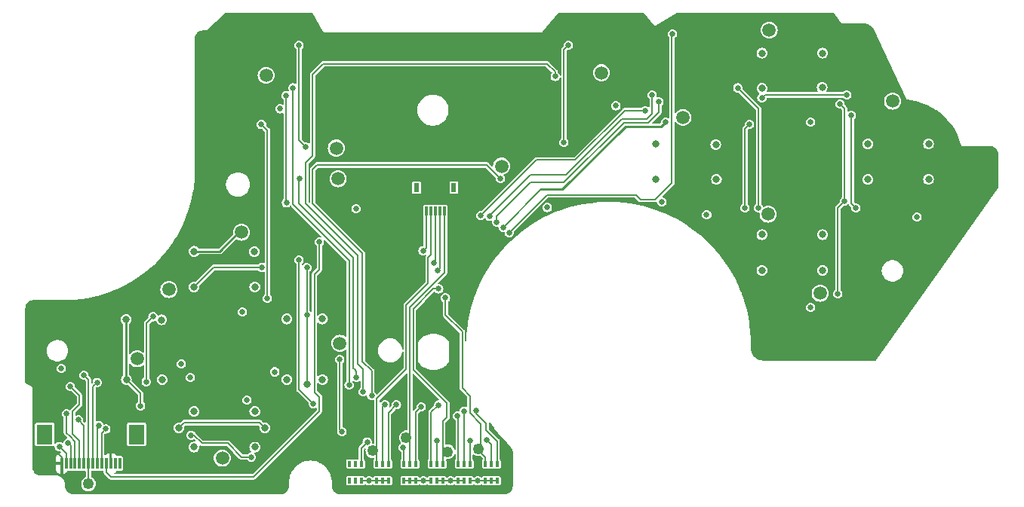
<source format=gbr>
G04 #@! TF.GenerationSoftware,KiCad,Pcbnew,7.0.6*
G04 #@! TF.CreationDate,2023-09-27T17:44:09-07:00*
G04 #@! TF.ProjectId,procon_tactile_button_board,70726f63-6f6e-45f7-9461-6374696c655f,rev?*
G04 #@! TF.SameCoordinates,Original*
G04 #@! TF.FileFunction,Copper,L4,Bot*
G04 #@! TF.FilePolarity,Positive*
%FSLAX46Y46*%
G04 Gerber Fmt 4.6, Leading zero omitted, Abs format (unit mm)*
G04 Created by KiCad (PCBNEW 7.0.6) date 2023-09-27 17:44:09*
%MOMM*%
%LPD*%
G01*
G04 APERTURE LIST*
G04 #@! TA.AperFunction,SMDPad,CuDef*
%ADD10R,0.400000X0.650000*%
G04 #@! TD*
G04 #@! TA.AperFunction,SMDPad,CuDef*
%ADD11R,0.600000X1.000000*%
G04 #@! TD*
G04 #@! TA.AperFunction,SMDPad,CuDef*
%ADD12R,0.300000X1.000000*%
G04 #@! TD*
G04 #@! TA.AperFunction,SMDPad,CuDef*
%ADD13R,0.300000X1.300000*%
G04 #@! TD*
G04 #@! TA.AperFunction,SMDPad,CuDef*
%ADD14R,1.800000X2.200000*%
G04 #@! TD*
G04 #@! TA.AperFunction,ViaPad*
%ADD15C,0.800000*%
G04 #@! TD*
G04 #@! TA.AperFunction,ViaPad*
%ADD16C,0.650000*%
G04 #@! TD*
G04 #@! TA.AperFunction,ViaPad*
%ADD17C,1.500000*%
G04 #@! TD*
G04 #@! TA.AperFunction,ViaPad*
%ADD18C,1.250000*%
G04 #@! TD*
G04 #@! TA.AperFunction,Conductor*
%ADD19C,0.200000*%
G04 #@! TD*
G04 #@! TA.AperFunction,Conductor*
%ADD20C,0.250000*%
G04 #@! TD*
G04 APERTURE END LIST*
D10*
X147024720Y-165209612D03*
X146374720Y-165209612D03*
X145724720Y-165209612D03*
X145724720Y-163309612D03*
X146374720Y-163309612D03*
X147024720Y-163309612D03*
X137880720Y-165209612D03*
X137230720Y-165209612D03*
X136580720Y-165209612D03*
X136580720Y-163309612D03*
X137230720Y-163309612D03*
X137880720Y-163309612D03*
X140928720Y-165209612D03*
X140278720Y-165209612D03*
X139628720Y-165209612D03*
X139628720Y-163309612D03*
X140278720Y-163309612D03*
X140928720Y-163309612D03*
D11*
X141033000Y-132246000D03*
X145213000Y-132246000D03*
D12*
X142123000Y-134896000D03*
X142623000Y-134896000D03*
X143123000Y-134896000D03*
X143623000Y-134896000D03*
X144123000Y-134896000D03*
D10*
X134832720Y-165209612D03*
X134182720Y-165209612D03*
X133532720Y-165209612D03*
X133532720Y-163309612D03*
X134182720Y-163309612D03*
X134832720Y-163309612D03*
X143976720Y-165209612D03*
X143326720Y-165209612D03*
X142676720Y-165209612D03*
X142676720Y-163309612D03*
X143326720Y-163309612D03*
X143976720Y-163309612D03*
X150072720Y-165209612D03*
X149422720Y-165209612D03*
X148772720Y-165209612D03*
X148772720Y-163309612D03*
X149422720Y-163309612D03*
X150072720Y-163309612D03*
D13*
X101214720Y-163251644D03*
X101714720Y-163251644D03*
X102214720Y-163251644D03*
X102714720Y-163251644D03*
X103214720Y-163251644D03*
X103714720Y-163251644D03*
X104214720Y-163251644D03*
X104714720Y-163251644D03*
X105214720Y-163251644D03*
X105714720Y-163251644D03*
X106214720Y-163251644D03*
X106714720Y-163251644D03*
X107214720Y-163251644D03*
X107714720Y-163251644D03*
D14*
X99314720Y-160001644D03*
X109614720Y-160001644D03*
D15*
X126562720Y-138605612D03*
X170891200Y-132689600D03*
D16*
X99384720Y-162735612D03*
X181334234Y-123893767D03*
X122498720Y-121841612D03*
D15*
X141710917Y-160887606D03*
D16*
X106750720Y-161465612D03*
X118942720Y-153337612D03*
D15*
X106324400Y-156385612D03*
X120751600Y-159918400D03*
D16*
X115132720Y-148511612D03*
D15*
X125526800Y-156362400D03*
X185894937Y-135051757D03*
X190125683Y-139881547D03*
X190062720Y-138097612D03*
D16*
X113919000Y-156337000D03*
D15*
X131267200Y-156616400D03*
D16*
X117926720Y-145463612D03*
X130372720Y-133271612D03*
X160090720Y-121841612D03*
D15*
X129356720Y-159687612D03*
X113487200Y-160985200D03*
D16*
X149860000Y-132461000D03*
D15*
X150842087Y-161464691D03*
D16*
X181198902Y-144250066D03*
X147193000Y-142875000D03*
X123514720Y-148511612D03*
D15*
X125984000Y-142494000D03*
X143764000Y-153670000D03*
D16*
X193432979Y-134393539D03*
D15*
X122936000Y-138176000D03*
D16*
X138303000Y-134493000D03*
X100946952Y-161373173D03*
X115640720Y-153591612D03*
X121990720Y-156131612D03*
X185236720Y-145717612D03*
X125120400Y-152958800D03*
X125726872Y-123395697D03*
X155693975Y-134493000D03*
X173579679Y-135300648D03*
X163392720Y-123063000D03*
X197174720Y-135557612D03*
X121482720Y-146225612D03*
X185236720Y-124889612D03*
X134239000Y-134620000D03*
X101924720Y-160957612D03*
X114624720Y-152067612D03*
X101162720Y-152575612D03*
X147898720Y-165209612D03*
X101747324Y-157686249D03*
X102178720Y-154607612D03*
X158058720Y-116253612D03*
X157550720Y-127175612D03*
X127832720Y-116253612D03*
D17*
X132029200Y-127812800D03*
D16*
X128594720Y-127683612D03*
X103080657Y-158348830D03*
X144850720Y-165209612D03*
X103702720Y-153337612D03*
D18*
X104227219Y-165552532D03*
D16*
X143009050Y-140716947D03*
D15*
X128727900Y-154353612D03*
D16*
X105199223Y-154153663D03*
D15*
X122878000Y-143421000D03*
D16*
X111455200Y-146761200D03*
D15*
X112420400Y-147116800D03*
X126478000Y-147021000D03*
X126478000Y-153821000D03*
D16*
X128736649Y-146524700D03*
D15*
X116078000Y-157421000D03*
D17*
X113233200Y-143713200D03*
D15*
X112478000Y-153821000D03*
X124022720Y-159253572D03*
D16*
X123638935Y-141228354D03*
D15*
X116078000Y-143421000D03*
D16*
X128714653Y-141267635D03*
D15*
X114370720Y-159253572D03*
X122878000Y-157421000D03*
D16*
X110706298Y-154065640D03*
X105357449Y-158975997D03*
X141802720Y-165209612D03*
X135706720Y-165209612D03*
X106157243Y-159380831D03*
D17*
X186309000Y-144145000D03*
D15*
X179778000Y-141546000D03*
X186578000Y-141546000D03*
X186537600Y-121005600D03*
D16*
X188284720Y-144193612D03*
X148228722Y-135386049D03*
X188538720Y-122857612D03*
D15*
X191678000Y-131346000D03*
D16*
X130118720Y-138351612D03*
D15*
X179781200Y-121107200D03*
D16*
X189046720Y-133779612D03*
D15*
X198478000Y-131346000D03*
X174678000Y-131346000D03*
X167878000Y-131346000D03*
D16*
X166694720Y-123619612D03*
D18*
X147987385Y-161597812D03*
D16*
X141753211Y-139354258D03*
X144272000Y-144653000D03*
D18*
X136143221Y-161833702D03*
X144500157Y-161945912D03*
D16*
X143425971Y-141587729D03*
X143510000Y-143637000D03*
D18*
X139885396Y-160369374D03*
D16*
X135028817Y-155203798D03*
D17*
X161772602Y-119345941D03*
D16*
X156591000Y-119761000D03*
X148919230Y-160614197D03*
D15*
X186578000Y-117146000D03*
X179778000Y-117146000D03*
D16*
X147736989Y-157287885D03*
D17*
X180594000Y-114554000D03*
D16*
X151434800Y-137312400D03*
X169742720Y-114983612D03*
X135996469Y-155618506D03*
X150438720Y-131239612D03*
D17*
X150571200Y-129844800D03*
D16*
X145612720Y-157909612D03*
D17*
X170924659Y-124371252D03*
D15*
X174599600Y-127406400D03*
D16*
X168980720Y-124889612D03*
D15*
X167878000Y-127346000D03*
D16*
X146374376Y-157366877D03*
X150759534Y-136710860D03*
X147074758Y-160698843D03*
D15*
X122834400Y-139446000D03*
D16*
X127832720Y-140383612D03*
D15*
X116078000Y-139421000D03*
D16*
X129425838Y-156526572D03*
D17*
X121384754Y-137280073D03*
D16*
X143491167Y-156695445D03*
D15*
X198478000Y-127346000D03*
X191678000Y-127346000D03*
D16*
X150030902Y-136134071D03*
X179781200Y-122174000D03*
D17*
X194437000Y-122555000D03*
D16*
X189300720Y-121841612D03*
X168218720Y-122603612D03*
D15*
X122878000Y-161421000D03*
D17*
X119227600Y-162661600D03*
D15*
X116078000Y-161421000D03*
D16*
X143326720Y-160703612D03*
X132658720Y-159687612D03*
D15*
X130478000Y-147021000D03*
D17*
X132416626Y-149752890D03*
D16*
X139515616Y-161471318D03*
X132404720Y-151559612D03*
D15*
X130478000Y-153821000D03*
D16*
X127140349Y-121050669D03*
X133468723Y-154436917D03*
X141548720Y-156893612D03*
D17*
X124148000Y-119635612D03*
D16*
X137484720Y-156639612D03*
D17*
X132232400Y-131267200D03*
D16*
X127905066Y-131272542D03*
X134284974Y-153564714D03*
D15*
X179778000Y-137546000D03*
D17*
X180467000Y-135255000D03*
D16*
X149261976Y-135483192D03*
X177088800Y-121056400D03*
D15*
X186578000Y-137546000D03*
D16*
X138771393Y-156665823D03*
X179394720Y-134541612D03*
X167456720Y-121841612D03*
X135499804Y-160857483D03*
D15*
X108478000Y-153821000D03*
D16*
X110052720Y-156768800D03*
D15*
X108458000Y-147066000D03*
D17*
X109677200Y-151485600D03*
D16*
X122488221Y-162536550D03*
X115739662Y-160096670D03*
X124276720Y-144701612D03*
X123629229Y-125152363D03*
X126400528Y-121917191D03*
X126428426Y-133955211D03*
X168554400Y-133858000D03*
X177870720Y-134541612D03*
X178378720Y-125143612D03*
X189808720Y-124127612D03*
X190316720Y-134541612D03*
D19*
X179394720Y-123365612D02*
X179394720Y-134541612D01*
X177088800Y-121059692D02*
X179394720Y-123365612D01*
X177088800Y-121056400D02*
X177088800Y-121059692D01*
X106714720Y-161501612D02*
X106750720Y-161465612D01*
X100908720Y-162227612D02*
X99892720Y-162227612D01*
X101214720Y-163251644D02*
X101214720Y-162533612D01*
X106714720Y-163251644D02*
X106714720Y-161501612D01*
X99892720Y-162227612D02*
X99384720Y-162735612D01*
X101214720Y-162533612D02*
X100908720Y-162227612D01*
X101714720Y-162140941D02*
X100946952Y-161373173D01*
X101714720Y-163251644D02*
X101714720Y-162140941D01*
X102214720Y-163251644D02*
X102214720Y-161247612D01*
X102214720Y-161247612D02*
X101924720Y-160957612D01*
X147024720Y-165209612D02*
X148772720Y-165209612D01*
X150072720Y-165209612D02*
X149422720Y-165209612D01*
X102149877Y-160224455D02*
X101747324Y-159821902D01*
X102714720Y-160789298D02*
X102149877Y-160224455D01*
X149422720Y-165209612D02*
X148772720Y-165209612D01*
X101747324Y-159821902D02*
X101747324Y-157686249D01*
X102714720Y-163251644D02*
X102714720Y-160789298D01*
X157550720Y-127175612D02*
X157550720Y-116761612D01*
X102432720Y-157401612D02*
X102432720Y-159941612D01*
X127832720Y-116253612D02*
X127832720Y-126921612D01*
X102178720Y-154607612D02*
X103214720Y-155643612D01*
X127832720Y-126921612D02*
X128594720Y-127683612D01*
X102432720Y-159941612D02*
X103214720Y-160723612D01*
X103214720Y-155643612D02*
X103214720Y-156619612D01*
X103214720Y-156619612D02*
X102432720Y-157401612D01*
X157550720Y-116761612D02*
X158058720Y-116253612D01*
X103214720Y-160723612D02*
X103214720Y-163251644D01*
X146374720Y-165209612D02*
X145724720Y-165209612D01*
X143976720Y-165209612D02*
X143326720Y-165209612D01*
X103714720Y-158982893D02*
X103080657Y-158348830D01*
X103714720Y-163251644D02*
X103714720Y-158982893D01*
X145724720Y-165209612D02*
X143976720Y-165209612D01*
X143161620Y-134934620D02*
X143161620Y-140564377D01*
X103702720Y-153337612D02*
X104214720Y-153849612D01*
X104214720Y-165428720D02*
X104267000Y-165481000D01*
X143161620Y-140564377D02*
X143009050Y-140716947D01*
X143123000Y-134896000D02*
X143161620Y-134934620D01*
X104214720Y-163251644D02*
X104214720Y-165428720D01*
X104214720Y-153849612D02*
X104214720Y-163251644D01*
X128714653Y-141267635D02*
X128714653Y-146502704D01*
X104714720Y-154638166D02*
X104714720Y-163251644D01*
X116078000Y-143421000D02*
X118270646Y-141228354D01*
X128714653Y-146502704D02*
X128736649Y-146524700D01*
X111455200Y-146761200D02*
X110727900Y-147488500D01*
X123440760Y-158671612D02*
X114952680Y-158671612D01*
X118270646Y-141228354D02*
X123638935Y-141228354D01*
X114952680Y-158671612D02*
X114370720Y-159253572D01*
X105199223Y-154153663D02*
X104714720Y-154638166D01*
X124022720Y-159253572D02*
X123440760Y-158671612D01*
X110727900Y-154044038D02*
X110706298Y-154065640D01*
X128736649Y-154344863D02*
X128727900Y-154353612D01*
X128736649Y-146524700D02*
X128736649Y-154344863D01*
X110727900Y-147488500D02*
X110727900Y-154044038D01*
X105214720Y-159118726D02*
X105214720Y-163251644D01*
X140278720Y-165209612D02*
X139628720Y-165209612D01*
X140928720Y-165209612D02*
X140278720Y-165209612D01*
X105357449Y-158975997D02*
X105214720Y-159118726D01*
X142676720Y-165209612D02*
X140928720Y-165209612D01*
X134832720Y-165209612D02*
X136580720Y-165209612D01*
X137230720Y-165209612D02*
X136580720Y-165209612D01*
X137880720Y-165209612D02*
X137230720Y-165209612D01*
X105714720Y-163251644D02*
X105714720Y-159823354D01*
X105714720Y-159823354D02*
X106157243Y-159380831D01*
X130118720Y-141458080D02*
X130118720Y-138351612D01*
X154455771Y-129159000D02*
X148228722Y-135386049D01*
X158826200Y-129159000D02*
X154455771Y-129159000D01*
X129590800Y-155244800D02*
X129590800Y-141986000D01*
X130118720Y-155772720D02*
X129590800Y-155244800D01*
X189046720Y-123365612D02*
X188538720Y-122857612D01*
X164365588Y-123619612D02*
X158826200Y-129159000D01*
X106214720Y-164231612D02*
X106750720Y-164767612D01*
X129590800Y-141986000D02*
X130118720Y-141458080D01*
X106750720Y-164767612D02*
X122752720Y-164767612D01*
X122752720Y-164767612D02*
X130118720Y-157401612D01*
X189046720Y-133779612D02*
X189046720Y-123365612D01*
X188284720Y-134541612D02*
X189046720Y-133779612D01*
X188284720Y-144193612D02*
X188284720Y-134541612D01*
X166694720Y-123619612D02*
X164365588Y-123619612D01*
X106214720Y-163251644D02*
X106214720Y-164231612D01*
X130118720Y-157401612D02*
X130118720Y-155772720D01*
X144272000Y-146558000D02*
X146178296Y-148464296D01*
X148261022Y-158833724D02*
X148261022Y-162063735D01*
X142087600Y-139019869D02*
X141753211Y-139354258D01*
X148261022Y-162063735D02*
X148772720Y-162575433D01*
X147038323Y-157611025D02*
X148261022Y-158833724D01*
X146178296Y-148464296D02*
X146178296Y-154814296D01*
X147038323Y-155674323D02*
X147038323Y-157611025D01*
X142123000Y-134896000D02*
X142087600Y-134931400D01*
X142087600Y-134931400D02*
X142087600Y-139019869D01*
X146178296Y-154814296D02*
X147038323Y-155674323D01*
X148772720Y-162575433D02*
X148772720Y-163309612D01*
X144272000Y-144653000D02*
X144272000Y-146558000D01*
X139865713Y-145459186D02*
X139865713Y-152701424D01*
X142310720Y-143014179D02*
X139865713Y-145459186D01*
X142661620Y-134934620D02*
X142661620Y-139778712D01*
X142661620Y-139778712D02*
X142310720Y-140129612D01*
X142623000Y-134896000D02*
X142661620Y-134934620D01*
X142310720Y-140129612D02*
X142310720Y-143014179D01*
X136580720Y-155986417D02*
X136580720Y-163309612D01*
X139865713Y-152701424D02*
X136580720Y-155986417D01*
X143623000Y-134896000D02*
X143661620Y-134934620D01*
X143661620Y-134934620D02*
X143661620Y-141352080D01*
X143661620Y-141352080D02*
X143425971Y-141587729D01*
X144432863Y-156511059D02*
X144432863Y-158073469D01*
X140683099Y-152761295D02*
X144432863Y-156511059D01*
X143510000Y-143637000D02*
X142925018Y-143637000D01*
X143976720Y-158529612D02*
X143976720Y-163309612D01*
X140683099Y-145878919D02*
X140683099Y-152761295D01*
X142925018Y-143637000D02*
X140683099Y-145878919D01*
X144432863Y-158073469D02*
X143976720Y-158529612D01*
X144161620Y-141834712D02*
X140278720Y-145717612D01*
X144161620Y-134934620D02*
X144161620Y-141834712D01*
X140278720Y-145717612D02*
X140278720Y-163309612D01*
X144123000Y-134896000D02*
X144161620Y-134934620D01*
X148919230Y-160614197D02*
X149422720Y-161117687D01*
X133674720Y-139113612D02*
X128594720Y-134033612D01*
X129356720Y-119555612D02*
X130548332Y-118364000D01*
X130548332Y-118364000D02*
X155702000Y-118364000D01*
X155702000Y-118364000D02*
X156591000Y-119253000D01*
X156591000Y-119253000D02*
X156591000Y-119761000D01*
X134436720Y-139875612D02*
X133674720Y-139113612D01*
X134436720Y-152067612D02*
X134436720Y-151305612D01*
X134436720Y-151305612D02*
X134436720Y-139875612D01*
X129356720Y-128699612D02*
X129356720Y-126159612D01*
X135028817Y-155203798D02*
X135028817Y-152659709D01*
X129102720Y-128953612D02*
X129356720Y-128699612D01*
X134690720Y-152321612D02*
X134436720Y-152067612D01*
X135028817Y-152659709D02*
X134690720Y-152321612D01*
X128594720Y-130731612D02*
X128594720Y-129461612D01*
X128594720Y-134033612D02*
X128594720Y-130731612D01*
X128594720Y-129461612D02*
X129102720Y-128953612D01*
X149422720Y-161117687D02*
X149422720Y-163309612D01*
X129356720Y-126159612D02*
X129356720Y-119555612D01*
X150072720Y-163309612D02*
X150072720Y-160747093D01*
X155651200Y-133096000D02*
X165653892Y-133096000D01*
X165653892Y-133096000D02*
X166159984Y-133602092D01*
X169671046Y-115055286D02*
X169671046Y-131222557D01*
X148860065Y-159534438D02*
X148860065Y-158757901D01*
X169742720Y-114983612D02*
X169671046Y-115055286D01*
X148860065Y-158757901D02*
X147736989Y-157634825D01*
X169671046Y-131755040D02*
X168622719Y-132803367D01*
X151434800Y-137312400D02*
X155651200Y-133096000D01*
X168622719Y-132803367D02*
X167823994Y-133602092D01*
X147736989Y-157634825D02*
X147736989Y-157287885D01*
X150072720Y-160747093D02*
X148860065Y-159534438D01*
X167823994Y-133602092D02*
X166159984Y-133602092D01*
X169671046Y-131222557D02*
X169671046Y-131755040D01*
X135996469Y-152865361D02*
X134944720Y-151813612D01*
X129864720Y-129715612D02*
X148914720Y-129715612D01*
X135996469Y-155618506D02*
X135996469Y-152865361D01*
X129356720Y-130223612D02*
X129864720Y-129715612D01*
X145724720Y-163309612D02*
X145724720Y-158021612D01*
X134944720Y-151813612D02*
X134944720Y-139621612D01*
X134944720Y-139621612D02*
X129356720Y-134033612D01*
X129356720Y-134033612D02*
X129356720Y-130223612D01*
X148914720Y-129715612D02*
X150438720Y-131239612D01*
X145724720Y-158021612D02*
X145612720Y-157909612D01*
X146374720Y-163309612D02*
X146374720Y-157367221D01*
X146374720Y-157367221D02*
X146374376Y-157366877D01*
D20*
X168445132Y-125425200D02*
X164439600Y-125425200D01*
X168980720Y-124889612D02*
X168445132Y-125425200D01*
X157403800Y-132461000D02*
X155009394Y-132461000D01*
X164439600Y-125425200D02*
X157403800Y-132461000D01*
D19*
X150759534Y-136710860D02*
X155009394Y-132461000D01*
D20*
X121384754Y-137280073D02*
X121088727Y-137280073D01*
X121088727Y-137280073D02*
X118947800Y-139421000D01*
X118947800Y-139421000D02*
X116078000Y-139421000D01*
D19*
X127832720Y-154933454D02*
X129425838Y-156526572D01*
X147024720Y-160748881D02*
X147074758Y-160698843D01*
X127832720Y-140383612D02*
X127832720Y-154933454D01*
X147024720Y-163309612D02*
X147024720Y-160748881D01*
X164287200Y-124968000D02*
X157556200Y-131699000D01*
X157556200Y-131699000D02*
X153797000Y-131699000D01*
X189300720Y-121841612D02*
X180113588Y-121841612D01*
X142676720Y-157509892D02*
X143491167Y-156695445D01*
X142676720Y-163309612D02*
X142676720Y-157509892D01*
X167030400Y-124968000D02*
X164287200Y-124968000D01*
X168218720Y-123779680D02*
X167030400Y-124968000D01*
X150030902Y-135465098D02*
X150030902Y-136123869D01*
X180113588Y-121841612D02*
X179781200Y-122174000D01*
X168218720Y-122603612D02*
X168218720Y-123779680D01*
X153797000Y-131699000D02*
X150030902Y-135465098D01*
X143326720Y-163309612D02*
X143326720Y-160703612D01*
X139515616Y-161471318D02*
X139628720Y-161584422D01*
X132404720Y-151559612D02*
X132404720Y-159433612D01*
X132404720Y-159433612D02*
X132658720Y-159687612D01*
X139628720Y-161584422D02*
X139628720Y-163309612D01*
X127140349Y-134103241D02*
X127140349Y-121050669D01*
X133468723Y-140431615D02*
X130118720Y-137081612D01*
X140928720Y-157513612D02*
X141548720Y-156893612D01*
X140928720Y-163309612D02*
X140928720Y-157513612D01*
X130118720Y-137081612D02*
X127140349Y-134103241D01*
X133468723Y-154436917D02*
X133468723Y-140431615D01*
X137230720Y-156893612D02*
X137484720Y-156639612D01*
X134284974Y-152903156D02*
X134047997Y-152666179D01*
X133928720Y-150289612D02*
X133928720Y-140129612D01*
X133928720Y-152546902D02*
X133928720Y-150289612D01*
X134047997Y-152666179D02*
X133928720Y-152546902D01*
X137230720Y-163309612D02*
X137230720Y-156893612D01*
X134284974Y-153564714D02*
X134284974Y-152903156D01*
X133928720Y-140129612D02*
X127832720Y-134033612D01*
X127832720Y-131344888D02*
X127905066Y-131272542D01*
X127832720Y-134033612D02*
X127832720Y-131344888D01*
X167456720Y-121841612D02*
X167456720Y-123932080D01*
X137880720Y-163309612D02*
X137880720Y-157556496D01*
X153820771Y-130810000D02*
X149261976Y-135368795D01*
X164033200Y-124561600D02*
X157784800Y-130810000D01*
X167456720Y-123932080D02*
X166827200Y-124561600D01*
X137880720Y-157556496D02*
X138771393Y-156665823D01*
X166827200Y-124561600D02*
X164033200Y-124561600D01*
X157784800Y-130810000D02*
X153820771Y-130810000D01*
X134832720Y-161524567D02*
X134832720Y-163309612D01*
X122488221Y-162536550D02*
X121419064Y-162536550D01*
D20*
X108458000Y-147066000D02*
X108458000Y-153801000D01*
D19*
X116951223Y-160998115D02*
X116049778Y-160096670D01*
X121419064Y-162536550D02*
X119880629Y-160998115D01*
D20*
X108458000Y-153801000D02*
X108478000Y-153821000D01*
D19*
X110052720Y-156768800D02*
X110052720Y-155395720D01*
X135499804Y-160857483D02*
X134832720Y-161524567D01*
X116049778Y-160096670D02*
X115739662Y-160096670D01*
X119880629Y-160998115D02*
X116951223Y-160998115D01*
X110052720Y-155395720D02*
X108478000Y-153821000D01*
X124276720Y-144701612D02*
X124276720Y-125799854D01*
X124276720Y-125799854D02*
X123629229Y-125152363D01*
X126400528Y-133927313D02*
X126428426Y-133955211D01*
X126400528Y-121917191D02*
X126400528Y-133927313D01*
X177870720Y-134541612D02*
X177870720Y-125651612D01*
X177870720Y-125651612D02*
X178378720Y-125143612D01*
X189808720Y-134033612D02*
X189808720Y-124127612D01*
X190316720Y-134541612D02*
X189808720Y-134033612D01*
G04 #@! TA.AperFunction,Conductor*
G36*
X129295990Y-112613813D02*
G01*
X129312133Y-112632854D01*
X130539613Y-114710127D01*
X130546282Y-114724904D01*
X130547500Y-114728655D01*
X130562860Y-114749795D01*
X130564781Y-114752720D01*
X130569574Y-114760830D01*
X130569576Y-114760832D01*
X130573287Y-114765321D01*
X130573219Y-114765377D01*
X130577997Y-114770630D01*
X130585887Y-114781489D01*
X130591160Y-114785321D01*
X130600019Y-114790375D01*
X130605997Y-114792965D01*
X130619352Y-114794232D01*
X130626314Y-114795675D01*
X130626328Y-114795588D01*
X130632081Y-114796499D01*
X130632083Y-114796500D01*
X130641494Y-114796500D01*
X130644992Y-114796666D01*
X130652493Y-114797377D01*
X130671014Y-114799135D01*
X130671016Y-114799133D01*
X130674864Y-114798276D01*
X130690979Y-114796500D01*
X155043131Y-114796500D01*
X155045747Y-114796592D01*
X155073456Y-114798560D01*
X155083066Y-114792568D01*
X155099351Y-114784986D01*
X155110112Y-114781490D01*
X155126440Y-114759014D01*
X155128051Y-114756956D01*
X155131617Y-114752716D01*
X156922620Y-112622874D01*
X156966485Y-112597611D01*
X156979258Y-112596500D01*
X166466268Y-112596500D01*
X166513834Y-112613813D01*
X166523116Y-112623126D01*
X167714793Y-114053139D01*
X167717748Y-114057220D01*
X167730083Y-114076955D01*
X167745917Y-114083350D01*
X167757621Y-114089337D01*
X167772088Y-114098445D01*
X167772088Y-114098444D01*
X167772089Y-114098445D01*
X167781237Y-114100758D01*
X167790638Y-114101415D01*
X167790638Y-114101414D01*
X167790639Y-114101415D01*
X167800598Y-114098930D01*
X167807215Y-114097280D01*
X167820213Y-114095242D01*
X167837253Y-114094110D01*
X167855137Y-114079205D01*
X167859205Y-114076259D01*
X170208826Y-112607747D01*
X170248046Y-112596500D01*
X187763583Y-112596500D01*
X187811149Y-112613813D01*
X187821602Y-112624568D01*
X188717919Y-113756758D01*
X188735888Y-113781490D01*
X188744158Y-113784177D01*
X188762278Y-113792943D01*
X188769523Y-113797762D01*
X188769525Y-113797763D01*
X188800072Y-113796500D01*
X191155671Y-113796500D01*
X191181277Y-113796500D01*
X191183920Y-113796595D01*
X191286300Y-113803925D01*
X191376718Y-113810399D01*
X191387171Y-113811904D01*
X191572159Y-113852194D01*
X191582299Y-113855176D01*
X191759639Y-113921405D01*
X191769252Y-113925800D01*
X191935365Y-114016629D01*
X191944247Y-114022346D01*
X191987905Y-114055079D01*
X192095718Y-114135913D01*
X192103701Y-114142842D01*
X192237442Y-114276829D01*
X192244356Y-114284824D01*
X192357644Y-114436500D01*
X192363349Y-114445400D01*
X192455707Y-114615045D01*
X192456885Y-114617407D01*
X192463658Y-114632288D01*
X194030507Y-118075331D01*
X195941583Y-122274792D01*
X195942958Y-122279162D01*
X195956876Y-122308396D01*
X195963361Y-122322646D01*
X195965262Y-122326011D01*
X195968835Y-122333515D01*
X195974655Y-122337521D01*
X195987277Y-122348507D01*
X195991927Y-122353586D01*
X195995916Y-122357944D01*
X196000321Y-122360439D01*
X196003639Y-122361850D01*
X196004015Y-122360793D01*
X196013195Y-122364051D01*
X196013196Y-122364051D01*
X196013198Y-122364052D01*
X196031674Y-122365519D01*
X196036129Y-122366147D01*
X196059906Y-122370999D01*
X196059910Y-122370997D01*
X196062307Y-122370725D01*
X196079215Y-122370749D01*
X196537347Y-122424142D01*
X196540011Y-122424552D01*
X197030394Y-122518632D01*
X197033006Y-122519233D01*
X197425023Y-122624807D01*
X197515142Y-122649078D01*
X197517741Y-122649881D01*
X197989028Y-122814787D01*
X197991561Y-122815779D01*
X198449462Y-123014860D01*
X198451915Y-123016036D01*
X198727121Y-123160587D01*
X198887493Y-123244822D01*
X198893942Y-123248209D01*
X198896302Y-123249562D01*
X199169595Y-123419824D01*
X199314496Y-123510098D01*
X199320084Y-123513579D01*
X199322339Y-123515102D01*
X199725585Y-123809539D01*
X199727722Y-123811223D01*
X200108258Y-124134493D01*
X200110242Y-124136307D01*
X200466013Y-124486665D01*
X200467868Y-124488633D01*
X200585020Y-124622328D01*
X200796945Y-124864182D01*
X200798643Y-124866271D01*
X200845510Y-124928433D01*
X201099229Y-125264959D01*
X201100786Y-125267190D01*
X201371270Y-125686877D01*
X201372659Y-125689216D01*
X201611584Y-126127640D01*
X201612794Y-126130070D01*
X201818872Y-126584867D01*
X201819898Y-126587372D01*
X201992010Y-127056077D01*
X201992853Y-127058664D01*
X202065490Y-127312795D01*
X202119786Y-127502761D01*
X202124651Y-127519780D01*
X202127500Y-127540117D01*
X202127500Y-127548654D01*
X202127501Y-127548655D01*
X202128243Y-127550942D01*
X202131529Y-127558012D01*
X202132164Y-127557663D01*
X202136862Y-127566193D01*
X202148985Y-127578815D01*
X202152231Y-127582693D01*
X202158100Y-127590771D01*
X202165888Y-127601490D01*
X202167315Y-127602526D01*
X202170452Y-127603961D01*
X202194208Y-127610842D01*
X202198482Y-127612080D01*
X202212083Y-127616500D01*
X202212088Y-127616500D01*
X202213441Y-127616715D01*
X202217948Y-127617719D01*
X202225902Y-127620024D01*
X202231483Y-127618648D01*
X202249185Y-127616500D01*
X205401071Y-127616500D01*
X205426178Y-127616500D01*
X205429806Y-127616678D01*
X205460778Y-127619728D01*
X205596235Y-127633070D01*
X205610453Y-127635898D01*
X205765254Y-127682855D01*
X205778652Y-127688406D01*
X205921307Y-127764657D01*
X205933364Y-127772713D01*
X205982210Y-127812799D01*
X206058408Y-127875333D01*
X206068666Y-127885591D01*
X206115495Y-127942652D01*
X206161846Y-127999132D01*
X206171283Y-128010630D01*
X206179342Y-128022692D01*
X206255593Y-128165347D01*
X206261145Y-128178749D01*
X206308100Y-128333541D01*
X206310930Y-128347769D01*
X206327321Y-128514193D01*
X206327499Y-128517821D01*
X206327499Y-132190615D01*
X206313955Y-132233290D01*
X200033606Y-141130452D01*
X192602052Y-151658489D01*
X192598038Y-151664175D01*
X192556463Y-151693051D01*
X192537582Y-151695500D01*
X179953679Y-151695500D01*
X179953671Y-151695499D01*
X179945059Y-151695499D01*
X179919583Y-151695499D01*
X179916682Y-151695385D01*
X179705004Y-151678729D01*
X179693536Y-151676914D01*
X179491315Y-151628369D01*
X179480272Y-151624781D01*
X179441174Y-151608587D01*
X179360060Y-151574990D01*
X179288140Y-151545201D01*
X179277793Y-151539929D01*
X179100476Y-151431272D01*
X179091082Y-151424447D01*
X178932947Y-151289391D01*
X178924735Y-151281180D01*
X178789671Y-151123043D01*
X178782846Y-151113649D01*
X178774842Y-151100588D01*
X178674180Y-150936327D01*
X178668915Y-150925993D01*
X178589324Y-150733847D01*
X178585741Y-150722819D01*
X178537191Y-150520599D01*
X178535375Y-150509131D01*
X178529009Y-150428246D01*
X178518787Y-150298374D01*
X178518692Y-150294357D01*
X178530572Y-149911377D01*
X178528142Y-149773767D01*
X178516872Y-149135661D01*
X178479125Y-148567093D01*
X178465477Y-148361508D01*
X178391714Y-147722482D01*
X178376512Y-147590785D01*
X178352462Y-147445053D01*
X178250185Y-146825286D01*
X178086797Y-146066838D01*
X177993591Y-145717611D01*
X184706685Y-145717611D01*
X184724745Y-145854794D01*
X184768569Y-145960595D01*
X184777696Y-145982630D01*
X184861929Y-146092403D01*
X184971702Y-146176636D01*
X185099537Y-146229586D01*
X185236720Y-146247647D01*
X185373903Y-146229586D01*
X185501738Y-146176636D01*
X185611511Y-146092403D01*
X185695744Y-145982630D01*
X185748694Y-145854795D01*
X185766755Y-145717612D01*
X185748694Y-145580429D01*
X185695744Y-145452595D01*
X185695116Y-145451776D01*
X185611513Y-145342823D01*
X185611512Y-145342822D01*
X185602235Y-145335703D01*
X185501738Y-145258588D01*
X185486352Y-145252215D01*
X185373902Y-145205637D01*
X185236720Y-145187577D01*
X185099537Y-145205637D01*
X184971704Y-145258587D01*
X184861929Y-145342821D01*
X184777695Y-145452596D01*
X184724745Y-145580429D01*
X184706685Y-145717611D01*
X177993591Y-145717611D01*
X177886733Y-145317230D01*
X177872928Y-145274052D01*
X177759099Y-144918018D01*
X177650465Y-144578233D01*
X177525388Y-144243985D01*
X177488347Y-144145000D01*
X185353901Y-144145000D01*
X185372253Y-144331332D01*
X185426605Y-144510505D01*
X185514859Y-144675617D01*
X185514862Y-144675622D01*
X185514864Y-144675625D01*
X185633643Y-144820357D01*
X185778375Y-144939136D01*
X185778380Y-144939138D01*
X185778382Y-144939140D01*
X185943494Y-145027394D01*
X185943496Y-145027394D01*
X185943499Y-145027396D01*
X186122669Y-145081747D01*
X186309000Y-145100099D01*
X186495331Y-145081747D01*
X186674501Y-145027396D01*
X186839625Y-144939136D01*
X186984357Y-144820357D01*
X187103136Y-144675625D01*
X187181079Y-144529803D01*
X187191394Y-144510505D01*
X187191394Y-144510504D01*
X187191396Y-144510501D01*
X187245747Y-144331331D01*
X187259311Y-144193611D01*
X187754685Y-144193611D01*
X187772745Y-144330794D01*
X187816569Y-144436595D01*
X187825696Y-144458630D01*
X187909929Y-144568403D01*
X188019702Y-144652636D01*
X188147537Y-144705586D01*
X188284720Y-144723647D01*
X188421903Y-144705586D01*
X188549738Y-144652636D01*
X188659511Y-144568403D01*
X188743744Y-144458630D01*
X188796694Y-144330795D01*
X188814755Y-144193612D01*
X188796694Y-144056429D01*
X188743744Y-143928595D01*
X188743742Y-143928592D01*
X188659513Y-143818823D01*
X188659510Y-143818820D01*
X188614170Y-143784028D01*
X188586974Y-143741336D01*
X188585220Y-143725321D01*
X188585220Y-141596003D01*
X193222357Y-141596003D01*
X193242883Y-141817524D01*
X193242885Y-141817537D01*
X193296025Y-142004306D01*
X193303771Y-142031528D01*
X193323195Y-142070536D01*
X193402942Y-142230690D01*
X193402944Y-142230693D01*
X193534356Y-142404710D01*
X193537019Y-142408236D01*
X193701438Y-142558124D01*
X193890599Y-142675247D01*
X194098060Y-142755618D01*
X194316757Y-142796500D01*
X194539243Y-142796500D01*
X194757940Y-142755618D01*
X194965401Y-142675247D01*
X195154562Y-142558124D01*
X195318981Y-142408236D01*
X195453058Y-142230689D01*
X195552229Y-142031528D01*
X195613115Y-141817536D01*
X195621197Y-141730319D01*
X195633643Y-141596003D01*
X195633643Y-141595996D01*
X195613116Y-141374475D01*
X195613115Y-141374464D01*
X195552229Y-141160472D01*
X195453058Y-140961311D01*
X195453057Y-140961310D01*
X195453057Y-140961309D01*
X195453055Y-140961306D01*
X195337745Y-140808612D01*
X195318981Y-140783764D01*
X195154562Y-140633876D01*
X194965401Y-140516753D01*
X194904168Y-140493031D01*
X194757942Y-140436382D01*
X194539246Y-140395500D01*
X194539243Y-140395500D01*
X194316757Y-140395500D01*
X194316753Y-140395500D01*
X194098057Y-140436382D01*
X193890604Y-140516751D01*
X193890599Y-140516753D01*
X193890594Y-140516755D01*
X193890594Y-140516756D01*
X193701440Y-140633874D01*
X193658980Y-140672582D01*
X193552853Y-140769330D01*
X193537016Y-140783767D01*
X193402944Y-140961306D01*
X193402942Y-140961309D01*
X193303771Y-141160472D01*
X193303769Y-141160477D01*
X193242885Y-141374462D01*
X193242883Y-141374475D01*
X193222357Y-141595996D01*
X193222357Y-141596003D01*
X188585220Y-141596003D01*
X188585220Y-135557612D01*
X196644685Y-135557612D01*
X196662745Y-135694794D01*
X196715695Y-135822628D01*
X196715696Y-135822630D01*
X196799929Y-135932403D01*
X196909702Y-136016636D01*
X197037537Y-136069586D01*
X197174720Y-136087647D01*
X197311903Y-136069586D01*
X197439738Y-136016636D01*
X197549511Y-135932403D01*
X197633744Y-135822630D01*
X197686694Y-135694795D01*
X197704755Y-135557612D01*
X197686694Y-135420429D01*
X197633744Y-135292595D01*
X197606830Y-135257520D01*
X197549513Y-135182823D01*
X197549512Y-135182822D01*
X197535176Y-135171821D01*
X197439738Y-135098588D01*
X197439736Y-135098587D01*
X197311902Y-135045637D01*
X197174720Y-135027577D01*
X197037537Y-135045637D01*
X196909704Y-135098587D01*
X196799929Y-135182821D01*
X196715695Y-135292596D01*
X196662745Y-135420429D01*
X196644685Y-135557612D01*
X188585220Y-135557612D01*
X188585220Y-134696734D01*
X188602533Y-134649168D01*
X188606894Y-134644408D01*
X188766352Y-134484950D01*
X188928075Y-134323226D01*
X188973950Y-134301835D01*
X188990052Y-134302185D01*
X189046720Y-134309647D01*
X189183903Y-134291586D01*
X189311738Y-134238636D01*
X189421511Y-134154403D01*
X189421520Y-134154390D01*
X189422490Y-134153422D01*
X189423250Y-134153067D01*
X189425358Y-134151450D01*
X189425716Y-134151917D01*
X189468364Y-134132024D01*
X189517260Y-134145120D01*
X189537739Y-134166788D01*
X189540895Y-134171885D01*
X189543286Y-134176421D01*
X189556514Y-134206377D01*
X189556515Y-134206378D01*
X189565513Y-134215376D01*
X189576100Y-134228742D01*
X189582801Y-134239564D01*
X189582802Y-134239565D01*
X189608932Y-134259298D01*
X189612802Y-134262665D01*
X189773103Y-134422966D01*
X189794495Y-134468842D01*
X189794144Y-134484950D01*
X189786685Y-134541611D01*
X189804745Y-134678794D01*
X189854321Y-134798483D01*
X189857696Y-134806630D01*
X189941929Y-134916403D01*
X190051702Y-135000636D01*
X190179537Y-135053586D01*
X190316720Y-135071647D01*
X190453903Y-135053586D01*
X190581738Y-135000636D01*
X190691511Y-134916403D01*
X190775744Y-134806630D01*
X190828694Y-134678795D01*
X190846755Y-134541612D01*
X190828694Y-134404429D01*
X190775744Y-134276595D01*
X190763659Y-134260845D01*
X190691513Y-134166823D01*
X190691512Y-134166822D01*
X190691510Y-134166820D01*
X190581738Y-134082588D01*
X190581736Y-134082587D01*
X190453902Y-134029637D01*
X190334779Y-134013954D01*
X190316720Y-134011577D01*
X190316719Y-134011577D01*
X190260058Y-134019036D01*
X190210639Y-134008080D01*
X190198074Y-133997995D01*
X190178849Y-133978770D01*
X190130892Y-133930812D01*
X190109501Y-133884938D01*
X190109220Y-133878510D01*
X190109220Y-131346000D01*
X191072318Y-131346000D01*
X191092955Y-131502760D01*
X191092955Y-131502761D01*
X191153464Y-131648841D01*
X191249715Y-131774279D01*
X191249720Y-131774284D01*
X191333345Y-131838451D01*
X191375159Y-131870536D01*
X191521238Y-131931044D01*
X191678000Y-131951682D01*
X191834762Y-131931044D01*
X191980841Y-131870536D01*
X192106282Y-131774282D01*
X192202536Y-131648841D01*
X192263044Y-131502762D01*
X192283682Y-131346000D01*
X197872318Y-131346000D01*
X197892955Y-131502760D01*
X197892955Y-131502761D01*
X197953464Y-131648841D01*
X198049715Y-131774279D01*
X198049720Y-131774284D01*
X198133345Y-131838451D01*
X198175159Y-131870536D01*
X198321238Y-131931044D01*
X198478000Y-131951682D01*
X198634762Y-131931044D01*
X198780841Y-131870536D01*
X198906282Y-131774282D01*
X199002536Y-131648841D01*
X199063044Y-131502762D01*
X199083682Y-131346000D01*
X199063044Y-131189238D01*
X199002536Y-131043159D01*
X198906282Y-130917718D01*
X198906279Y-130917715D01*
X198780841Y-130821464D01*
X198634761Y-130760955D01*
X198478000Y-130740318D01*
X198321239Y-130760955D01*
X198321238Y-130760955D01*
X198175158Y-130821464D01*
X198049720Y-130917715D01*
X198049715Y-130917720D01*
X197953464Y-131043158D01*
X197892955Y-131189238D01*
X197892955Y-131189239D01*
X197872318Y-131346000D01*
X192283682Y-131346000D01*
X192263044Y-131189238D01*
X192202536Y-131043159D01*
X192106282Y-130917718D01*
X192106279Y-130917715D01*
X191980841Y-130821464D01*
X191834761Y-130760955D01*
X191678000Y-130740318D01*
X191521239Y-130760955D01*
X191521238Y-130760955D01*
X191375158Y-130821464D01*
X191249720Y-130917715D01*
X191249715Y-130917720D01*
X191153464Y-131043158D01*
X191092955Y-131189238D01*
X191092955Y-131189239D01*
X191072318Y-131346000D01*
X190109220Y-131346000D01*
X190109220Y-127346000D01*
X191072318Y-127346000D01*
X191092955Y-127502760D01*
X191092955Y-127502761D01*
X191153464Y-127648841D01*
X191249715Y-127774279D01*
X191249720Y-127774284D01*
X191299914Y-127812799D01*
X191375159Y-127870536D01*
X191521238Y-127931044D01*
X191678000Y-127951682D01*
X191834762Y-127931044D01*
X191980841Y-127870536D01*
X192106282Y-127774282D01*
X192202536Y-127648841D01*
X192263044Y-127502762D01*
X192283682Y-127346000D01*
X197872318Y-127346000D01*
X197892955Y-127502760D01*
X197892955Y-127502761D01*
X197953464Y-127648841D01*
X198049715Y-127774279D01*
X198049720Y-127774284D01*
X198099914Y-127812799D01*
X198175159Y-127870536D01*
X198321238Y-127931044D01*
X198478000Y-127951682D01*
X198634762Y-127931044D01*
X198780841Y-127870536D01*
X198906282Y-127774282D01*
X199002536Y-127648841D01*
X199063044Y-127502762D01*
X199083682Y-127346000D01*
X199063044Y-127189238D01*
X199002536Y-127043159D01*
X198952630Y-126978120D01*
X198906284Y-126917720D01*
X198906279Y-126917715D01*
X198780841Y-126821464D01*
X198634761Y-126760955D01*
X198478000Y-126740318D01*
X198321239Y-126760955D01*
X198321238Y-126760955D01*
X198175158Y-126821464D01*
X198049720Y-126917715D01*
X198049715Y-126917720D01*
X197953464Y-127043158D01*
X197892955Y-127189238D01*
X197892955Y-127189239D01*
X197872318Y-127346000D01*
X192283682Y-127346000D01*
X192263044Y-127189238D01*
X192202536Y-127043159D01*
X192152630Y-126978120D01*
X192106284Y-126917720D01*
X192106279Y-126917715D01*
X191980841Y-126821464D01*
X191834761Y-126760955D01*
X191678000Y-126740318D01*
X191521239Y-126760955D01*
X191521238Y-126760955D01*
X191375158Y-126821464D01*
X191249720Y-126917715D01*
X191249715Y-126917720D01*
X191153464Y-127043158D01*
X191092955Y-127189238D01*
X191092955Y-127189239D01*
X191072318Y-127346000D01*
X190109220Y-127346000D01*
X190109220Y-124595900D01*
X190126533Y-124548335D01*
X190138166Y-124537197D01*
X190183511Y-124502403D01*
X190267744Y-124392630D01*
X190320694Y-124264795D01*
X190338755Y-124127612D01*
X190320694Y-123990429D01*
X190267744Y-123862595D01*
X190250893Y-123840634D01*
X190183513Y-123752823D01*
X190183512Y-123752822D01*
X190112295Y-123698174D01*
X190073738Y-123668588D01*
X190073736Y-123668587D01*
X189945902Y-123615637D01*
X189808720Y-123597577D01*
X189671537Y-123615637D01*
X189543704Y-123668587D01*
X189539096Y-123672123D01*
X189466267Y-123728006D01*
X189417992Y-123743228D01*
X189371226Y-123723857D01*
X189347853Y-123678957D01*
X189347220Y-123669298D01*
X189347220Y-123426701D01*
X189349174Y-123414727D01*
X189348546Y-123414640D01*
X189349493Y-123407849D01*
X189348839Y-123393694D01*
X189347258Y-123359509D01*
X189347220Y-123357823D01*
X189347220Y-123337769D01*
X189346408Y-123333429D01*
X189345816Y-123328339D01*
X189344305Y-123295620D01*
X189339162Y-123283972D01*
X189334118Y-123267681D01*
X189331781Y-123255180D01*
X189331781Y-123255179D01*
X189314546Y-123227343D01*
X189312157Y-123222811D01*
X189298926Y-123192846D01*
X189289926Y-123183846D01*
X189279336Y-123170476D01*
X189272639Y-123159660D01*
X189272638Y-123159658D01*
X189246513Y-123139930D01*
X189242643Y-123136563D01*
X189168006Y-123061926D01*
X189082334Y-122976255D01*
X189060943Y-122930380D01*
X189061293Y-122914279D01*
X189068755Y-122857612D01*
X189050694Y-122720429D01*
X188997744Y-122592595D01*
X188978214Y-122567143D01*
X188968896Y-122555000D01*
X193481901Y-122555000D01*
X193489586Y-122633024D01*
X193500253Y-122741332D01*
X193554605Y-122920505D01*
X193642859Y-123085617D01*
X193642862Y-123085622D01*
X193642864Y-123085625D01*
X193761643Y-123230357D01*
X193906375Y-123349136D01*
X193906380Y-123349138D01*
X193906382Y-123349140D01*
X194071494Y-123437394D01*
X194071496Y-123437394D01*
X194071499Y-123437396D01*
X194250669Y-123491747D01*
X194437000Y-123510099D01*
X194623331Y-123491747D01*
X194802501Y-123437396D01*
X194967625Y-123349136D01*
X195112357Y-123230357D01*
X195231136Y-123085625D01*
X195310752Y-122936673D01*
X195319394Y-122920505D01*
X195319394Y-122920504D01*
X195319396Y-122920501D01*
X195373747Y-122741331D01*
X195392099Y-122555000D01*
X195373747Y-122368669D01*
X195319396Y-122189499D01*
X195319394Y-122189496D01*
X195319394Y-122189494D01*
X195231140Y-122024382D01*
X195231138Y-122024380D01*
X195231136Y-122024375D01*
X195112357Y-121879643D01*
X194967625Y-121760864D01*
X194967622Y-121760862D01*
X194967617Y-121760859D01*
X194802505Y-121672605D01*
X194623332Y-121618253D01*
X194530165Y-121609077D01*
X194437000Y-121599901D01*
X194436999Y-121599901D01*
X194250667Y-121618253D01*
X194071494Y-121672605D01*
X193906382Y-121760859D01*
X193906373Y-121760865D01*
X193761643Y-121879643D01*
X193642865Y-122024373D01*
X193642859Y-122024382D01*
X193554605Y-122189494D01*
X193500253Y-122368667D01*
X193482292Y-122551026D01*
X193481901Y-122555000D01*
X188968896Y-122555000D01*
X188913513Y-122482823D01*
X188913512Y-122482822D01*
X188856427Y-122439018D01*
X188803738Y-122398588D01*
X188803736Y-122398587D01*
X188675902Y-122345637D01*
X188538720Y-122327577D01*
X188401537Y-122345637D01*
X188273704Y-122398587D01*
X188163929Y-122482821D01*
X188079695Y-122592596D01*
X188026745Y-122720429D01*
X188008685Y-122857611D01*
X188026745Y-122994794D01*
X188066005Y-123089577D01*
X188079696Y-123122630D01*
X188163929Y-123232403D01*
X188273702Y-123316636D01*
X188401537Y-123369586D01*
X188538720Y-123387647D01*
X188595380Y-123380186D01*
X188644796Y-123391141D01*
X188657364Y-123401227D01*
X188724546Y-123468409D01*
X188745938Y-123514285D01*
X188746220Y-123520735D01*
X188746220Y-133311322D01*
X188728907Y-133358888D01*
X188717269Y-133370029D01*
X188671933Y-133404817D01*
X188671930Y-133404820D01*
X188587695Y-133514596D01*
X188534745Y-133642429D01*
X188516685Y-133779612D01*
X188524144Y-133836272D01*
X188513188Y-133885691D01*
X188503103Y-133898256D01*
X188115428Y-134285931D01*
X188105585Y-134293017D01*
X188105965Y-134293520D01*
X188100493Y-134297652D01*
X188067894Y-134333409D01*
X188066717Y-134334641D01*
X188052542Y-134348818D01*
X188050046Y-134352463D01*
X188046865Y-134356478D01*
X188024805Y-134380677D01*
X188024803Y-134380679D01*
X188020203Y-134392553D01*
X188012256Y-134407629D01*
X188005064Y-134418129D01*
X187997567Y-134450002D01*
X187996050Y-134454900D01*
X187991291Y-134467185D01*
X187984296Y-134485245D01*
X187984220Y-134485440D01*
X187984220Y-134498165D01*
X187982255Y-134515100D01*
X187980119Y-134524181D01*
X187979340Y-134527496D01*
X187979340Y-134527497D01*
X187983864Y-134559919D01*
X187984219Y-134565037D01*
X187984220Y-143725322D01*
X187966907Y-143772888D01*
X187955269Y-143784029D01*
X187909933Y-143818817D01*
X187909930Y-143818820D01*
X187909929Y-143818821D01*
X187867812Y-143873708D01*
X187825695Y-143928596D01*
X187772745Y-144056429D01*
X187754685Y-144193611D01*
X187259311Y-144193611D01*
X187264099Y-144145000D01*
X187245747Y-143958669D01*
X187191396Y-143779499D01*
X187191394Y-143779496D01*
X187191394Y-143779494D01*
X187103140Y-143614382D01*
X187103138Y-143614380D01*
X187103136Y-143614375D01*
X186984357Y-143469643D01*
X186839625Y-143350864D01*
X186839622Y-143350862D01*
X186839617Y-143350859D01*
X186674505Y-143262605D01*
X186495332Y-143208253D01*
X186309000Y-143189901D01*
X186122667Y-143208253D01*
X185943494Y-143262605D01*
X185778382Y-143350859D01*
X185778373Y-143350865D01*
X185633643Y-143469643D01*
X185514865Y-143614373D01*
X185514859Y-143614382D01*
X185426605Y-143779494D01*
X185372253Y-143958667D01*
X185353901Y-144145000D01*
X177488347Y-144145000D01*
X177378550Y-143851584D01*
X177378549Y-143851584D01*
X177377558Y-143849284D01*
X177276378Y-143614373D01*
X177071646Y-143139045D01*
X176730456Y-142442241D01*
X176730455Y-142442241D01*
X176730453Y-142442236D01*
X176355796Y-141762846D01*
X176355793Y-141762841D01*
X176355783Y-141762823D01*
X176355782Y-141762823D01*
X176222071Y-141546000D01*
X179172318Y-141546000D01*
X179192955Y-141702760D01*
X179192955Y-141702761D01*
X179253464Y-141848841D01*
X179349715Y-141974279D01*
X179349720Y-141974284D01*
X179377560Y-141995646D01*
X179475159Y-142070536D01*
X179621238Y-142131044D01*
X179778000Y-142151682D01*
X179934762Y-142131044D01*
X180080841Y-142070536D01*
X180206282Y-141974282D01*
X180302536Y-141848841D01*
X180363044Y-141702762D01*
X180383682Y-141546000D01*
X185972318Y-141546000D01*
X185992955Y-141702760D01*
X185992955Y-141702761D01*
X186053464Y-141848841D01*
X186149715Y-141974279D01*
X186149720Y-141974284D01*
X186177560Y-141995646D01*
X186275159Y-142070536D01*
X186421238Y-142131044D01*
X186578000Y-142151682D01*
X186734762Y-142131044D01*
X186880841Y-142070536D01*
X187006282Y-141974282D01*
X187102536Y-141848841D01*
X187163044Y-141702762D01*
X187183682Y-141546000D01*
X187163044Y-141389238D01*
X187102536Y-141243159D01*
X187050981Y-141175971D01*
X187006284Y-141117720D01*
X187006279Y-141117715D01*
X186880841Y-141021464D01*
X186734761Y-140960955D01*
X186578000Y-140940318D01*
X186421239Y-140960955D01*
X186421238Y-140960955D01*
X186275158Y-141021464D01*
X186149720Y-141117715D01*
X186149715Y-141117720D01*
X186053464Y-141243158D01*
X185992955Y-141389238D01*
X185992955Y-141389239D01*
X185972318Y-141546000D01*
X180383682Y-141546000D01*
X180363044Y-141389238D01*
X180302536Y-141243159D01*
X180250981Y-141175971D01*
X180206284Y-141117720D01*
X180206279Y-141117715D01*
X180080841Y-141021464D01*
X179934761Y-140960955D01*
X179778000Y-140940318D01*
X179621239Y-140960955D01*
X179621238Y-140960955D01*
X179475158Y-141021464D01*
X179349720Y-141117715D01*
X179349715Y-141117720D01*
X179253464Y-141243158D01*
X179192955Y-141389238D01*
X179192955Y-141389239D01*
X179172318Y-141546000D01*
X176222071Y-141546000D01*
X175948553Y-141102467D01*
X175509698Y-140462677D01*
X175040256Y-139844972D01*
X175023313Y-139824795D01*
X174541338Y-139250812D01*
X174541331Y-139250804D01*
X174541331Y-139250803D01*
X174014136Y-138681617D01*
X174014130Y-138681611D01*
X173459875Y-138138711D01*
X173459872Y-138138708D01*
X173193075Y-137901678D01*
X173192994Y-137901529D01*
X173169916Y-137881019D01*
X173169917Y-137881019D01*
X172876064Y-137619862D01*
X172784197Y-137546000D01*
X179172318Y-137546000D01*
X179192955Y-137702760D01*
X179192955Y-137702761D01*
X179253464Y-137848841D01*
X179349715Y-137974279D01*
X179349720Y-137974284D01*
X179412906Y-138022768D01*
X179475159Y-138070536D01*
X179621238Y-138131044D01*
X179778000Y-138151682D01*
X179934762Y-138131044D01*
X180080841Y-138070536D01*
X180206282Y-137974282D01*
X180302536Y-137848841D01*
X180363044Y-137702762D01*
X180383682Y-137546000D01*
X185972318Y-137546000D01*
X185992955Y-137702760D01*
X185992955Y-137702761D01*
X186053464Y-137848841D01*
X186149715Y-137974279D01*
X186149720Y-137974284D01*
X186212906Y-138022768D01*
X186275159Y-138070536D01*
X186421238Y-138131044D01*
X186578000Y-138151682D01*
X186734762Y-138131044D01*
X186880841Y-138070536D01*
X187006282Y-137974282D01*
X187102536Y-137848841D01*
X187163044Y-137702762D01*
X187183682Y-137546000D01*
X187163044Y-137389238D01*
X187102536Y-137243159D01*
X187006282Y-137117718D01*
X187006279Y-137117715D01*
X186880841Y-137021464D01*
X186734761Y-136960955D01*
X186578000Y-136940318D01*
X186421239Y-136960955D01*
X186421238Y-136960955D01*
X186275158Y-137021464D01*
X186149720Y-137117715D01*
X186149715Y-137117720D01*
X186053464Y-137243158D01*
X185992955Y-137389238D01*
X185992955Y-137389239D01*
X185972318Y-137546000D01*
X180383682Y-137546000D01*
X180363044Y-137389238D01*
X180302536Y-137243159D01*
X180206282Y-137117718D01*
X180206279Y-137117715D01*
X180080841Y-137021464D01*
X179934761Y-136960955D01*
X179778000Y-136940318D01*
X179621239Y-136960955D01*
X179621238Y-136960955D01*
X179475158Y-137021464D01*
X179349720Y-137117715D01*
X179349715Y-137117720D01*
X179253464Y-137243158D01*
X179192955Y-137389238D01*
X179192955Y-137389239D01*
X179172318Y-137546000D01*
X172784197Y-137546000D01*
X172589222Y-137389239D01*
X172263300Y-137127195D01*
X171689753Y-136710860D01*
X171626999Y-136665307D01*
X171516443Y-136593093D01*
X170968718Y-136235327D01*
X170290060Y-135838303D01*
X169592664Y-135475192D01*
X169212839Y-135300647D01*
X173049644Y-135300647D01*
X173067704Y-135437830D01*
X173117319Y-135557612D01*
X173120655Y-135565666D01*
X173204888Y-135675439D01*
X173314661Y-135759672D01*
X173442496Y-135812622D01*
X173579679Y-135830683D01*
X173716862Y-135812622D01*
X173844697Y-135759672D01*
X173954470Y-135675439D01*
X174038703Y-135565666D01*
X174091653Y-135437831D01*
X174109714Y-135300648D01*
X174091653Y-135163465D01*
X174038703Y-135035631D01*
X174012623Y-135001643D01*
X173954472Y-134925859D01*
X173954471Y-134925858D01*
X173901250Y-134885019D01*
X173844697Y-134841624D01*
X173844695Y-134841623D01*
X173716861Y-134788673D01*
X173597738Y-134772990D01*
X173579679Y-134770613D01*
X173579678Y-134770613D01*
X173442496Y-134788673D01*
X173314663Y-134841623D01*
X173204888Y-134925857D01*
X173120654Y-135035632D01*
X173067704Y-135163465D01*
X173049644Y-135300647D01*
X169212839Y-135300647D01*
X169032886Y-135217951D01*
X168878232Y-135146881D01*
X168148479Y-134854158D01*
X168148480Y-134854158D01*
X167405206Y-134597747D01*
X167212108Y-134541612D01*
X177340685Y-134541612D01*
X177358745Y-134678794D01*
X177408321Y-134798483D01*
X177411696Y-134806630D01*
X177495929Y-134916403D01*
X177605702Y-135000636D01*
X177733537Y-135053586D01*
X177870720Y-135071647D01*
X178007903Y-135053586D01*
X178135738Y-135000636D01*
X178245511Y-134916403D01*
X178329744Y-134806630D01*
X178382694Y-134678795D01*
X178400755Y-134541612D01*
X178382694Y-134404429D01*
X178329744Y-134276595D01*
X178317659Y-134260845D01*
X178245513Y-134166823D01*
X178245510Y-134166820D01*
X178200170Y-134132028D01*
X178172974Y-134089336D01*
X178171220Y-134073321D01*
X178171220Y-125806734D01*
X178188533Y-125759168D01*
X178192885Y-125754417D01*
X178260076Y-125687225D01*
X178305950Y-125665835D01*
X178322052Y-125666185D01*
X178378720Y-125673647D01*
X178515903Y-125655586D01*
X178643738Y-125602636D01*
X178753511Y-125518403D01*
X178837744Y-125408630D01*
X178890694Y-125280795D01*
X178908755Y-125143612D01*
X178890694Y-125006429D01*
X178837744Y-124878595D01*
X178837742Y-124878592D01*
X178753513Y-124768823D01*
X178753512Y-124768822D01*
X178728959Y-124749981D01*
X178643738Y-124684588D01*
X178643736Y-124684587D01*
X178515902Y-124631637D01*
X178378720Y-124613577D01*
X178241537Y-124631637D01*
X178113704Y-124684587D01*
X178003929Y-124768821D01*
X177919695Y-124878596D01*
X177866745Y-125006429D01*
X177848685Y-125143612D01*
X177856144Y-125200272D01*
X177845188Y-125249691D01*
X177835103Y-125262256D01*
X177701428Y-125395931D01*
X177691585Y-125403017D01*
X177691965Y-125403520D01*
X177686493Y-125407652D01*
X177653894Y-125443409D01*
X177652717Y-125444641D01*
X177638542Y-125458818D01*
X177636046Y-125462463D01*
X177632865Y-125466478D01*
X177610805Y-125490677D01*
X177610803Y-125490679D01*
X177606203Y-125502553D01*
X177598256Y-125517629D01*
X177591064Y-125528129D01*
X177583567Y-125560002D01*
X177582050Y-125564900D01*
X177579060Y-125572620D01*
X177570816Y-125593902D01*
X177570220Y-125595440D01*
X177570220Y-125608165D01*
X177568255Y-125625100D01*
X177565341Y-125637493D01*
X177569865Y-125669928D01*
X177570220Y-125675036D01*
X177570220Y-134073322D01*
X177552907Y-134120888D01*
X177541269Y-134132029D01*
X177495933Y-134166817D01*
X177495930Y-134166820D01*
X177495929Y-134166821D01*
X177465576Y-134206378D01*
X177411695Y-134276596D01*
X177358745Y-134404429D01*
X177340685Y-134541612D01*
X167212108Y-134541612D01*
X166650198Y-134378261D01*
X166361863Y-134309646D01*
X165885296Y-134196237D01*
X165885294Y-134196237D01*
X165112352Y-134052115D01*
X164333249Y-133946247D01*
X163549876Y-133878889D01*
X162764136Y-133850205D01*
X162764129Y-133850205D01*
X162764127Y-133850205D01*
X161977932Y-133860264D01*
X161977931Y-133860264D01*
X161317630Y-133901307D01*
X161193188Y-133909042D01*
X160411795Y-133996420D01*
X159635655Y-134122187D01*
X158866653Y-134286037D01*
X158866639Y-134286040D01*
X158866640Y-134286040D01*
X158106660Y-134487571D01*
X157357526Y-134726297D01*
X157357516Y-134726300D01*
X157357512Y-134726302D01*
X157272686Y-134758016D01*
X156621052Y-135001643D01*
X156621053Y-135001643D01*
X156621046Y-135001645D01*
X156621038Y-135001649D01*
X155899022Y-135312942D01*
X155193219Y-135659427D01*
X155152817Y-135681795D01*
X154505344Y-136040259D01*
X154505343Y-136040259D01*
X154505341Y-136040261D01*
X154354008Y-136134071D01*
X153837064Y-136454519D01*
X153190001Y-136901198D01*
X152565730Y-137379212D01*
X152251264Y-137645574D01*
X151965765Y-137887400D01*
X151593990Y-138235171D01*
X151391570Y-138424521D01*
X151391569Y-138424522D01*
X150844517Y-138989293D01*
X150844516Y-138989294D01*
X150603285Y-139264238D01*
X150328205Y-139577762D01*
X150325963Y-139580317D01*
X149837160Y-140196161D01*
X149379280Y-140835352D01*
X149379281Y-140835351D01*
X148953449Y-141496318D01*
X148560695Y-142177461D01*
X148560694Y-142177463D01*
X148560693Y-142177463D01*
X148201981Y-142877111D01*
X148201974Y-142877125D01*
X147878157Y-143593611D01*
X147603087Y-144292029D01*
X147590026Y-144325191D01*
X147590026Y-144325192D01*
X147338294Y-145070050D01*
X147123559Y-145826414D01*
X147123555Y-145826427D01*
X147123556Y-145826427D01*
X146948954Y-146581175D01*
X146946339Y-146592477D01*
X146807084Y-147366278D01*
X146807082Y-147366291D01*
X146760959Y-147722481D01*
X146706111Y-148146053D01*
X146643678Y-148929827D01*
X146626762Y-149489667D01*
X146608021Y-149536689D01*
X146563439Y-149560663D01*
X146513877Y-149550371D01*
X146482526Y-149510630D01*
X146478796Y-149487432D01*
X146478796Y-148525386D01*
X146480750Y-148513412D01*
X146480122Y-148513325D01*
X146481069Y-148506534D01*
X146481069Y-148506532D01*
X146478834Y-148458194D01*
X146478796Y-148456508D01*
X146478796Y-148436453D01*
X146477984Y-148432113D01*
X146477392Y-148427023D01*
X146475881Y-148394305D01*
X146470737Y-148382657D01*
X146465694Y-148366367D01*
X146463357Y-148353864D01*
X146463356Y-148353862D01*
X146446120Y-148326024D01*
X146443730Y-148321492D01*
X146430502Y-148291531D01*
X146421503Y-148282532D01*
X146410911Y-148269159D01*
X146404216Y-148258345D01*
X146404215Y-148258344D01*
X146378080Y-148238608D01*
X146374216Y-148235245D01*
X144594174Y-146455203D01*
X144572782Y-146409327D01*
X144572500Y-146402877D01*
X144572500Y-145121289D01*
X144589813Y-145073723D01*
X144601446Y-145062585D01*
X144646791Y-145027791D01*
X144731024Y-144918018D01*
X144783974Y-144790183D01*
X144802035Y-144653000D01*
X144783974Y-144515817D01*
X144731024Y-144387983D01*
X144687554Y-144331332D01*
X144646793Y-144278211D01*
X144646792Y-144278210D01*
X144635851Y-144269814D01*
X144537018Y-144193976D01*
X144537016Y-144193975D01*
X144409182Y-144141025D01*
X144272000Y-144122965D01*
X144134817Y-144141025D01*
X144006984Y-144193975D01*
X143897209Y-144278209D01*
X143812975Y-144387984D01*
X143760025Y-144515817D01*
X143741965Y-144652999D01*
X143760025Y-144790182D01*
X143804060Y-144896492D01*
X143812976Y-144918018D01*
X143897209Y-145027791D01*
X143942550Y-145062582D01*
X143969746Y-145105273D01*
X143971500Y-145121289D01*
X143971500Y-146496912D01*
X143969547Y-146508889D01*
X143970174Y-146508977D01*
X143969226Y-146515765D01*
X143969966Y-146531755D01*
X143971461Y-146564102D01*
X143971500Y-146565787D01*
X143971500Y-146585850D01*
X143972311Y-146590186D01*
X143972902Y-146595277D01*
X143973140Y-146600403D01*
X143974415Y-146627994D01*
X143979554Y-146639632D01*
X143984600Y-146655923D01*
X143986938Y-146668432D01*
X143986939Y-146668433D01*
X144004175Y-146696274D01*
X144006566Y-146700809D01*
X144019794Y-146730765D01*
X144019795Y-146730766D01*
X144028793Y-146739764D01*
X144039380Y-146753130D01*
X144046081Y-146763952D01*
X144046082Y-146763953D01*
X144072212Y-146783686D01*
X144076082Y-146787053D01*
X145856122Y-148567093D01*
X145877514Y-148612969D01*
X145877796Y-148619419D01*
X145877796Y-154753208D01*
X145875843Y-154765185D01*
X145876470Y-154765273D01*
X145875522Y-154772061D01*
X145876944Y-154802805D01*
X145877757Y-154820398D01*
X145877796Y-154822083D01*
X145877796Y-154842146D01*
X145878607Y-154846482D01*
X145879198Y-154851573D01*
X145880160Y-154872366D01*
X145880711Y-154884290D01*
X145885850Y-154895928D01*
X145890896Y-154912219D01*
X145893234Y-154924728D01*
X145893235Y-154924729D01*
X145910471Y-154952570D01*
X145912862Y-154957105D01*
X145916631Y-154965640D01*
X145926090Y-154987061D01*
X145926091Y-154987062D01*
X145935089Y-154996060D01*
X145945676Y-155009426D01*
X145952377Y-155020248D01*
X145952378Y-155020249D01*
X145978508Y-155039982D01*
X145982378Y-155043349D01*
X146716149Y-155777120D01*
X146737541Y-155822996D01*
X146737823Y-155829446D01*
X146737823Y-156837875D01*
X146720510Y-156885441D01*
X146676673Y-156910751D01*
X146635505Y-156906242D01*
X146511558Y-156854902D01*
X146382222Y-156837875D01*
X146374376Y-156836842D01*
X146374375Y-156836842D01*
X146237193Y-156854902D01*
X146109360Y-156907852D01*
X145999585Y-156992086D01*
X145915351Y-157101861D01*
X145862401Y-157229694D01*
X145848204Y-157337529D01*
X145824830Y-157382428D01*
X145778064Y-157401799D01*
X145754897Y-157397717D01*
X145754583Y-157398892D01*
X145749904Y-157397638D01*
X145664628Y-157386411D01*
X145612720Y-157379577D01*
X145612719Y-157379577D01*
X145475537Y-157397637D01*
X145347704Y-157450587D01*
X145237929Y-157534821D01*
X145153695Y-157644596D01*
X145100745Y-157772429D01*
X145082685Y-157909611D01*
X145100745Y-158046794D01*
X145138740Y-158138522D01*
X145153696Y-158174630D01*
X145237929Y-158284403D01*
X145347702Y-158368636D01*
X145378538Y-158381408D01*
X145415858Y-158415604D01*
X145424220Y-158449775D01*
X145424220Y-161651293D01*
X145406907Y-161698859D01*
X145363070Y-161724169D01*
X145313220Y-161715379D01*
X145280683Y-161676602D01*
X145279842Y-161674160D01*
X145258445Y-161608306D01*
X145258440Y-161608296D01*
X145252386Y-161597811D01*
X145185014Y-161481120D01*
X145171681Y-161458026D01*
X145171678Y-161458021D01*
X145072715Y-161348112D01*
X145055567Y-161329067D01*
X145055566Y-161329066D01*
X145055564Y-161329064D01*
X144915187Y-161227073D01*
X144915180Y-161227069D01*
X144756657Y-161156490D01*
X144756655Y-161156489D01*
X144614015Y-161126171D01*
X144586921Y-161120412D01*
X144413393Y-161120412D01*
X144366605Y-161130357D01*
X144316479Y-161123312D01*
X144282608Y-161085694D01*
X144277220Y-161057974D01*
X144277220Y-158684735D01*
X144294533Y-158637169D01*
X144298894Y-158632409D01*
X144445138Y-158486165D01*
X144602153Y-158329149D01*
X144611999Y-158322068D01*
X144611616Y-158321561D01*
X144617084Y-158317430D01*
X144617091Y-158317427D01*
X144649691Y-158281665D01*
X144650827Y-158280475D01*
X144665038Y-158266266D01*
X144667537Y-158262615D01*
X144670713Y-158258605D01*
X144692779Y-158234402D01*
X144697373Y-158222539D01*
X144705331Y-158207442D01*
X144712519Y-158196950D01*
X144712518Y-158196950D01*
X144712520Y-158196949D01*
X144720016Y-158165076D01*
X144721532Y-158160180D01*
X144729923Y-158138522D01*
X144733363Y-158129642D01*
X144733363Y-158116915D01*
X144735329Y-158099971D01*
X144736303Y-158095830D01*
X144738242Y-158087588D01*
X144733717Y-158055152D01*
X144733363Y-158050042D01*
X144733363Y-156572148D01*
X144735317Y-156560174D01*
X144734689Y-156560087D01*
X144735636Y-156553296D01*
X144734496Y-156528640D01*
X144733401Y-156504956D01*
X144733363Y-156503270D01*
X144733363Y-156483216D01*
X144732551Y-156478876D01*
X144731959Y-156473786D01*
X144730448Y-156441067D01*
X144725304Y-156429419D01*
X144720261Y-156413129D01*
X144717924Y-156400626D01*
X144700684Y-156372782D01*
X144698299Y-156368255D01*
X144685069Y-156338294D01*
X144676070Y-156329295D01*
X144665478Y-156315922D01*
X144658783Y-156305108D01*
X144658782Y-156305107D01*
X144632647Y-156285371D01*
X144628783Y-156282008D01*
X141005273Y-152658498D01*
X140983881Y-152612622D01*
X140983599Y-152606172D01*
X140983599Y-149692762D01*
X141176425Y-149692762D01*
X141177500Y-149702343D01*
X141177500Y-151709664D01*
X141176426Y-151719244D01*
X141177500Y-151747133D01*
X141177500Y-151761150D01*
X141177869Y-151763484D01*
X141178296Y-151767840D01*
X141178610Y-151776003D01*
X141178611Y-151776006D01*
X141181372Y-151780389D01*
X141189134Y-151796956D01*
X141192508Y-151807341D01*
X141193321Y-151808459D01*
X141210882Y-151827216D01*
X141266605Y-151915608D01*
X141443810Y-152127465D01*
X141647823Y-152313648D01*
X141647824Y-152313649D01*
X141726375Y-152367994D01*
X141874956Y-152470789D01*
X141984693Y-152526634D01*
X142121098Y-152596051D01*
X142121102Y-152596052D01*
X142121109Y-152596056D01*
X142381837Y-152687184D01*
X142652430Y-152742527D01*
X142928000Y-152761087D01*
X143203570Y-152742527D01*
X143474163Y-152687184D01*
X143734891Y-152596056D01*
X143739195Y-152593866D01*
X143822802Y-152551318D01*
X143981044Y-152470789D01*
X144208178Y-152313647D01*
X144412188Y-152127467D01*
X144589392Y-151915612D01*
X144645117Y-151827216D01*
X144662679Y-151808459D01*
X144663489Y-151807344D01*
X144663489Y-151807343D01*
X144663490Y-151807343D01*
X144666865Y-151796956D01*
X144674627Y-151780389D01*
X144677389Y-151776005D01*
X144677703Y-151767826D01*
X144678132Y-151763462D01*
X144678496Y-151761159D01*
X144678500Y-151761148D01*
X144678499Y-151747134D01*
X144679460Y-151722188D01*
X144679459Y-151722186D01*
X144679573Y-151719236D01*
X144678499Y-151709658D01*
X144678499Y-149702339D01*
X144679573Y-149692758D01*
X144678874Y-149674599D01*
X144678499Y-149664838D01*
X144678499Y-149650852D01*
X144678497Y-149650846D01*
X144678131Y-149648538D01*
X144677703Y-149644176D01*
X144677389Y-149635994D01*
X144674622Y-149631601D01*
X144666858Y-149615027D01*
X144663829Y-149605705D01*
X144663489Y-149604657D01*
X144662676Y-149603538D01*
X144645117Y-149584783D01*
X144633627Y-149566557D01*
X144589392Y-149496387D01*
X144412188Y-149284532D01*
X144331545Y-149210937D01*
X144208175Y-149098350D01*
X144208174Y-149098349D01*
X144037827Y-148980495D01*
X143981044Y-148941210D01*
X143958674Y-148929826D01*
X143734900Y-148815947D01*
X143734882Y-148815940D01*
X143474165Y-148724816D01*
X143474155Y-148724813D01*
X143203575Y-148669472D01*
X143203573Y-148669471D01*
X143203569Y-148669471D01*
X142927999Y-148650912D01*
X142652429Y-148669472D01*
X142652426Y-148669472D01*
X142652420Y-148669473D01*
X142381842Y-148724814D01*
X142381832Y-148724817D01*
X142121115Y-148815941D01*
X142121097Y-148815948D01*
X141874961Y-148941207D01*
X141874952Y-148941212D01*
X141647823Y-149098350D01*
X141647822Y-149098351D01*
X141443808Y-149284535D01*
X141266606Y-149496388D01*
X141210879Y-149584787D01*
X141193313Y-149603550D01*
X141192509Y-149604657D01*
X141189136Y-149615039D01*
X141181376Y-149631604D01*
X141178611Y-149635993D01*
X141178609Y-149635998D01*
X141178295Y-149644164D01*
X141177868Y-149648518D01*
X141177500Y-149650847D01*
X141177500Y-149664840D01*
X141176425Y-149692762D01*
X140983599Y-149692762D01*
X140983599Y-146034042D01*
X141000912Y-145986476D01*
X141005273Y-145981716D01*
X141978043Y-145008946D01*
X143006071Y-143980917D01*
X143051946Y-143959526D01*
X143100841Y-143972627D01*
X143117100Y-143988191D01*
X143135209Y-144011791D01*
X143244982Y-144096024D01*
X143372817Y-144148974D01*
X143510000Y-144167035D01*
X143647183Y-144148974D01*
X143775018Y-144096024D01*
X143884791Y-144011791D01*
X143969024Y-143902018D01*
X144021974Y-143774183D01*
X144040035Y-143637000D01*
X144021974Y-143499817D01*
X143969024Y-143371983D01*
X143950390Y-143347699D01*
X143884793Y-143262211D01*
X143884792Y-143262210D01*
X143868535Y-143249735D01*
X143775018Y-143177976D01*
X143775016Y-143177975D01*
X143647182Y-143125025D01*
X143528059Y-143109342D01*
X143510000Y-143106965D01*
X143509999Y-143106965D01*
X143509995Y-143106965D01*
X143500800Y-143108175D01*
X143451381Y-143097217D01*
X143420569Y-143057056D01*
X143422779Y-143006486D01*
X143438816Y-142982485D01*
X144330908Y-142090393D01*
X144340756Y-142083311D01*
X144340373Y-142082804D01*
X144345841Y-142078673D01*
X144345848Y-142078670D01*
X144378457Y-142042898D01*
X144379615Y-142041687D01*
X144393794Y-142027509D01*
X144396293Y-142023859D01*
X144399468Y-142019850D01*
X144421536Y-141995645D01*
X144426133Y-141983776D01*
X144434088Y-141968686D01*
X144441277Y-141958193D01*
X144447948Y-141929829D01*
X144448774Y-141926319D01*
X144450291Y-141921417D01*
X144462120Y-141890885D01*
X144462120Y-141878158D01*
X144464086Y-141861215D01*
X144466999Y-141848831D01*
X144462474Y-141816395D01*
X144462120Y-141811285D01*
X144462120Y-135480246D01*
X144463542Y-135465809D01*
X144473500Y-135415748D01*
X144473500Y-135386048D01*
X147698687Y-135386048D01*
X147716747Y-135523231D01*
X147756921Y-135620220D01*
X147769698Y-135651067D01*
X147853931Y-135760840D01*
X147963704Y-135845073D01*
X148091539Y-135898023D01*
X148228722Y-135916084D01*
X148365905Y-135898023D01*
X148493740Y-135845073D01*
X148603513Y-135760840D01*
X148658407Y-135689300D01*
X148701098Y-135662104D01*
X148751284Y-135668711D01*
X148785481Y-135706031D01*
X148802952Y-135748211D01*
X148845068Y-135803096D01*
X148887185Y-135857983D01*
X148996958Y-135942216D01*
X149124793Y-135995166D01*
X149261976Y-136013227D01*
X149399159Y-135995166D01*
X149407660Y-135991644D01*
X149458227Y-135989435D01*
X149498387Y-136020248D01*
X149509345Y-136069667D01*
X149509345Y-136069669D01*
X149503887Y-136111130D01*
X149500867Y-136134071D01*
X149501305Y-136137396D01*
X149518927Y-136271253D01*
X149571877Y-136399087D01*
X149571878Y-136399089D01*
X149656111Y-136508862D01*
X149765884Y-136593095D01*
X149893719Y-136646045D01*
X150030902Y-136664106D01*
X150146698Y-136648860D01*
X150196116Y-136659816D01*
X150226931Y-136699974D01*
X150229723Y-136712567D01*
X150247559Y-136848042D01*
X150285781Y-136940318D01*
X150300510Y-136975878D01*
X150384743Y-137085651D01*
X150494516Y-137169884D01*
X150622351Y-137222834D01*
X150759534Y-137240895D01*
X150821292Y-137232764D01*
X150870711Y-137243720D01*
X150901526Y-137283878D01*
X150903603Y-137307550D01*
X150904765Y-137307550D01*
X150904765Y-137312399D01*
X150922825Y-137449582D01*
X150962762Y-137545999D01*
X150975776Y-137577418D01*
X151060009Y-137687191D01*
X151169782Y-137771424D01*
X151297617Y-137824374D01*
X151434800Y-137842435D01*
X151571983Y-137824374D01*
X151699818Y-137771424D01*
X151809591Y-137687191D01*
X151893824Y-137577418D01*
X151946774Y-137449583D01*
X151964835Y-137312400D01*
X151957374Y-137255738D01*
X151968329Y-137206321D01*
X151978410Y-137193759D01*
X154679171Y-134492999D01*
X155163940Y-134492999D01*
X155182000Y-134630182D01*
X155221812Y-134726297D01*
X155234951Y-134758018D01*
X155319184Y-134867791D01*
X155428957Y-134952024D01*
X155556792Y-135004974D01*
X155693975Y-135023035D01*
X155831158Y-135004974D01*
X155958993Y-134952024D01*
X156068766Y-134867791D01*
X156152999Y-134758018D01*
X156205949Y-134630183D01*
X156224010Y-134493000D01*
X156205949Y-134355817D01*
X156152999Y-134227983D01*
X156148161Y-134221678D01*
X156068768Y-134118211D01*
X156068767Y-134118210D01*
X156057826Y-134109814D01*
X155958993Y-134033976D01*
X155934426Y-134023800D01*
X155831157Y-133981025D01*
X155693975Y-133962965D01*
X155556792Y-133981025D01*
X155428959Y-134033975D01*
X155319184Y-134118209D01*
X155234950Y-134227984D01*
X155182000Y-134355817D01*
X155163940Y-134492999D01*
X154679171Y-134492999D01*
X155753996Y-133418174D01*
X155799873Y-133396782D01*
X155806323Y-133396500D01*
X165498769Y-133396500D01*
X165546335Y-133413813D01*
X165551095Y-133418174D01*
X165904302Y-133771381D01*
X165911388Y-133781229D01*
X165911894Y-133780848D01*
X165916027Y-133786321D01*
X165951769Y-133818904D01*
X165953006Y-133820085D01*
X165967187Y-133834266D01*
X165970840Y-133836768D01*
X165974842Y-133839939D01*
X165986104Y-133850205D01*
X165999049Y-133862007D01*
X165999050Y-133862007D01*
X165999051Y-133862008D01*
X166010918Y-133866605D01*
X166026006Y-133874557D01*
X166036503Y-133881748D01*
X166059484Y-133887153D01*
X166068371Y-133889243D01*
X166073273Y-133890761D01*
X166103810Y-133902592D01*
X166103811Y-133902592D01*
X166116537Y-133902592D01*
X166133480Y-133904558D01*
X166145865Y-133907471D01*
X166178299Y-133902946D01*
X166183410Y-133902592D01*
X167762907Y-133902592D01*
X167774883Y-133904545D01*
X167774971Y-133903918D01*
X167781759Y-133904865D01*
X167830097Y-133902630D01*
X167831782Y-133902592D01*
X167851836Y-133902592D01*
X167851838Y-133902592D01*
X167856181Y-133901779D01*
X167861260Y-133901189D01*
X167893986Y-133899677D01*
X167905633Y-133894533D01*
X167921921Y-133889490D01*
X167934427Y-133887153D01*
X167934435Y-133887147D01*
X167935839Y-133886605D01*
X167937546Y-133886569D01*
X167941168Y-133885893D01*
X167941280Y-133886492D01*
X167986448Y-133885562D01*
X168025886Y-133917294D01*
X168035943Y-133945946D01*
X168042425Y-133995182D01*
X168089166Y-134108025D01*
X168095376Y-134123018D01*
X168179609Y-134232791D01*
X168289382Y-134317024D01*
X168417217Y-134369974D01*
X168554400Y-134388035D01*
X168691583Y-134369974D01*
X168819418Y-134317024D01*
X168929191Y-134232791D01*
X169013424Y-134123018D01*
X169066374Y-133995183D01*
X169084435Y-133858000D01*
X169066374Y-133720817D01*
X169013424Y-133592983D01*
X168993515Y-133567037D01*
X168929193Y-133483211D01*
X168929192Y-133483210D01*
X168838754Y-133413813D01*
X168819418Y-133398976D01*
X168819416Y-133398975D01*
X168691582Y-133346025D01*
X168675505Y-133343909D01*
X168630606Y-133320535D01*
X168611235Y-133273769D01*
X168626458Y-133225493D01*
X168632829Y-133218226D01*
X168854893Y-132996164D01*
X168854892Y-132996164D01*
X168889844Y-132961212D01*
X169840334Y-132010721D01*
X169850182Y-132003639D01*
X169849799Y-132003132D01*
X169855267Y-131999001D01*
X169855274Y-131998998D01*
X169887883Y-131963226D01*
X169889041Y-131962015D01*
X169903220Y-131947837D01*
X169905719Y-131944187D01*
X169908894Y-131940178D01*
X169930962Y-131915973D01*
X169935561Y-131904098D01*
X169943514Y-131889013D01*
X169950702Y-131878521D01*
X169958198Y-131846649D01*
X169959713Y-131841753D01*
X169971546Y-131811213D01*
X169971546Y-131798486D01*
X169973512Y-131781542D01*
X169976425Y-131769159D01*
X169971900Y-131736723D01*
X169971546Y-131731613D01*
X169971546Y-131346000D01*
X174072318Y-131346000D01*
X174092955Y-131502760D01*
X174092955Y-131502761D01*
X174153464Y-131648841D01*
X174249715Y-131774279D01*
X174249720Y-131774284D01*
X174333345Y-131838451D01*
X174375159Y-131870536D01*
X174521238Y-131931044D01*
X174678000Y-131951682D01*
X174834762Y-131931044D01*
X174980841Y-131870536D01*
X175106282Y-131774282D01*
X175202536Y-131648841D01*
X175263044Y-131502762D01*
X175283682Y-131346000D01*
X175263044Y-131189238D01*
X175202536Y-131043159D01*
X175106282Y-130917718D01*
X175106279Y-130917715D01*
X174980841Y-130821464D01*
X174834761Y-130760955D01*
X174678000Y-130740318D01*
X174521239Y-130760955D01*
X174521238Y-130760955D01*
X174375158Y-130821464D01*
X174249720Y-130917715D01*
X174249715Y-130917720D01*
X174153464Y-131043158D01*
X174092955Y-131189238D01*
X174092955Y-131189239D01*
X174072318Y-131346000D01*
X169971546Y-131346000D01*
X169971546Y-127406400D01*
X173993918Y-127406400D01*
X174014555Y-127563160D01*
X174014555Y-127563161D01*
X174075064Y-127709241D01*
X174171315Y-127834679D01*
X174171320Y-127834684D01*
X174230322Y-127879957D01*
X174296759Y-127930936D01*
X174442838Y-127991444D01*
X174599600Y-128012082D01*
X174756362Y-127991444D01*
X174902441Y-127930936D01*
X175027882Y-127834682D01*
X175124136Y-127709241D01*
X175184644Y-127563162D01*
X175205282Y-127406400D01*
X175184644Y-127249638D01*
X175124136Y-127103559D01*
X175053190Y-127011100D01*
X175027884Y-126978120D01*
X175027879Y-126978115D01*
X174902441Y-126881864D01*
X174756361Y-126821355D01*
X174599600Y-126800718D01*
X174442839Y-126821355D01*
X174442838Y-126821355D01*
X174296758Y-126881864D01*
X174171320Y-126978115D01*
X174171315Y-126978120D01*
X174075064Y-127103558D01*
X174014555Y-127249638D01*
X174014555Y-127249639D01*
X173993918Y-127406400D01*
X169971546Y-127406400D01*
X169971546Y-124899876D01*
X169988859Y-124852310D01*
X170032696Y-124827000D01*
X170082546Y-124835790D01*
X170110807Y-124864991D01*
X170130523Y-124901877D01*
X170249302Y-125046609D01*
X170394034Y-125165388D01*
X170394039Y-125165390D01*
X170394041Y-125165392D01*
X170559153Y-125253646D01*
X170559155Y-125253646D01*
X170559158Y-125253648D01*
X170738328Y-125307999D01*
X170924659Y-125326351D01*
X171110990Y-125307999D01*
X171290160Y-125253648D01*
X171455284Y-125165388D01*
X171600016Y-125046609D01*
X171718795Y-124901877D01*
X171807055Y-124736753D01*
X171861406Y-124557583D01*
X171879758Y-124371252D01*
X171861406Y-124184921D01*
X171807055Y-124005751D01*
X171807053Y-124005748D01*
X171807053Y-124005746D01*
X171718799Y-123840634D01*
X171718797Y-123840632D01*
X171718795Y-123840627D01*
X171600016Y-123695895D01*
X171455284Y-123577116D01*
X171455281Y-123577114D01*
X171455276Y-123577111D01*
X171290164Y-123488857D01*
X171110991Y-123434505D01*
X170924659Y-123416153D01*
X170738326Y-123434505D01*
X170559153Y-123488857D01*
X170394041Y-123577111D01*
X170394032Y-123577117D01*
X170249302Y-123695895D01*
X170130524Y-123840625D01*
X170130518Y-123840634D01*
X170110808Y-123877510D01*
X170073117Y-123911299D01*
X170022525Y-123912955D01*
X169982705Y-123881704D01*
X169971546Y-123842627D01*
X169971546Y-121056399D01*
X176558765Y-121056399D01*
X176576825Y-121193582D01*
X176605977Y-121263961D01*
X176629776Y-121321418D01*
X176714009Y-121431191D01*
X176823782Y-121515424D01*
X176951617Y-121568374D01*
X177088800Y-121586435D01*
X177142551Y-121579357D01*
X177191967Y-121590312D01*
X177204535Y-121600398D01*
X179072546Y-123468409D01*
X179093938Y-123514285D01*
X179094220Y-123520735D01*
X179094219Y-134073322D01*
X179076906Y-134120888D01*
X179065269Y-134132029D01*
X179019972Y-134166788D01*
X179019929Y-134166821D01*
X178989576Y-134206378D01*
X178935695Y-134276596D01*
X178882745Y-134404429D01*
X178864685Y-134541611D01*
X178882745Y-134678794D01*
X178932321Y-134798483D01*
X178935696Y-134806630D01*
X179019929Y-134916403D01*
X179129702Y-135000636D01*
X179257537Y-135053586D01*
X179394720Y-135071647D01*
X179439294Y-135065778D01*
X179488712Y-135076734D01*
X179519528Y-135116892D01*
X179522597Y-135146398D01*
X179519010Y-135182821D01*
X179511901Y-135255000D01*
X179515604Y-135292595D01*
X179530253Y-135441332D01*
X179584605Y-135620505D01*
X179672859Y-135785617D01*
X179672862Y-135785622D01*
X179672864Y-135785625D01*
X179791643Y-135930357D01*
X179936375Y-136049136D01*
X179936380Y-136049138D01*
X179936382Y-136049140D01*
X180101494Y-136137394D01*
X180101496Y-136137394D01*
X180101499Y-136137396D01*
X180280669Y-136191747D01*
X180467000Y-136210099D01*
X180653331Y-136191747D01*
X180832501Y-136137396D01*
X180997625Y-136049136D01*
X181142357Y-135930357D01*
X181261136Y-135785625D01*
X181349396Y-135620501D01*
X181403747Y-135441331D01*
X181422099Y-135255000D01*
X181403747Y-135068669D01*
X181349396Y-134889499D01*
X181349394Y-134889496D01*
X181349394Y-134889494D01*
X181261140Y-134724382D01*
X181261138Y-134724380D01*
X181261136Y-134724375D01*
X181142357Y-134579643D01*
X180997625Y-134460864D01*
X180997622Y-134460862D01*
X180997617Y-134460859D01*
X180832505Y-134372605D01*
X180653332Y-134318253D01*
X180548286Y-134307907D01*
X180467000Y-134299901D01*
X180466999Y-134299901D01*
X180280667Y-134318253D01*
X180101494Y-134372605D01*
X180003218Y-134425135D01*
X179953107Y-134432289D01*
X179910121Y-134405559D01*
X179899968Y-134388191D01*
X179899903Y-134388034D01*
X179853744Y-134276595D01*
X179841659Y-134260845D01*
X179769513Y-134166823D01*
X179769512Y-134166822D01*
X179769511Y-134166821D01*
X179724169Y-134132028D01*
X179696973Y-134089337D01*
X179695220Y-134073330D01*
X179695220Y-124889612D01*
X184706685Y-124889612D01*
X184724745Y-125026794D01*
X184776757Y-125152363D01*
X184777696Y-125154630D01*
X184861929Y-125264403D01*
X184971702Y-125348636D01*
X185099537Y-125401586D01*
X185236720Y-125419647D01*
X185373903Y-125401586D01*
X185501738Y-125348636D01*
X185611511Y-125264403D01*
X185695744Y-125154630D01*
X185748694Y-125026795D01*
X185766755Y-124889612D01*
X185748694Y-124752429D01*
X185695744Y-124624595D01*
X185695742Y-124624592D01*
X185611513Y-124514823D01*
X185611512Y-124514822D01*
X185595328Y-124502403D01*
X185501738Y-124430588D01*
X185485505Y-124423864D01*
X185373902Y-124377637D01*
X185254779Y-124361954D01*
X185236720Y-124359577D01*
X185236719Y-124359577D01*
X185099537Y-124377637D01*
X184971704Y-124430587D01*
X184861929Y-124514821D01*
X184777695Y-124624596D01*
X184724745Y-124752429D01*
X184706685Y-124889612D01*
X179695220Y-124889612D01*
X179695220Y-123426701D01*
X179697174Y-123414727D01*
X179696546Y-123414640D01*
X179697493Y-123407849D01*
X179696839Y-123393694D01*
X179695258Y-123359509D01*
X179695220Y-123357823D01*
X179695220Y-123337769D01*
X179694408Y-123333429D01*
X179693816Y-123328339D01*
X179692305Y-123295620D01*
X179687162Y-123283972D01*
X179682118Y-123267681D01*
X179679781Y-123255180D01*
X179679781Y-123255179D01*
X179662546Y-123227343D01*
X179660157Y-123222811D01*
X179646926Y-123192846D01*
X179637926Y-123183846D01*
X179627336Y-123170476D01*
X179620639Y-123159660D01*
X179620638Y-123159659D01*
X179613483Y-123154256D01*
X179594508Y-123139927D01*
X179590644Y-123136564D01*
X177632032Y-121177953D01*
X177610640Y-121132077D01*
X177610990Y-121115976D01*
X177612146Y-121107200D01*
X179175518Y-121107200D01*
X179196155Y-121263960D01*
X179196155Y-121263961D01*
X179256664Y-121410041D01*
X179352915Y-121535479D01*
X179352920Y-121535484D01*
X179406499Y-121576596D01*
X179437518Y-121600398D01*
X179475001Y-121629159D01*
X179502199Y-121671850D01*
X179495592Y-121722036D01*
X179475002Y-121746574D01*
X179406413Y-121799205D01*
X179406410Y-121799208D01*
X179322175Y-121908984D01*
X179269225Y-122036817D01*
X179251165Y-122174000D01*
X179269225Y-122311182D01*
X179305430Y-122398589D01*
X179322176Y-122439018D01*
X179406409Y-122548791D01*
X179516182Y-122633024D01*
X179644017Y-122685974D01*
X179781200Y-122704035D01*
X179918383Y-122685974D01*
X180046218Y-122633024D01*
X180155991Y-122548791D01*
X180240224Y-122439018D01*
X180293174Y-122311183D01*
X180306962Y-122206452D01*
X180330335Y-122161554D01*
X180377101Y-122142182D01*
X180380329Y-122142112D01*
X188832430Y-122142112D01*
X188879996Y-122159425D01*
X188891137Y-122171063D01*
X188918294Y-122206453D01*
X188925929Y-122216403D01*
X189035702Y-122300636D01*
X189163537Y-122353586D01*
X189300720Y-122371647D01*
X189437903Y-122353586D01*
X189565738Y-122300636D01*
X189675511Y-122216403D01*
X189759744Y-122106630D01*
X189812694Y-121978795D01*
X189830755Y-121841612D01*
X189812694Y-121704429D01*
X189759744Y-121576595D01*
X189731171Y-121539358D01*
X189675513Y-121466823D01*
X189675512Y-121466822D01*
X189664232Y-121458166D01*
X189565738Y-121382588D01*
X189565736Y-121382587D01*
X189437902Y-121329637D01*
X189300720Y-121311577D01*
X189163537Y-121329637D01*
X189035704Y-121382587D01*
X189029750Y-121387156D01*
X188937209Y-121458166D01*
X188925928Y-121466822D01*
X188925925Y-121466825D01*
X188891137Y-121512161D01*
X188848445Y-121539358D01*
X188832430Y-121541112D01*
X187033659Y-121541112D01*
X186986093Y-121523799D01*
X186960783Y-121479962D01*
X186969573Y-121430112D01*
X186974951Y-121422064D01*
X187020032Y-121363312D01*
X187062136Y-121308441D01*
X187122644Y-121162362D01*
X187143282Y-121005600D01*
X187122644Y-120848838D01*
X187062136Y-120702759D01*
X186985597Y-120603011D01*
X186965884Y-120577320D01*
X186965879Y-120577315D01*
X186840441Y-120481064D01*
X186694361Y-120420555D01*
X186537600Y-120399918D01*
X186380839Y-120420555D01*
X186380838Y-120420555D01*
X186234758Y-120481064D01*
X186109320Y-120577315D01*
X186109315Y-120577320D01*
X186013064Y-120702758D01*
X185952555Y-120848838D01*
X185952555Y-120848839D01*
X185931918Y-121005600D01*
X185952555Y-121162360D01*
X185952555Y-121162361D01*
X186013064Y-121308441D01*
X186100249Y-121422064D01*
X186115471Y-121470340D01*
X186096099Y-121517106D01*
X186051200Y-121540479D01*
X186041541Y-121541112D01*
X180355219Y-121541112D01*
X180307653Y-121523799D01*
X180282343Y-121479962D01*
X180291133Y-121430112D01*
X180296510Y-121422064D01*
X180305736Y-121410041D01*
X180366244Y-121263962D01*
X180386882Y-121107200D01*
X180366244Y-120950438D01*
X180305736Y-120804359D01*
X180227775Y-120702758D01*
X180209484Y-120678920D01*
X180209479Y-120678915D01*
X180084041Y-120582664D01*
X179937961Y-120522155D01*
X179781200Y-120501518D01*
X179624439Y-120522155D01*
X179624438Y-120522155D01*
X179478358Y-120582664D01*
X179352920Y-120678915D01*
X179352915Y-120678920D01*
X179256664Y-120804358D01*
X179196155Y-120950438D01*
X179196155Y-120950439D01*
X179175518Y-121107200D01*
X177612146Y-121107200D01*
X177618835Y-121056400D01*
X177600774Y-120919217D01*
X177547824Y-120791383D01*
X177547822Y-120791380D01*
X177463593Y-120681611D01*
X177463592Y-120681610D01*
X177460087Y-120678920D01*
X177353818Y-120597376D01*
X177353816Y-120597375D01*
X177225982Y-120544425D01*
X177088800Y-120526365D01*
X176951617Y-120544425D01*
X176823784Y-120597375D01*
X176714009Y-120681609D01*
X176629775Y-120791384D01*
X176576825Y-120919217D01*
X176558765Y-121056399D01*
X169971546Y-121056399D01*
X169971546Y-117146000D01*
X179172318Y-117146000D01*
X179192955Y-117302760D01*
X179192955Y-117302761D01*
X179253464Y-117448841D01*
X179349715Y-117574279D01*
X179349720Y-117574284D01*
X179433345Y-117638451D01*
X179475159Y-117670536D01*
X179621238Y-117731044D01*
X179778000Y-117751682D01*
X179934762Y-117731044D01*
X180080841Y-117670536D01*
X180206282Y-117574282D01*
X180302536Y-117448841D01*
X180363044Y-117302762D01*
X180383682Y-117146000D01*
X185972318Y-117146000D01*
X185992955Y-117302760D01*
X185992955Y-117302761D01*
X186053464Y-117448841D01*
X186149715Y-117574279D01*
X186149720Y-117574284D01*
X186233345Y-117638451D01*
X186275159Y-117670536D01*
X186421238Y-117731044D01*
X186578000Y-117751682D01*
X186734762Y-117731044D01*
X186880841Y-117670536D01*
X187006282Y-117574282D01*
X187102536Y-117448841D01*
X187163044Y-117302762D01*
X187183682Y-117146000D01*
X187163044Y-116989238D01*
X187102536Y-116843159D01*
X187047491Y-116771423D01*
X187006284Y-116717720D01*
X187006279Y-116717715D01*
X186880841Y-116621464D01*
X186734761Y-116560955D01*
X186578000Y-116540318D01*
X186421239Y-116560955D01*
X186421238Y-116560955D01*
X186275158Y-116621464D01*
X186149720Y-116717715D01*
X186149715Y-116717720D01*
X186053464Y-116843158D01*
X185992955Y-116989238D01*
X185992955Y-116989239D01*
X185972318Y-117146000D01*
X180383682Y-117146000D01*
X180363044Y-116989238D01*
X180302536Y-116843159D01*
X180247491Y-116771423D01*
X180206284Y-116717720D01*
X180206279Y-116717715D01*
X180080841Y-116621464D01*
X179934761Y-116560955D01*
X179778000Y-116540318D01*
X179621239Y-116560955D01*
X179621238Y-116560955D01*
X179475158Y-116621464D01*
X179349720Y-116717715D01*
X179349715Y-116717720D01*
X179253464Y-116843158D01*
X179192955Y-116989238D01*
X179192955Y-116989239D01*
X179172318Y-117146000D01*
X169971546Y-117146000D01*
X169971546Y-115506255D01*
X169988859Y-115458689D01*
X170004117Y-115445886D01*
X170003889Y-115445589D01*
X170007736Y-115442636D01*
X170007738Y-115442636D01*
X170117511Y-115358403D01*
X170201744Y-115248630D01*
X170254694Y-115120795D01*
X170272755Y-114983612D01*
X170254694Y-114846429D01*
X170201744Y-114718595D01*
X170198875Y-114714856D01*
X170117513Y-114608823D01*
X170117512Y-114608822D01*
X170103038Y-114597715D01*
X170046068Y-114554000D01*
X179638901Y-114554000D01*
X179657253Y-114740332D01*
X179711605Y-114919505D01*
X179799859Y-115084617D01*
X179799862Y-115084622D01*
X179799864Y-115084625D01*
X179918643Y-115229357D01*
X180063375Y-115348136D01*
X180063380Y-115348138D01*
X180063382Y-115348140D01*
X180228494Y-115436394D01*
X180228496Y-115436394D01*
X180228499Y-115436396D01*
X180407669Y-115490747D01*
X180594000Y-115509099D01*
X180780331Y-115490747D01*
X180959501Y-115436396D01*
X181124625Y-115348136D01*
X181269357Y-115229357D01*
X181388136Y-115084625D01*
X181476396Y-114919501D01*
X181530747Y-114740331D01*
X181549099Y-114554000D01*
X181530747Y-114367669D01*
X181476396Y-114188499D01*
X181476394Y-114188496D01*
X181476394Y-114188494D01*
X181388140Y-114023382D01*
X181388138Y-114023380D01*
X181388136Y-114023375D01*
X181269357Y-113878643D01*
X181124625Y-113759864D01*
X181124622Y-113759862D01*
X181124617Y-113759859D01*
X180959505Y-113671605D01*
X180780332Y-113617253D01*
X180594000Y-113598901D01*
X180407667Y-113617253D01*
X180228494Y-113671605D01*
X180063382Y-113759859D01*
X180063373Y-113759865D01*
X179918643Y-113878643D01*
X179799865Y-114023373D01*
X179799859Y-114023382D01*
X179711605Y-114188494D01*
X179657253Y-114367667D01*
X179638901Y-114554000D01*
X170046068Y-114554000D01*
X170007738Y-114524588D01*
X170007736Y-114524587D01*
X169879902Y-114471637D01*
X169742720Y-114453577D01*
X169605537Y-114471637D01*
X169477704Y-114524587D01*
X169367929Y-114608821D01*
X169283695Y-114718596D01*
X169230745Y-114846429D01*
X169212685Y-114983612D01*
X169230745Y-115120794D01*
X169275713Y-115229357D01*
X169283696Y-115248630D01*
X169355254Y-115341885D01*
X169370546Y-115386933D01*
X169370546Y-124376298D01*
X169353233Y-124423864D01*
X169309396Y-124449174D01*
X169259546Y-124440384D01*
X169251500Y-124435008D01*
X169245743Y-124430591D01*
X169245736Y-124430587D01*
X169117902Y-124377637D01*
X168998779Y-124361954D01*
X168980720Y-124359577D01*
X168980719Y-124359577D01*
X168843537Y-124377637D01*
X168715704Y-124430587D01*
X168605929Y-124514821D01*
X168521695Y-124624596D01*
X168468745Y-124752429D01*
X168450685Y-124889611D01*
X168450685Y-124889612D01*
X168454031Y-124915031D01*
X168443074Y-124964450D01*
X168432990Y-124977015D01*
X168331980Y-125078026D01*
X168286104Y-125099418D01*
X168279654Y-125099700D01*
X167502323Y-125099700D01*
X167454757Y-125082387D01*
X167429447Y-125038550D01*
X167438237Y-124988700D01*
X167449997Y-124973374D01*
X167673391Y-124749980D01*
X168388008Y-124035361D01*
X168397856Y-124028279D01*
X168397473Y-124027772D01*
X168402941Y-124023641D01*
X168402948Y-124023638D01*
X168435557Y-123987866D01*
X168436715Y-123986655D01*
X168450894Y-123972477D01*
X168453393Y-123968827D01*
X168456568Y-123964818D01*
X168478636Y-123940613D01*
X168483235Y-123928738D01*
X168491188Y-123913653D01*
X168498376Y-123903161D01*
X168504409Y-123877510D01*
X168505872Y-123871289D01*
X168507387Y-123866393D01*
X168519220Y-123835853D01*
X168519220Y-123823126D01*
X168521186Y-123806182D01*
X168524099Y-123793799D01*
X168519574Y-123761363D01*
X168519220Y-123756253D01*
X168519220Y-123071901D01*
X168536533Y-123024335D01*
X168548166Y-123013197D01*
X168593511Y-122978403D01*
X168677744Y-122868630D01*
X168730694Y-122740795D01*
X168748755Y-122603612D01*
X168730694Y-122466429D01*
X168677744Y-122338595D01*
X168656709Y-122311182D01*
X168593513Y-122228823D01*
X168593512Y-122228822D01*
X168577328Y-122216403D01*
X168483738Y-122144588D01*
X168483736Y-122144587D01*
X168355902Y-122091637D01*
X168236780Y-122075954D01*
X168218720Y-122073577D01*
X168218719Y-122073577D01*
X168081539Y-122091637D01*
X168053952Y-122103064D01*
X168003381Y-122105271D01*
X167963223Y-122074455D01*
X167952268Y-122025036D01*
X167957264Y-122006388D01*
X167968694Y-121978795D01*
X167986755Y-121841612D01*
X167968694Y-121704429D01*
X167915744Y-121576595D01*
X167887171Y-121539358D01*
X167831513Y-121466823D01*
X167831512Y-121466822D01*
X167820232Y-121458166D01*
X167721738Y-121382588D01*
X167721736Y-121382587D01*
X167593902Y-121329637D01*
X167456720Y-121311577D01*
X167319537Y-121329637D01*
X167191704Y-121382587D01*
X167081929Y-121466821D01*
X166997695Y-121576596D01*
X166944745Y-121704429D01*
X166926685Y-121841612D01*
X166944745Y-121978794D01*
X166968346Y-122035772D01*
X166997696Y-122106630D01*
X167081929Y-122216403D01*
X167127268Y-122251194D01*
X167154465Y-122293885D01*
X167156219Y-122309901D01*
X167156219Y-123161297D01*
X167138906Y-123208863D01*
X167095069Y-123234173D01*
X167045219Y-123225383D01*
X167037174Y-123220008D01*
X166959738Y-123160588D01*
X166957498Y-123159660D01*
X166831902Y-123107637D01*
X166712780Y-123091954D01*
X166694720Y-123089577D01*
X166694719Y-123089577D01*
X166557537Y-123107637D01*
X166429704Y-123160587D01*
X166399393Y-123183846D01*
X166336113Y-123232403D01*
X166319928Y-123244822D01*
X166319925Y-123244825D01*
X166285137Y-123290161D01*
X166242445Y-123317358D01*
X166226430Y-123319112D01*
X164426676Y-123319112D01*
X164414699Y-123317158D01*
X164414612Y-123317786D01*
X164407823Y-123316838D01*
X164376560Y-123318284D01*
X164359485Y-123319073D01*
X164357801Y-123319112D01*
X164337737Y-123319112D01*
X164333403Y-123319923D01*
X164328313Y-123320514D01*
X164304632Y-123321609D01*
X164295594Y-123322027D01*
X164283951Y-123327168D01*
X164267665Y-123332211D01*
X164255160Y-123334549D01*
X164255154Y-123334551D01*
X164227316Y-123351787D01*
X164222784Y-123354176D01*
X164215711Y-123357299D01*
X164192822Y-123367405D01*
X164183822Y-123376406D01*
X164170458Y-123386992D01*
X164159634Y-123393694D01*
X164159632Y-123393696D01*
X164139901Y-123419824D01*
X164136534Y-123423693D01*
X158723403Y-128836826D01*
X158677527Y-128858218D01*
X158671077Y-128858500D01*
X154516858Y-128858500D01*
X154504881Y-128856546D01*
X154504794Y-128857174D01*
X154498005Y-128856226D01*
X154466742Y-128857672D01*
X154449667Y-128858461D01*
X154447983Y-128858500D01*
X154427920Y-128858500D01*
X154423586Y-128859311D01*
X154418494Y-128859902D01*
X154393102Y-128861076D01*
X154385777Y-128861415D01*
X154374129Y-128866558D01*
X154357843Y-128871600D01*
X154355835Y-128871976D01*
X154345340Y-128873938D01*
X154345334Y-128873940D01*
X154317500Y-128891173D01*
X154312966Y-128893564D01*
X154283007Y-128906793D01*
X154283004Y-128906795D01*
X154274001Y-128915797D01*
X154260643Y-128926377D01*
X154249821Y-128933079D01*
X154249815Y-128933084D01*
X154230084Y-128959212D01*
X154226717Y-128963081D01*
X148347366Y-134842432D01*
X148301490Y-134863824D01*
X148285382Y-134863473D01*
X148228722Y-134856014D01*
X148091539Y-134874074D01*
X147963706Y-134927024D01*
X147853931Y-135011258D01*
X147769697Y-135121033D01*
X147716747Y-135248866D01*
X147698687Y-135386048D01*
X144473500Y-135386048D01*
X144473500Y-134376252D01*
X144461867Y-134317769D01*
X144461369Y-134317024D01*
X144446463Y-134294715D01*
X144417552Y-134251448D01*
X144383571Y-134228742D01*
X144351232Y-134207133D01*
X144351233Y-134207133D01*
X144321989Y-134201316D01*
X144292748Y-134195500D01*
X143953252Y-134195500D01*
X143894769Y-134207133D01*
X143894768Y-134207133D01*
X143887621Y-134208555D01*
X143886925Y-134205059D01*
X143858835Y-134206257D01*
X143858379Y-134208555D01*
X143851231Y-134207133D01*
X143792748Y-134195500D01*
X143453252Y-134195500D01*
X143394769Y-134207133D01*
X143394768Y-134207133D01*
X143387621Y-134208555D01*
X143386925Y-134205059D01*
X143358835Y-134206257D01*
X143358379Y-134208555D01*
X143351231Y-134207133D01*
X143292748Y-134195500D01*
X142953252Y-134195500D01*
X142894769Y-134207133D01*
X142894768Y-134207133D01*
X142887621Y-134208555D01*
X142886925Y-134205059D01*
X142858835Y-134206257D01*
X142858379Y-134208555D01*
X142851231Y-134207133D01*
X142792748Y-134195500D01*
X142453252Y-134195500D01*
X142394769Y-134207133D01*
X142394768Y-134207133D01*
X142387621Y-134208555D01*
X142386925Y-134205059D01*
X142358835Y-134206257D01*
X142358379Y-134208555D01*
X142351231Y-134207133D01*
X142292748Y-134195500D01*
X141953252Y-134195500D01*
X141924010Y-134201316D01*
X141894767Y-134207133D01*
X141828449Y-134251447D01*
X141828447Y-134251449D01*
X141784133Y-134317767D01*
X141777957Y-134348818D01*
X141773226Y-134372605D01*
X141772500Y-134376253D01*
X141772500Y-135415747D01*
X141785555Y-135481381D01*
X141784214Y-135481647D01*
X141787100Y-135496113D01*
X141787100Y-138754865D01*
X141769787Y-138802431D01*
X141725950Y-138827741D01*
X141722759Y-138828232D01*
X141616028Y-138842283D01*
X141488195Y-138895233D01*
X141378420Y-138979467D01*
X141294186Y-139089242D01*
X141241236Y-139217075D01*
X141223176Y-139354258D01*
X141241236Y-139491440D01*
X141280776Y-139586898D01*
X141294187Y-139619276D01*
X141378420Y-139729049D01*
X141488193Y-139813282D01*
X141616028Y-139866232D01*
X141753211Y-139884293D01*
X141890394Y-139866232D01*
X141990433Y-139824794D01*
X142041004Y-139822587D01*
X142081162Y-139853402D01*
X142092118Y-139902821D01*
X142079797Y-139934987D01*
X142076049Y-139940458D01*
X142072866Y-139944476D01*
X142071901Y-139945536D01*
X142050805Y-139968677D01*
X142050803Y-139968679D01*
X142046203Y-139980553D01*
X142038256Y-139995629D01*
X142031064Y-140006129D01*
X142023567Y-140038002D01*
X142022050Y-140042900D01*
X142010220Y-140073440D01*
X142010220Y-140086165D01*
X142008255Y-140103100D01*
X142005341Y-140115493D01*
X142009865Y-140147928D01*
X142010220Y-140153036D01*
X142010220Y-142859055D01*
X141992907Y-142906621D01*
X141988546Y-142911381D01*
X139696421Y-145203505D01*
X139686578Y-145210591D01*
X139686958Y-145211094D01*
X139681486Y-145215226D01*
X139648887Y-145250983D01*
X139647710Y-145252215D01*
X139633535Y-145266392D01*
X139631039Y-145270037D01*
X139627858Y-145274052D01*
X139605798Y-145298251D01*
X139605796Y-145298253D01*
X139601196Y-145310127D01*
X139593249Y-145325203D01*
X139586057Y-145335703D01*
X139578560Y-145367576D01*
X139577043Y-145372474D01*
X139565213Y-145403014D01*
X139565213Y-145415739D01*
X139563248Y-145432674D01*
X139560334Y-145445067D01*
X139564858Y-145477502D01*
X139565213Y-145482610D01*
X139565213Y-150354793D01*
X139547900Y-150402359D01*
X139504063Y-150427669D01*
X139454213Y-150418879D01*
X139421676Y-150380102D01*
X139417495Y-150361243D01*
X139414864Y-150331186D01*
X139413063Y-150310592D01*
X139351903Y-150082337D01*
X139252035Y-149868171D01*
X139116495Y-149674599D01*
X138949401Y-149507505D01*
X138949398Y-149507503D01*
X138949399Y-149507503D01*
X138833545Y-149426382D01*
X138755830Y-149371965D01*
X138541663Y-149272097D01*
X138313408Y-149210937D01*
X138313406Y-149210936D01*
X138313403Y-149210936D01*
X138078004Y-149190341D01*
X138077996Y-149190341D01*
X137842596Y-149210936D01*
X137842592Y-149210936D01*
X137842592Y-149210937D01*
X137614337Y-149272097D01*
X137614336Y-149272097D01*
X137614334Y-149272098D01*
X137614333Y-149272098D01*
X137468999Y-149339870D01*
X137400167Y-149371967D01*
X137206602Y-149507502D01*
X137206599Y-149507504D01*
X137039504Y-149674599D01*
X137039502Y-149674602D01*
X136903967Y-149868167D01*
X136903965Y-149868170D01*
X136903965Y-149868171D01*
X136804097Y-150082337D01*
X136742937Y-150310592D01*
X136742936Y-150310596D01*
X136722341Y-150545995D01*
X136722341Y-150546004D01*
X136742936Y-150781403D01*
X136742936Y-150781406D01*
X136742937Y-150781408D01*
X136804097Y-151009663D01*
X136903965Y-151223830D01*
X137039505Y-151417401D01*
X137206599Y-151584495D01*
X137400170Y-151720035D01*
X137614337Y-151819903D01*
X137842592Y-151881063D01*
X137960295Y-151891361D01*
X138077996Y-151901659D01*
X138078000Y-151901659D01*
X138078004Y-151901659D01*
X138182625Y-151892505D01*
X138313408Y-151881063D01*
X138541663Y-151819903D01*
X138755830Y-151720035D01*
X138949401Y-151584495D01*
X139116495Y-151417401D01*
X139252035Y-151223830D01*
X139351903Y-151009663D01*
X139413063Y-150781408D01*
X139415315Y-150755665D01*
X139417495Y-150730756D01*
X139438887Y-150684880D01*
X139484763Y-150663488D01*
X139533658Y-150676589D01*
X139562692Y-150718053D01*
X139565213Y-150737206D01*
X139565213Y-152546300D01*
X139547900Y-152593866D01*
X139543539Y-152598626D01*
X136631279Y-155510885D01*
X136585403Y-155532277D01*
X136536508Y-155519176D01*
X136512501Y-155484891D01*
X136510299Y-155485804D01*
X136503262Y-155468814D01*
X136455493Y-155353489D01*
X136447232Y-155342723D01*
X136371262Y-155243717D01*
X136371259Y-155243714D01*
X136325919Y-155208922D01*
X136298723Y-155166230D01*
X136296969Y-155150215D01*
X136296969Y-152926451D01*
X136298923Y-152914477D01*
X136298295Y-152914390D01*
X136299242Y-152907599D01*
X136297901Y-152878587D01*
X136297007Y-152859259D01*
X136296969Y-152857573D01*
X136296969Y-152837518D01*
X136296157Y-152833178D01*
X136295565Y-152828088D01*
X136294054Y-152795370D01*
X136288910Y-152783722D01*
X136283867Y-152767432D01*
X136281530Y-152754929D01*
X136281529Y-152754927D01*
X136273851Y-152742527D01*
X136264293Y-152727089D01*
X136261903Y-152722557D01*
X136248675Y-152692596D01*
X136239676Y-152683597D01*
X136229084Y-152670224D01*
X136222389Y-152659410D01*
X136222388Y-152659409D01*
X136196253Y-152639673D01*
X136192389Y-152636310D01*
X135266894Y-151710815D01*
X135245502Y-151664939D01*
X135245220Y-151658489D01*
X135245220Y-139682701D01*
X135247174Y-139670727D01*
X135246546Y-139670640D01*
X135247493Y-139663849D01*
X135246389Y-139639965D01*
X135245258Y-139615509D01*
X135245220Y-139613823D01*
X135245220Y-139593769D01*
X135244408Y-139589429D01*
X135243816Y-139584339D01*
X135242305Y-139551620D01*
X135237162Y-139539972D01*
X135232118Y-139523681D01*
X135229781Y-139511180D01*
X135229781Y-139511179D01*
X135212546Y-139483343D01*
X135210157Y-139478811D01*
X135196926Y-139448846D01*
X135187926Y-139439846D01*
X135177336Y-139426476D01*
X135170639Y-139415660D01*
X135170638Y-139415659D01*
X135163483Y-139410256D01*
X135144508Y-139395927D01*
X135140644Y-139392564D01*
X130368080Y-134620000D01*
X133708965Y-134620000D01*
X133727025Y-134757182D01*
X133767194Y-134854160D01*
X133779976Y-134885018D01*
X133864209Y-134994791D01*
X133973982Y-135079024D01*
X134101817Y-135131974D01*
X134239000Y-135150035D01*
X134376183Y-135131974D01*
X134504018Y-135079024D01*
X134613791Y-134994791D01*
X134698024Y-134885018D01*
X134750974Y-134757183D01*
X134769035Y-134620000D01*
X134750974Y-134482817D01*
X134698024Y-134354983D01*
X134698022Y-134354980D01*
X134613793Y-134245211D01*
X134613792Y-134245210D01*
X134607652Y-134240498D01*
X134504018Y-134160976D01*
X134504016Y-134160975D01*
X134376182Y-134108025D01*
X134257060Y-134092342D01*
X134239000Y-134089965D01*
X134238999Y-134089965D01*
X134101817Y-134108025D01*
X133973984Y-134160975D01*
X133864209Y-134245209D01*
X133779975Y-134354984D01*
X133727025Y-134482817D01*
X133708965Y-134620000D01*
X130368080Y-134620000D01*
X129678894Y-133930814D01*
X129657502Y-133884938D01*
X129657220Y-133878488D01*
X129657220Y-132765748D01*
X140532500Y-132765748D01*
X140538998Y-132798415D01*
X140544133Y-132824232D01*
X140559781Y-132847650D01*
X140588448Y-132890552D01*
X140621783Y-132912826D01*
X140654767Y-132934866D01*
X140654768Y-132934866D01*
X140654769Y-132934867D01*
X140713252Y-132946500D01*
X140713254Y-132946500D01*
X141352746Y-132946500D01*
X141352748Y-132946500D01*
X141411231Y-132934867D01*
X141477552Y-132890552D01*
X141521867Y-132824231D01*
X141533500Y-132765748D01*
X144712500Y-132765748D01*
X144718998Y-132798415D01*
X144724133Y-132824232D01*
X144739781Y-132847650D01*
X144768448Y-132890552D01*
X144801783Y-132912826D01*
X144834767Y-132934866D01*
X144834768Y-132934866D01*
X144834769Y-132934867D01*
X144893252Y-132946500D01*
X144893254Y-132946500D01*
X145532746Y-132946500D01*
X145532748Y-132946500D01*
X145591231Y-132934867D01*
X145657552Y-132890552D01*
X145701867Y-132824231D01*
X145713500Y-132765748D01*
X145713500Y-131726252D01*
X145701867Y-131667769D01*
X145697071Y-131660592D01*
X145687027Y-131645560D01*
X145657552Y-131601448D01*
X145635343Y-131586608D01*
X145591232Y-131557133D01*
X145591233Y-131557133D01*
X145561989Y-131551316D01*
X145532748Y-131545500D01*
X144893252Y-131545500D01*
X144864010Y-131551316D01*
X144834767Y-131557133D01*
X144768449Y-131601447D01*
X144768447Y-131601449D01*
X144724133Y-131667767D01*
X144717993Y-131698636D01*
X144712500Y-131726252D01*
X144712500Y-132765748D01*
X141533500Y-132765748D01*
X141533500Y-131726252D01*
X141521867Y-131667769D01*
X141517071Y-131660592D01*
X141507027Y-131645560D01*
X141477552Y-131601448D01*
X141455343Y-131586608D01*
X141411232Y-131557133D01*
X141411233Y-131557133D01*
X141381989Y-131551316D01*
X141352748Y-131545500D01*
X140713252Y-131545500D01*
X140684010Y-131551316D01*
X140654767Y-131557133D01*
X140588449Y-131601447D01*
X140588447Y-131601449D01*
X140544133Y-131667767D01*
X140537993Y-131698636D01*
X140532500Y-131726252D01*
X140532500Y-132765748D01*
X129657220Y-132765748D01*
X129657220Y-131267199D01*
X131277301Y-131267199D01*
X131295653Y-131453532D01*
X131350005Y-131632705D01*
X131438259Y-131797817D01*
X131438262Y-131797822D01*
X131438264Y-131797825D01*
X131557043Y-131942557D01*
X131701775Y-132061336D01*
X131701780Y-132061338D01*
X131701782Y-132061340D01*
X131866894Y-132149594D01*
X131866896Y-132149594D01*
X131866899Y-132149596D01*
X132046069Y-132203947D01*
X132232400Y-132222299D01*
X132418731Y-132203947D01*
X132597901Y-132149596D01*
X132763025Y-132061336D01*
X132907757Y-131942557D01*
X133026536Y-131797825D01*
X133106178Y-131648825D01*
X133114794Y-131632705D01*
X133114794Y-131632704D01*
X133114796Y-131632701D01*
X133169147Y-131453531D01*
X133187499Y-131267200D01*
X133169147Y-131080869D01*
X133114796Y-130901699D01*
X133114794Y-130901696D01*
X133114794Y-130901694D01*
X133026540Y-130736582D01*
X133026538Y-130736580D01*
X133026536Y-130736575D01*
X132907757Y-130591843D01*
X132763025Y-130473064D01*
X132763022Y-130473062D01*
X132763017Y-130473059D01*
X132597905Y-130384805D01*
X132418732Y-130330453D01*
X132325565Y-130321277D01*
X132232400Y-130312101D01*
X132232399Y-130312101D01*
X132046067Y-130330453D01*
X131866894Y-130384805D01*
X131701782Y-130473059D01*
X131701773Y-130473065D01*
X131557043Y-130591843D01*
X131438265Y-130736573D01*
X131438259Y-130736582D01*
X131350005Y-130901694D01*
X131295653Y-131080867D01*
X131277301Y-131267199D01*
X129657220Y-131267199D01*
X129657220Y-130378735D01*
X129674533Y-130331169D01*
X129678894Y-130326409D01*
X129967517Y-130037786D01*
X130013393Y-130016394D01*
X130019843Y-130016112D01*
X148759597Y-130016112D01*
X148807163Y-130033425D01*
X148811923Y-130037786D01*
X149895103Y-131120966D01*
X149916495Y-131166842D01*
X149916144Y-131182950D01*
X149908685Y-131239611D01*
X149926745Y-131376794D01*
X149949831Y-131432528D01*
X149979696Y-131504630D01*
X150063929Y-131614403D01*
X150173702Y-131698636D01*
X150301537Y-131751586D01*
X150438720Y-131769647D01*
X150575903Y-131751586D01*
X150703738Y-131698636D01*
X150813511Y-131614403D01*
X150897744Y-131504630D01*
X150950694Y-131376795D01*
X150968755Y-131239612D01*
X150950694Y-131102429D01*
X150897744Y-130974595D01*
X150816194Y-130868318D01*
X150800973Y-130820044D01*
X150820344Y-130773278D01*
X150853417Y-130752460D01*
X150936701Y-130727196D01*
X151101825Y-130638936D01*
X151246557Y-130520157D01*
X151365336Y-130375425D01*
X151433961Y-130247036D01*
X151453594Y-130210305D01*
X151453594Y-130210304D01*
X151453596Y-130210301D01*
X151507947Y-130031131D01*
X151526299Y-129844800D01*
X151507947Y-129658469D01*
X151453596Y-129479299D01*
X151453594Y-129479296D01*
X151453594Y-129479294D01*
X151365340Y-129314182D01*
X151365338Y-129314180D01*
X151365336Y-129314175D01*
X151246557Y-129169443D01*
X151101825Y-129050664D01*
X151101822Y-129050662D01*
X151101817Y-129050659D01*
X150936705Y-128962405D01*
X150757532Y-128908053D01*
X150571200Y-128889701D01*
X150384867Y-128908053D01*
X150205694Y-128962405D01*
X150040582Y-129050659D01*
X150040573Y-129050665D01*
X149895843Y-129169443D01*
X149777065Y-129314173D01*
X149777059Y-129314182D01*
X149688805Y-129479294D01*
X149634453Y-129658467D01*
X149618237Y-129823115D01*
X149596345Y-129868755D01*
X149550238Y-129889645D01*
X149501489Y-129876012D01*
X149492267Y-129868187D01*
X149170402Y-129546323D01*
X149163317Y-129536474D01*
X149162811Y-129536857D01*
X149158678Y-129531384D01*
X149122933Y-129498798D01*
X149121696Y-129497617D01*
X149107516Y-129483437D01*
X149103869Y-129480938D01*
X149099852Y-129477756D01*
X149098818Y-129476813D01*
X149075653Y-129455696D01*
X149063781Y-129451096D01*
X149048701Y-129443148D01*
X149038200Y-129435955D01*
X149006332Y-129428460D01*
X149001433Y-129426943D01*
X148970894Y-129415112D01*
X148970893Y-129415112D01*
X148958167Y-129415112D01*
X148941224Y-129413146D01*
X148928839Y-129410233D01*
X148928837Y-129410233D01*
X148918361Y-129411694D01*
X148896404Y-129414757D01*
X148891294Y-129415112D01*
X129925807Y-129415112D01*
X129913830Y-129413158D01*
X129913743Y-129413786D01*
X129906954Y-129412838D01*
X129875691Y-129414284D01*
X129858616Y-129415073D01*
X129856932Y-129415112D01*
X129836869Y-129415112D01*
X129832535Y-129415923D01*
X129827445Y-129416514D01*
X129801314Y-129417722D01*
X129794726Y-129418027D01*
X129794724Y-129418028D01*
X129783076Y-129423170D01*
X129766795Y-129428212D01*
X129754287Y-129430550D01*
X129754283Y-129430552D01*
X129726452Y-129447783D01*
X129721917Y-129450174D01*
X129691959Y-129463402D01*
X129691951Y-129463408D01*
X129682948Y-129472410D01*
X129669588Y-129482991D01*
X129658770Y-129489689D01*
X129658769Y-129489690D01*
X129639039Y-129515816D01*
X129635672Y-129519685D01*
X129187428Y-129967931D01*
X129177585Y-129975017D01*
X129177965Y-129975520D01*
X129172493Y-129979652D01*
X129139894Y-130015409D01*
X129138717Y-130016641D01*
X129124542Y-130030818D01*
X129122046Y-130034463D01*
X129118865Y-130038478D01*
X129096805Y-130062677D01*
X129096803Y-130062679D01*
X129092203Y-130074553D01*
X129084256Y-130089629D01*
X129077064Y-130100129D01*
X129069567Y-130132002D01*
X129068050Y-130136900D01*
X129056220Y-130167440D01*
X129056220Y-130180165D01*
X129054255Y-130197100D01*
X129051341Y-130209493D01*
X129051341Y-130209495D01*
X129051454Y-130210305D01*
X129055865Y-130241928D01*
X129056220Y-130247036D01*
X129056220Y-133891489D01*
X129038907Y-133939055D01*
X128995070Y-133964365D01*
X128945220Y-133955575D01*
X128929894Y-133943815D01*
X128916894Y-133930815D01*
X128895502Y-133884939D01*
X128895220Y-133878489D01*
X128895220Y-132276409D01*
X128895220Y-130703768D01*
X128895219Y-130703768D01*
X128895219Y-129616735D01*
X128912532Y-129569169D01*
X128916893Y-129564409D01*
X129111300Y-129370002D01*
X129334894Y-129146409D01*
X129334893Y-129146409D01*
X129526008Y-128955293D01*
X129535856Y-128948211D01*
X129535473Y-128947704D01*
X129540941Y-128943573D01*
X129540948Y-128943570D01*
X129573557Y-128907798D01*
X129574715Y-128906587D01*
X129588894Y-128892409D01*
X129591393Y-128888759D01*
X129594568Y-128884750D01*
X129616636Y-128860545D01*
X129621235Y-128848670D01*
X129629188Y-128833585D01*
X129636376Y-128823093D01*
X129643872Y-128791221D01*
X129645387Y-128786325D01*
X129657220Y-128755785D01*
X129657220Y-128743057D01*
X129659186Y-128726114D01*
X129662099Y-128713731D01*
X129657574Y-128681295D01*
X129657220Y-128676185D01*
X129657220Y-127812800D01*
X131074101Y-127812800D01*
X131080260Y-127875333D01*
X131092453Y-127999132D01*
X131146805Y-128178305D01*
X131235059Y-128343417D01*
X131235062Y-128343422D01*
X131235064Y-128343425D01*
X131353843Y-128488157D01*
X131498575Y-128606936D01*
X131498580Y-128606938D01*
X131498582Y-128606940D01*
X131663694Y-128695194D01*
X131663696Y-128695194D01*
X131663699Y-128695196D01*
X131842869Y-128749547D01*
X132029200Y-128767899D01*
X132215531Y-128749547D01*
X132394701Y-128695196D01*
X132559825Y-128606936D01*
X132704557Y-128488157D01*
X132823336Y-128343425D01*
X132911596Y-128178301D01*
X132965947Y-127999131D01*
X132984299Y-127812800D01*
X132965947Y-127626469D01*
X132911596Y-127447299D01*
X132911594Y-127447296D01*
X132911594Y-127447294D01*
X132823340Y-127282182D01*
X132823338Y-127282180D01*
X132823336Y-127282175D01*
X132704557Y-127137443D01*
X132559825Y-127018664D01*
X132559822Y-127018662D01*
X132559817Y-127018659D01*
X132394705Y-126930405D01*
X132215532Y-126876053D01*
X132029200Y-126857701D01*
X131842867Y-126876053D01*
X131663694Y-126930405D01*
X131498582Y-127018659D01*
X131498573Y-127018665D01*
X131353843Y-127137443D01*
X131235065Y-127282173D01*
X131235059Y-127282182D01*
X131146805Y-127447294D01*
X131092453Y-127626467D01*
X131084301Y-127709241D01*
X131074101Y-127812800D01*
X129657220Y-127812800D01*
X129657220Y-123556000D01*
X141112592Y-123556000D01*
X141132198Y-123817630D01*
X141155732Y-123920738D01*
X141171059Y-123987892D01*
X141190580Y-124073416D01*
X141220676Y-124150100D01*
X141264240Y-124261100D01*
X141286432Y-124317643D01*
X141417614Y-124544857D01*
X141581195Y-124749981D01*
X141773521Y-124928433D01*
X141990296Y-125076228D01*
X142226677Y-125190063D01*
X142340365Y-125225131D01*
X142477384Y-125267396D01*
X142477383Y-125267396D01*
X142736811Y-125306499D01*
X142736818Y-125306500D01*
X142736820Y-125306500D01*
X142999180Y-125306500D01*
X142999182Y-125306500D01*
X143258615Y-125267396D01*
X143509323Y-125190063D01*
X143745704Y-125076228D01*
X143962479Y-124928433D01*
X144154805Y-124749981D01*
X144318386Y-124544857D01*
X144449568Y-124317643D01*
X144545420Y-124073416D01*
X144603802Y-123817630D01*
X144623408Y-123556000D01*
X144603802Y-123294370D01*
X144545420Y-123038584D01*
X144449568Y-122794357D01*
X144318386Y-122567143D01*
X144154805Y-122362019D01*
X143962479Y-122183567D01*
X143745704Y-122035772D01*
X143622406Y-121976394D01*
X143509328Y-121921939D01*
X143509324Y-121921937D01*
X143509323Y-121921937D01*
X143509318Y-121921935D01*
X143509314Y-121921934D01*
X143258615Y-121844603D01*
X143258616Y-121844603D01*
X142999188Y-121805500D01*
X142999182Y-121805500D01*
X142736818Y-121805500D01*
X142736811Y-121805500D01*
X142477384Y-121844603D01*
X142226685Y-121921934D01*
X142226671Y-121921939D01*
X142011466Y-122025577D01*
X141990296Y-122035772D01*
X141773521Y-122183567D01*
X141773520Y-122183568D01*
X141581196Y-122362017D01*
X141581194Y-122362019D01*
X141417614Y-122567143D01*
X141286431Y-122794358D01*
X141190579Y-123038586D01*
X141155370Y-123192846D01*
X141132198Y-123294370D01*
X141129676Y-123328019D01*
X141114325Y-123532880D01*
X141112592Y-123556000D01*
X129657220Y-123556000D01*
X129657220Y-119710735D01*
X129674533Y-119663169D01*
X129678894Y-119658409D01*
X130651129Y-118686174D01*
X130697005Y-118664782D01*
X130703455Y-118664500D01*
X155546877Y-118664500D01*
X155594443Y-118681813D01*
X155599203Y-118686174D01*
X156206369Y-119293340D01*
X156227761Y-119339216D01*
X156214660Y-119388111D01*
X156212751Y-119390714D01*
X156131977Y-119495980D01*
X156131975Y-119495984D01*
X156079025Y-119623817D01*
X156060965Y-119761000D01*
X156079025Y-119898182D01*
X156130021Y-120021298D01*
X156131976Y-120026018D01*
X156216209Y-120135791D01*
X156325982Y-120220024D01*
X156453817Y-120272974D01*
X156591000Y-120291035D01*
X156728183Y-120272974D01*
X156856018Y-120220024D01*
X156965791Y-120135791D01*
X157050024Y-120026018D01*
X157102974Y-119898183D01*
X157102974Y-119898177D01*
X157104231Y-119893494D01*
X157105584Y-119893856D01*
X157126226Y-119854203D01*
X157172992Y-119834832D01*
X157221268Y-119850054D01*
X157248466Y-119892746D01*
X157250220Y-119908762D01*
X157250220Y-126707322D01*
X157232907Y-126754888D01*
X157221269Y-126766029D01*
X157175933Y-126800817D01*
X157175930Y-126800820D01*
X157175929Y-126800821D01*
X157162122Y-126818815D01*
X157091695Y-126910596D01*
X157038745Y-127038429D01*
X157020685Y-127175612D01*
X157038745Y-127312794D01*
X157091695Y-127440628D01*
X157091696Y-127440630D01*
X157175929Y-127550403D01*
X157285702Y-127634636D01*
X157413537Y-127687586D01*
X157550720Y-127705647D01*
X157687903Y-127687586D01*
X157815738Y-127634636D01*
X157925511Y-127550403D01*
X158009744Y-127440630D01*
X158062694Y-127312795D01*
X158080755Y-127175612D01*
X158062694Y-127038429D01*
X158009744Y-126910595D01*
X157987698Y-126881864D01*
X157925513Y-126800823D01*
X157925510Y-126800820D01*
X157880170Y-126766028D01*
X157852974Y-126723336D01*
X157851220Y-126707321D01*
X157851220Y-123063000D01*
X162862685Y-123063000D01*
X162880745Y-123200182D01*
X162929458Y-123317786D01*
X162933696Y-123328018D01*
X163017929Y-123437791D01*
X163127702Y-123522024D01*
X163255537Y-123574974D01*
X163392720Y-123593035D01*
X163529903Y-123574974D01*
X163657738Y-123522024D01*
X163767511Y-123437791D01*
X163851744Y-123328018D01*
X163904694Y-123200183D01*
X163922755Y-123063000D01*
X163904694Y-122925817D01*
X163851744Y-122797983D01*
X163851742Y-122797980D01*
X163767513Y-122688211D01*
X163767512Y-122688210D01*
X163717562Y-122649881D01*
X163657738Y-122603976D01*
X163657736Y-122603975D01*
X163529902Y-122551025D01*
X163410779Y-122535342D01*
X163392720Y-122532965D01*
X163392719Y-122532965D01*
X163255537Y-122551025D01*
X163127704Y-122603975D01*
X163017929Y-122688209D01*
X162933695Y-122797984D01*
X162880745Y-122925817D01*
X162862685Y-123063000D01*
X157851220Y-123063000D01*
X157851220Y-119345941D01*
X160817503Y-119345941D01*
X160818218Y-119353196D01*
X160835855Y-119532273D01*
X160890207Y-119711446D01*
X160978461Y-119876558D01*
X160978464Y-119876563D01*
X160978466Y-119876566D01*
X161097245Y-120021298D01*
X161241977Y-120140077D01*
X161241982Y-120140079D01*
X161241984Y-120140081D01*
X161407096Y-120228335D01*
X161407098Y-120228335D01*
X161407101Y-120228337D01*
X161586271Y-120282688D01*
X161772602Y-120301040D01*
X161958933Y-120282688D01*
X162138103Y-120228337D01*
X162153660Y-120220022D01*
X162254283Y-120166238D01*
X162303227Y-120140077D01*
X162447959Y-120021298D01*
X162566738Y-119876566D01*
X162654998Y-119711442D01*
X162709349Y-119532272D01*
X162727701Y-119345941D01*
X162709349Y-119159610D01*
X162654998Y-118980440D01*
X162654996Y-118980437D01*
X162654996Y-118980435D01*
X162566742Y-118815323D01*
X162566740Y-118815321D01*
X162566738Y-118815316D01*
X162447959Y-118670584D01*
X162303227Y-118551805D01*
X162303224Y-118551803D01*
X162303219Y-118551800D01*
X162138107Y-118463546D01*
X161958934Y-118409194D01*
X161772602Y-118390842D01*
X161586269Y-118409194D01*
X161407096Y-118463546D01*
X161241984Y-118551800D01*
X161241975Y-118551806D01*
X161097245Y-118670584D01*
X160978467Y-118815314D01*
X160978461Y-118815323D01*
X160890207Y-118980435D01*
X160835855Y-119159608D01*
X160821829Y-119302017D01*
X160817503Y-119345941D01*
X157851220Y-119345941D01*
X157851220Y-116916734D01*
X157868533Y-116869168D01*
X157872885Y-116864417D01*
X157940076Y-116797225D01*
X157985950Y-116775835D01*
X158002052Y-116776185D01*
X158058720Y-116783647D01*
X158195903Y-116765586D01*
X158323738Y-116712636D01*
X158433511Y-116628403D01*
X158517744Y-116518630D01*
X158570694Y-116390795D01*
X158588755Y-116253612D01*
X158570694Y-116116429D01*
X158517744Y-115988595D01*
X158433511Y-115878821D01*
X158323738Y-115794588D01*
X158323736Y-115794587D01*
X158195902Y-115741637D01*
X158058720Y-115723577D01*
X157921537Y-115741637D01*
X157793704Y-115794587D01*
X157683929Y-115878821D01*
X157599695Y-115988596D01*
X157546745Y-116116429D01*
X157528685Y-116253612D01*
X157536144Y-116310272D01*
X157525188Y-116359691D01*
X157515103Y-116372256D01*
X157381428Y-116505931D01*
X157371585Y-116513017D01*
X157371965Y-116513520D01*
X157366493Y-116517652D01*
X157333894Y-116553409D01*
X157332717Y-116554641D01*
X157318542Y-116568818D01*
X157316046Y-116572463D01*
X157312865Y-116576478D01*
X157290805Y-116600677D01*
X157290803Y-116600679D01*
X157286203Y-116612553D01*
X157278256Y-116627629D01*
X157271064Y-116638129D01*
X157263567Y-116670002D01*
X157262050Y-116674900D01*
X157250220Y-116705440D01*
X157250220Y-116718165D01*
X157248255Y-116735100D01*
X157245341Y-116747493D01*
X157249865Y-116779928D01*
X157250220Y-116785036D01*
X157250220Y-119613237D01*
X157232907Y-119660803D01*
X157189070Y-119686113D01*
X157139220Y-119677323D01*
X157106683Y-119638546D01*
X157104168Y-119628274D01*
X157102974Y-119623819D01*
X157102974Y-119623817D01*
X157050024Y-119495983D01*
X157014187Y-119449279D01*
X156965793Y-119386211D01*
X156965792Y-119386210D01*
X156965791Y-119386209D01*
X156922767Y-119353194D01*
X156895571Y-119310504D01*
X156893896Y-119297905D01*
X156893685Y-119293340D01*
X156891538Y-119246899D01*
X156891500Y-119245211D01*
X156891500Y-119225157D01*
X156890688Y-119220817D01*
X156890096Y-119215727D01*
X156888585Y-119183009D01*
X156883441Y-119171361D01*
X156878398Y-119155071D01*
X156876061Y-119142568D01*
X156876060Y-119142566D01*
X156858824Y-119114728D01*
X156856434Y-119110196D01*
X156843206Y-119080235D01*
X156834207Y-119071236D01*
X156823615Y-119057863D01*
X156816920Y-119047049D01*
X156816919Y-119047048D01*
X156790784Y-119027312D01*
X156786920Y-119023949D01*
X155957682Y-118194711D01*
X155950597Y-118184862D01*
X155950091Y-118185245D01*
X155945958Y-118179772D01*
X155910213Y-118147186D01*
X155908976Y-118146005D01*
X155894796Y-118131825D01*
X155891149Y-118129326D01*
X155887132Y-118126144D01*
X155881263Y-118120794D01*
X155862933Y-118104084D01*
X155851061Y-118099484D01*
X155835981Y-118091536D01*
X155825480Y-118084343D01*
X155793612Y-118076848D01*
X155788713Y-118075331D01*
X155758174Y-118063500D01*
X155758173Y-118063500D01*
X155745447Y-118063500D01*
X155728504Y-118061534D01*
X155716119Y-118058621D01*
X155716117Y-118058621D01*
X155705641Y-118060082D01*
X155683684Y-118063145D01*
X155678574Y-118063500D01*
X130609420Y-118063500D01*
X130597443Y-118061546D01*
X130597356Y-118062174D01*
X130590567Y-118061226D01*
X130559304Y-118062672D01*
X130542229Y-118063461D01*
X130540545Y-118063500D01*
X130520481Y-118063500D01*
X130516147Y-118064311D01*
X130511057Y-118064902D01*
X130487376Y-118065997D01*
X130478338Y-118066415D01*
X130466695Y-118071556D01*
X130450409Y-118076599D01*
X130437904Y-118078937D01*
X130437898Y-118078939D01*
X130410060Y-118096175D01*
X130405528Y-118098564D01*
X130398455Y-118101687D01*
X130375566Y-118111793D01*
X130366566Y-118120794D01*
X130353203Y-118131379D01*
X130348514Y-118134282D01*
X130342378Y-118138082D01*
X130342376Y-118138084D01*
X130322645Y-118164212D01*
X130319278Y-118168081D01*
X129187428Y-119299931D01*
X129177585Y-119307017D01*
X129177965Y-119307520D01*
X129172493Y-119311652D01*
X129139894Y-119347409D01*
X129138717Y-119348641D01*
X129124542Y-119362818D01*
X129122046Y-119366463D01*
X129118865Y-119370478D01*
X129096805Y-119394677D01*
X129096803Y-119394679D01*
X129092203Y-119406553D01*
X129084256Y-119421629D01*
X129077064Y-119432129D01*
X129069567Y-119464002D01*
X129068050Y-119468901D01*
X129056220Y-119499439D01*
X129056219Y-119499441D01*
X129056219Y-119512168D01*
X129054254Y-119529103D01*
X129051340Y-119541492D01*
X129053797Y-119559100D01*
X129055865Y-119573928D01*
X129056220Y-119579036D01*
X129056220Y-126103439D01*
X129056219Y-127225297D01*
X129038906Y-127272863D01*
X128995069Y-127298173D01*
X128945219Y-127289383D01*
X128937174Y-127284008D01*
X128859738Y-127224588D01*
X128859736Y-127224587D01*
X128731902Y-127171637D01*
X128612779Y-127155954D01*
X128594720Y-127153577D01*
X128594719Y-127153577D01*
X128538058Y-127161036D01*
X128488639Y-127150080D01*
X128476074Y-127139995D01*
X128154894Y-126818815D01*
X128133502Y-126772939D01*
X128133220Y-126766489D01*
X128133220Y-116721901D01*
X128150533Y-116674335D01*
X128162166Y-116663197D01*
X128207511Y-116628403D01*
X128291744Y-116518630D01*
X128344694Y-116390795D01*
X128362755Y-116253612D01*
X128344694Y-116116429D01*
X128291744Y-115988595D01*
X128207511Y-115878821D01*
X128097738Y-115794588D01*
X128097736Y-115794587D01*
X127969902Y-115741637D01*
X127850779Y-115725954D01*
X127832720Y-115723577D01*
X127832719Y-115723577D01*
X127695537Y-115741637D01*
X127567704Y-115794587D01*
X127457929Y-115878821D01*
X127373695Y-115988596D01*
X127320745Y-116116429D01*
X127302685Y-116253612D01*
X127320745Y-116390794D01*
X127368436Y-116505931D01*
X127373696Y-116518630D01*
X127457929Y-116628403D01*
X127503270Y-116663194D01*
X127530466Y-116705885D01*
X127532220Y-116721901D01*
X127532220Y-120538925D01*
X127514907Y-120586491D01*
X127471070Y-120611801D01*
X127421220Y-120603011D01*
X127413171Y-120597633D01*
X127405369Y-120591646D01*
X127405365Y-120591644D01*
X127277531Y-120538694D01*
X127151909Y-120522156D01*
X127140349Y-120520634D01*
X127140348Y-120520634D01*
X127003166Y-120538694D01*
X126875333Y-120591644D01*
X126765558Y-120675878D01*
X126681324Y-120785653D01*
X126628374Y-120913486D01*
X126610314Y-121050669D01*
X126628374Y-121187851D01*
X126681324Y-121315685D01*
X126683753Y-121319893D01*
X126682570Y-121320575D01*
X126696042Y-121363312D01*
X126676668Y-121410077D01*
X126631767Y-121433448D01*
X126593795Y-121428447D01*
X126537710Y-121405216D01*
X126400528Y-121387156D01*
X126263345Y-121405216D01*
X126135512Y-121458166D01*
X126025737Y-121542400D01*
X125941503Y-121652175D01*
X125888553Y-121780008D01*
X125870493Y-121917190D01*
X125870493Y-121917191D01*
X125871118Y-121921937D01*
X125888553Y-122054373D01*
X125936650Y-122170490D01*
X125941504Y-122182209D01*
X126025737Y-122291982D01*
X126043245Y-122305416D01*
X126071076Y-122326773D01*
X126098273Y-122369465D01*
X126100027Y-122385480D01*
X126100028Y-122870934D01*
X126082715Y-122918500D01*
X126038878Y-122943810D01*
X125997220Y-122936477D01*
X125996371Y-122938529D01*
X125864054Y-122883722D01*
X125726872Y-122865662D01*
X125589689Y-122883722D01*
X125461856Y-122936672D01*
X125352081Y-123020906D01*
X125267847Y-123130681D01*
X125214897Y-123258514D01*
X125196837Y-123395696D01*
X125214897Y-123532879D01*
X125249176Y-123615637D01*
X125267848Y-123660715D01*
X125352081Y-123770488D01*
X125461854Y-123854721D01*
X125589689Y-123907671D01*
X125726872Y-123925732D01*
X125864055Y-123907671D01*
X125991890Y-123854721D01*
X125991889Y-123854721D01*
X125996371Y-123852865D01*
X125997227Y-123854932D01*
X126038856Y-123847580D01*
X126082701Y-123872877D01*
X126100027Y-123920438D01*
X126100027Y-133508329D01*
X126082714Y-133555895D01*
X126071078Y-133567035D01*
X126063735Y-133572669D01*
X126053633Y-133580421D01*
X126053632Y-133580422D01*
X125969403Y-133690191D01*
X125969401Y-133690195D01*
X125916451Y-133818028D01*
X125898391Y-133955210D01*
X125916451Y-134092393D01*
X125967392Y-134215376D01*
X125969402Y-134220229D01*
X126053635Y-134330002D01*
X126163408Y-134414235D01*
X126291243Y-134467185D01*
X126428426Y-134485246D01*
X126565609Y-134467185D01*
X126693444Y-134414235D01*
X126803217Y-134330002D01*
X126809422Y-134321915D01*
X126852110Y-134294715D01*
X126902297Y-134301319D01*
X126912728Y-134307907D01*
X126914429Y-134309191D01*
X126914430Y-134309193D01*
X126924800Y-134317024D01*
X126940562Y-134328927D01*
X126944430Y-134332293D01*
X128442818Y-135830682D01*
X129927054Y-137314918D01*
X129927064Y-137314927D01*
X130328186Y-137716049D01*
X130349578Y-137761925D01*
X130336477Y-137810820D01*
X130295013Y-137839854D01*
X130260767Y-137839853D01*
X130260712Y-137840271D01*
X130257537Y-137839853D01*
X130256705Y-137839853D01*
X130255901Y-137839637D01*
X130139518Y-137824315D01*
X130118720Y-137821577D01*
X130118719Y-137821577D01*
X129981537Y-137839637D01*
X129853704Y-137892587D01*
X129743929Y-137976821D01*
X129659695Y-138086596D01*
X129606745Y-138214429D01*
X129588685Y-138351612D01*
X129606745Y-138488794D01*
X129633656Y-138553763D01*
X129659696Y-138616630D01*
X129743929Y-138726403D01*
X129789268Y-138761194D01*
X129816465Y-138803885D01*
X129818219Y-138819901D01*
X129818219Y-141302956D01*
X129800906Y-141350522D01*
X129796545Y-141355282D01*
X129421508Y-141730319D01*
X129411665Y-141737405D01*
X129412045Y-141737908D01*
X129406573Y-141742040D01*
X129373974Y-141777797D01*
X129372797Y-141779029D01*
X129358622Y-141793206D01*
X129356126Y-141796851D01*
X129352945Y-141800866D01*
X129330885Y-141825065D01*
X129330883Y-141825067D01*
X129326283Y-141836941D01*
X129318336Y-141852017D01*
X129311144Y-141862517D01*
X129303647Y-141894390D01*
X129302130Y-141899289D01*
X129290300Y-141929827D01*
X129290299Y-141929829D01*
X129290299Y-141942556D01*
X129288334Y-141959491D01*
X129285420Y-141971880D01*
X129286343Y-141978492D01*
X129289945Y-142004316D01*
X129290300Y-142009424D01*
X129290300Y-146165006D01*
X129272987Y-146212572D01*
X129229150Y-146237882D01*
X129179300Y-146229092D01*
X129157592Y-146210055D01*
X129111440Y-146149909D01*
X129044104Y-146098239D01*
X129016907Y-146055547D01*
X129015153Y-146039531D01*
X129015153Y-141735924D01*
X129032466Y-141688358D01*
X129044099Y-141677220D01*
X129089444Y-141642426D01*
X129173677Y-141532653D01*
X129226627Y-141404818D01*
X129244688Y-141267635D01*
X129226627Y-141130452D01*
X129173677Y-141002618D01*
X129173539Y-141002438D01*
X129089446Y-140892846D01*
X129089445Y-140892845D01*
X129038253Y-140853563D01*
X128979671Y-140808611D01*
X128958375Y-140799790D01*
X128851835Y-140755660D01*
X128732713Y-140739977D01*
X128714653Y-140737600D01*
X128714652Y-140737600D01*
X128577470Y-140755660D01*
X128449637Y-140808610D01*
X128339861Y-140892845D01*
X128339858Y-140892848D01*
X128265926Y-140989196D01*
X128223234Y-141016393D01*
X128173049Y-141009785D01*
X128138851Y-140972464D01*
X128133219Y-140944151D01*
X128133219Y-140851898D01*
X128150532Y-140804335D01*
X128162166Y-140793197D01*
X128207511Y-140758403D01*
X128291744Y-140648630D01*
X128344694Y-140520795D01*
X128362755Y-140383612D01*
X128344694Y-140246429D01*
X128291744Y-140118595D01*
X128291742Y-140118592D01*
X128207513Y-140008823D01*
X128207512Y-140008822D01*
X128204003Y-140006129D01*
X128097738Y-139924588D01*
X128091572Y-139922034D01*
X127969902Y-139871637D01*
X127850780Y-139855954D01*
X127832720Y-139853577D01*
X127832719Y-139853577D01*
X127695537Y-139871637D01*
X127567704Y-139924587D01*
X127457929Y-140008821D01*
X127373695Y-140118596D01*
X127320745Y-140246429D01*
X127302685Y-140383612D01*
X127320745Y-140520794D01*
X127345388Y-140580288D01*
X127373696Y-140648630D01*
X127457929Y-140758403D01*
X127503270Y-140793194D01*
X127530466Y-140835885D01*
X127532220Y-140851901D01*
X127532220Y-154872366D01*
X127530267Y-154884343D01*
X127530894Y-154884431D01*
X127529946Y-154891219D01*
X127531368Y-154921963D01*
X127532181Y-154939556D01*
X127532220Y-154941241D01*
X127532220Y-154961304D01*
X127533031Y-154965640D01*
X127533622Y-154970731D01*
X127534378Y-154987062D01*
X127535135Y-155003448D01*
X127540274Y-155015086D01*
X127545320Y-155031377D01*
X127547658Y-155043886D01*
X127547659Y-155043887D01*
X127564895Y-155071728D01*
X127567286Y-155076263D01*
X127580514Y-155106219D01*
X127580515Y-155106220D01*
X127589513Y-155115218D01*
X127600100Y-155128584D01*
X127606801Y-155139406D01*
X127606802Y-155139407D01*
X127632932Y-155159140D01*
X127636802Y-155162507D01*
X128882221Y-156407926D01*
X128903613Y-156453802D01*
X128903262Y-156469910D01*
X128895803Y-156526571D01*
X128913863Y-156663754D01*
X128965445Y-156788285D01*
X128966814Y-156791590D01*
X129051047Y-156901363D01*
X129160820Y-156985596D01*
X129288655Y-157038546D01*
X129425838Y-157056607D01*
X129563021Y-157038546D01*
X129690856Y-156985596D01*
X129699167Y-156979218D01*
X129747444Y-156963994D01*
X129794211Y-156983363D01*
X129817586Y-157028262D01*
X129818219Y-157037924D01*
X129818219Y-157246489D01*
X129800906Y-157294055D01*
X129796545Y-157298815D01*
X122649923Y-164445438D01*
X122604047Y-164466830D01*
X122597597Y-164467112D01*
X107166017Y-164467112D01*
X107118451Y-164449799D01*
X107093141Y-164405962D01*
X107101931Y-164356112D01*
X107121670Y-164333872D01*
X107221908Y-164258832D01*
X107308073Y-164143731D01*
X107309741Y-164140679D01*
X107347732Y-164107229D01*
X107374689Y-164102144D01*
X107384466Y-164102144D01*
X107384468Y-164102144D01*
X107442951Y-164090511D01*
X107442951Y-164090510D01*
X107450099Y-164089089D01*
X107450803Y-164092633D01*
X107478900Y-164091304D01*
X107479341Y-164089089D01*
X107486488Y-164090510D01*
X107486489Y-164090511D01*
X107544972Y-164102144D01*
X107544974Y-164102144D01*
X107884466Y-164102144D01*
X107884468Y-164102144D01*
X107942951Y-164090511D01*
X108009272Y-164046196D01*
X108053587Y-163979875D01*
X108065220Y-163921392D01*
X108065220Y-162661600D01*
X118272501Y-162661600D01*
X118290853Y-162847932D01*
X118345205Y-163027105D01*
X118433459Y-163192217D01*
X118433462Y-163192222D01*
X118433464Y-163192225D01*
X118552243Y-163336957D01*
X118696975Y-163455736D01*
X118696980Y-163455738D01*
X118696982Y-163455740D01*
X118862094Y-163543994D01*
X118862096Y-163543994D01*
X118862099Y-163543996D01*
X119041269Y-163598347D01*
X119227600Y-163616699D01*
X119413931Y-163598347D01*
X119593101Y-163543996D01*
X119758225Y-163455736D01*
X119902957Y-163336957D01*
X120021736Y-163192225D01*
X120109996Y-163027101D01*
X120164347Y-162847931D01*
X120182699Y-162661600D01*
X120164347Y-162475269D01*
X120109996Y-162296099D01*
X120109994Y-162296096D01*
X120109994Y-162296094D01*
X120021740Y-162130982D01*
X120021738Y-162130980D01*
X120021736Y-162130975D01*
X119902957Y-161986243D01*
X119758225Y-161867464D01*
X119758222Y-161867462D01*
X119758217Y-161867459D01*
X119593105Y-161779205D01*
X119413932Y-161724853D01*
X119227600Y-161706501D01*
X119041267Y-161724853D01*
X118862094Y-161779205D01*
X118696982Y-161867459D01*
X118696973Y-161867465D01*
X118552243Y-161986243D01*
X118433465Y-162130973D01*
X118433459Y-162130982D01*
X118345205Y-162296094D01*
X118290853Y-162475267D01*
X118272501Y-162661600D01*
X108065220Y-162661600D01*
X108065220Y-162581896D01*
X108053587Y-162523413D01*
X108009272Y-162457092D01*
X107964719Y-162427322D01*
X107942952Y-162412777D01*
X107942953Y-162412777D01*
X107913709Y-162406960D01*
X107884468Y-162401144D01*
X107544972Y-162401144D01*
X107486489Y-162412777D01*
X107486488Y-162412777D01*
X107479341Y-162414199D01*
X107478649Y-162410724D01*
X107450562Y-162411868D01*
X107450099Y-162414199D01*
X107442951Y-162412777D01*
X107384468Y-162401144D01*
X107374689Y-162401144D01*
X107327123Y-162383831D01*
X107309741Y-162362609D01*
X107308073Y-162359556D01*
X107221908Y-162244455D01*
X107106808Y-162158290D01*
X107106807Y-162158289D01*
X106972100Y-162108047D01*
X106972095Y-162108046D01*
X106912549Y-162101644D01*
X106864720Y-162101644D01*
X106864720Y-162574995D01*
X106864542Y-162578621D01*
X106864220Y-162581891D01*
X106864220Y-163327644D01*
X106846907Y-163375210D01*
X106803070Y-163400520D01*
X106790220Y-163401644D01*
X106639220Y-163401644D01*
X106591654Y-163384331D01*
X106566344Y-163340494D01*
X106565220Y-163327644D01*
X106565220Y-162581891D01*
X106564898Y-162578621D01*
X106564720Y-162574995D01*
X106564720Y-162101644D01*
X106516891Y-162101644D01*
X106457344Y-162108046D01*
X106457339Y-162108047D01*
X106322632Y-162158289D01*
X106322631Y-162158290D01*
X106207531Y-162244455D01*
X106148460Y-162323363D01*
X106106094Y-162351066D01*
X106055833Y-162345056D01*
X106021194Y-162308145D01*
X106015220Y-162279016D01*
X106015220Y-161121392D01*
X108514220Y-161121392D01*
X108521201Y-161156489D01*
X108525853Y-161179876D01*
X108552987Y-161220483D01*
X108570168Y-161246196D01*
X108606423Y-161270421D01*
X108636487Y-161290510D01*
X108636488Y-161290510D01*
X108636489Y-161290511D01*
X108694972Y-161302144D01*
X108694974Y-161302144D01*
X110534466Y-161302144D01*
X110534468Y-161302144D01*
X110592951Y-161290511D01*
X110659272Y-161246196D01*
X110703587Y-161179875D01*
X110715220Y-161121392D01*
X110715220Y-160096669D01*
X115209627Y-160096669D01*
X115227687Y-160233852D01*
X115278407Y-160356302D01*
X115280638Y-160361688D01*
X115364871Y-160471461D01*
X115474644Y-160555694D01*
X115602479Y-160608644D01*
X115739662Y-160626705D01*
X115876845Y-160608644D01*
X116004680Y-160555694D01*
X116004689Y-160555686D01*
X116005670Y-160555121D01*
X116006357Y-160554999D01*
X116009162Y-160553838D01*
X116009419Y-160554459D01*
X116055519Y-160546321D01*
X116095010Y-160566873D01*
X116229553Y-160701416D01*
X116250945Y-160747292D01*
X116237844Y-160796187D01*
X116196380Y-160825221D01*
X116167569Y-160827109D01*
X116078000Y-160815318D01*
X115921239Y-160835955D01*
X115921238Y-160835955D01*
X115775158Y-160896464D01*
X115649720Y-160992715D01*
X115649715Y-160992720D01*
X115553464Y-161118158D01*
X115492955Y-161264238D01*
X115492955Y-161264239D01*
X115472318Y-161421000D01*
X115492955Y-161577760D01*
X115492955Y-161577761D01*
X115553464Y-161723841D01*
X115649715Y-161849279D01*
X115649720Y-161849284D01*
X115719995Y-161903207D01*
X115775159Y-161945536D01*
X115921238Y-162006044D01*
X116078000Y-162026682D01*
X116234762Y-162006044D01*
X116380841Y-161945536D01*
X116506282Y-161849282D01*
X116602536Y-161723841D01*
X116663044Y-161577762D01*
X116683682Y-161421000D01*
X116671192Y-161326136D01*
X116682149Y-161276717D01*
X116722308Y-161245902D01*
X116772879Y-161248110D01*
X116783989Y-161255170D01*
X116784455Y-161254419D01*
X116790287Y-161258029D01*
X116790288Y-161258029D01*
X116790290Y-161258031D01*
X116802157Y-161262628D01*
X116817244Y-161270580D01*
X116827743Y-161277772D01*
X116859617Y-161285269D01*
X116864506Y-161286782D01*
X116895050Y-161298615D01*
X116907776Y-161298615D01*
X116924711Y-161300579D01*
X116937104Y-161303494D01*
X116969538Y-161298969D01*
X116974649Y-161298615D01*
X119725506Y-161298615D01*
X119773072Y-161315928D01*
X119777831Y-161320288D01*
X120478736Y-162021194D01*
X121163383Y-162705841D01*
X121170468Y-162715687D01*
X121170974Y-162715306D01*
X121175107Y-162720779D01*
X121210838Y-162753352D01*
X121212075Y-162754533D01*
X121226266Y-162768724D01*
X121229914Y-162771224D01*
X121233934Y-162774407D01*
X121258131Y-162796466D01*
X121258134Y-162796467D01*
X121269996Y-162801062D01*
X121285088Y-162809017D01*
X121295584Y-162816207D01*
X121327458Y-162823704D01*
X121332347Y-162825217D01*
X121362891Y-162837050D01*
X121375617Y-162837050D01*
X121392552Y-162839014D01*
X121404945Y-162841929D01*
X121437379Y-162837404D01*
X121442490Y-162837050D01*
X122019931Y-162837050D01*
X122067497Y-162854363D01*
X122078638Y-162866001D01*
X122105840Y-162901449D01*
X122113430Y-162911341D01*
X122223203Y-162995574D01*
X122351038Y-163048524D01*
X122488221Y-163066585D01*
X122625404Y-163048524D01*
X122753239Y-162995574D01*
X122863012Y-162911341D01*
X122947245Y-162801568D01*
X123000195Y-162673733D01*
X123018256Y-162536550D01*
X123000195Y-162399367D01*
X122947245Y-162271533D01*
X122942548Y-162265412D01*
X122863014Y-162161761D01*
X122863010Y-162161757D01*
X122856682Y-162156901D01*
X122829486Y-162114208D01*
X122836096Y-162064023D01*
X122873417Y-162029827D01*
X122892067Y-162024829D01*
X123034762Y-162006044D01*
X123180841Y-161945536D01*
X123306282Y-161849282D01*
X123402536Y-161723841D01*
X123463044Y-161577762D01*
X123483682Y-161421000D01*
X123463044Y-161264238D01*
X123402536Y-161118159D01*
X123333506Y-161028197D01*
X123306284Y-160992720D01*
X123306279Y-160992715D01*
X123180841Y-160896464D01*
X123034761Y-160835955D01*
X122878000Y-160815318D01*
X122721239Y-160835955D01*
X122721238Y-160835955D01*
X122575158Y-160896464D01*
X122449720Y-160992715D01*
X122449715Y-160992720D01*
X122353464Y-161118158D01*
X122292955Y-161264238D01*
X122292955Y-161264239D01*
X122272318Y-161421000D01*
X122292955Y-161577760D01*
X122292955Y-161577761D01*
X122353464Y-161723841D01*
X122449715Y-161849279D01*
X122449717Y-161849281D01*
X122488524Y-161879059D01*
X122515721Y-161921751D01*
X122509114Y-161971937D01*
X122471793Y-162006134D01*
X122453134Y-162011134D01*
X122351038Y-162024575D01*
X122223205Y-162077525D01*
X122113429Y-162161760D01*
X122113426Y-162161763D01*
X122078638Y-162207099D01*
X122035946Y-162234296D01*
X122019931Y-162236050D01*
X121574187Y-162236050D01*
X121526621Y-162218737D01*
X121521861Y-162214376D01*
X120136311Y-160828826D01*
X120129226Y-160818977D01*
X120128720Y-160819360D01*
X120124587Y-160813887D01*
X120103735Y-160794878D01*
X120088837Y-160781296D01*
X120087605Y-160780120D01*
X120073425Y-160765940D01*
X120069778Y-160763441D01*
X120065761Y-160760259D01*
X120064967Y-160759535D01*
X120041562Y-160738199D01*
X120029690Y-160733599D01*
X120014610Y-160725651D01*
X120004109Y-160718458D01*
X119972241Y-160710963D01*
X119967342Y-160709446D01*
X119936803Y-160697615D01*
X119936802Y-160697615D01*
X119924076Y-160697615D01*
X119907133Y-160695649D01*
X119894748Y-160692736D01*
X119894746Y-160692736D01*
X119884270Y-160694197D01*
X119862313Y-160697260D01*
X119857203Y-160697615D01*
X117106346Y-160697615D01*
X117058780Y-160680302D01*
X117054020Y-160675941D01*
X116305460Y-159927381D01*
X116298375Y-159917532D01*
X116297869Y-159917915D01*
X116293736Y-159912442D01*
X116257991Y-159879856D01*
X116256754Y-159878675D01*
X116242575Y-159864496D01*
X116238930Y-159861999D01*
X116234911Y-159858815D01*
X116210710Y-159836753D01*
X116206767Y-159834311D01*
X116187017Y-159816445D01*
X116114453Y-159721879D01*
X116062288Y-159681851D01*
X116004680Y-159637646D01*
X116004678Y-159637645D01*
X115876844Y-159584695D01*
X115739662Y-159566635D01*
X115602479Y-159584695D01*
X115474646Y-159637645D01*
X115364871Y-159721879D01*
X115280637Y-159831654D01*
X115227687Y-159959487D01*
X115209627Y-160096669D01*
X110715220Y-160096669D01*
X110715220Y-159253572D01*
X113765038Y-159253572D01*
X113785675Y-159410332D01*
X113785675Y-159410333D01*
X113846184Y-159556413D01*
X113942435Y-159681851D01*
X113942440Y-159681856D01*
X114018724Y-159740390D01*
X114067879Y-159778108D01*
X114213958Y-159838616D01*
X114370720Y-159859254D01*
X114527482Y-159838616D01*
X114673561Y-159778108D01*
X114799002Y-159681854D01*
X114895256Y-159556413D01*
X114955764Y-159410334D01*
X114976402Y-159253572D01*
X114960141Y-159130061D01*
X114971097Y-159080645D01*
X114981178Y-159068084D01*
X115055477Y-158993785D01*
X115101354Y-158972394D01*
X115107803Y-158972112D01*
X123285637Y-158972112D01*
X123333203Y-158989425D01*
X123337963Y-158993786D01*
X123412256Y-159068079D01*
X123433648Y-159113955D01*
X123433297Y-159130063D01*
X123417038Y-159253571D01*
X123437675Y-159410332D01*
X123437675Y-159410333D01*
X123498184Y-159556413D01*
X123594435Y-159681851D01*
X123594440Y-159681856D01*
X123670724Y-159740390D01*
X123719879Y-159778108D01*
X123865958Y-159838616D01*
X124022720Y-159859254D01*
X124179482Y-159838616D01*
X124325561Y-159778108D01*
X124451002Y-159681854D01*
X124547256Y-159556413D01*
X124607764Y-159410334D01*
X124628402Y-159253572D01*
X124607764Y-159096810D01*
X124547256Y-158950731D01*
X124496407Y-158884463D01*
X124451004Y-158825292D01*
X124450999Y-158825287D01*
X124325561Y-158729036D01*
X124179481Y-158668527D01*
X124043356Y-158650606D01*
X124022720Y-158647890D01*
X124022719Y-158647890D01*
X123899211Y-158664149D01*
X123849792Y-158653193D01*
X123837227Y-158643108D01*
X123696442Y-158502323D01*
X123689357Y-158492474D01*
X123688851Y-158492857D01*
X123684718Y-158487384D01*
X123648973Y-158454798D01*
X123647736Y-158453617D01*
X123633556Y-158439437D01*
X123629909Y-158436938D01*
X123625892Y-158433756D01*
X123620023Y-158428406D01*
X123601693Y-158411696D01*
X123589821Y-158407096D01*
X123574741Y-158399148D01*
X123564240Y-158391955D01*
X123532372Y-158384460D01*
X123527473Y-158382943D01*
X123496934Y-158371112D01*
X123496933Y-158371112D01*
X123484207Y-158371112D01*
X123467264Y-158369146D01*
X123454879Y-158366233D01*
X123454877Y-158366233D01*
X123444401Y-158367694D01*
X123422444Y-158370757D01*
X123417334Y-158371112D01*
X115013768Y-158371112D01*
X115001791Y-158369158D01*
X115001704Y-158369786D01*
X114994915Y-158368838D01*
X114963652Y-158370284D01*
X114946577Y-158371073D01*
X114944893Y-158371112D01*
X114924829Y-158371112D01*
X114920495Y-158371923D01*
X114915405Y-158372514D01*
X114891724Y-158373609D01*
X114882686Y-158374027D01*
X114871043Y-158379168D01*
X114854757Y-158384211D01*
X114842252Y-158386549D01*
X114842246Y-158386551D01*
X114814408Y-158403787D01*
X114809876Y-158406176D01*
X114802803Y-158409299D01*
X114779914Y-158419405D01*
X114770914Y-158428406D01*
X114757551Y-158438991D01*
X114755110Y-158440503D01*
X114746726Y-158445694D01*
X114746724Y-158445696D01*
X114726993Y-158471824D01*
X114723626Y-158475693D01*
X114556210Y-158643109D01*
X114510334Y-158664501D01*
X114494228Y-158664150D01*
X114370720Y-158647890D01*
X114370719Y-158647890D01*
X114213959Y-158668527D01*
X114213958Y-158668527D01*
X114067878Y-158729036D01*
X113942440Y-158825287D01*
X113942435Y-158825292D01*
X113846184Y-158950730D01*
X113785675Y-159096810D01*
X113785675Y-159096811D01*
X113765038Y-159253572D01*
X110715220Y-159253572D01*
X110715220Y-158881896D01*
X110703587Y-158823413D01*
X110659272Y-158757092D01*
X110637063Y-158742252D01*
X110592952Y-158712777D01*
X110592953Y-158712777D01*
X110563709Y-158706960D01*
X110534468Y-158701144D01*
X108694972Y-158701144D01*
X108665730Y-158706960D01*
X108636487Y-158712777D01*
X108570169Y-158757091D01*
X108570167Y-158757093D01*
X108525853Y-158823411D01*
X108522452Y-158840511D01*
X108514220Y-158881896D01*
X108514220Y-161121392D01*
X106015220Y-161121392D01*
X106015220Y-159978475D01*
X106032533Y-159930909D01*
X106036862Y-159926182D01*
X106038585Y-159924458D01*
X106084451Y-159903055D01*
X106100575Y-159903404D01*
X106157243Y-159910866D01*
X106294426Y-159892805D01*
X106422261Y-159839855D01*
X106532034Y-159755622D01*
X106616267Y-159645849D01*
X106669217Y-159518014D01*
X106687278Y-159380831D01*
X106669217Y-159243648D01*
X106616267Y-159115814D01*
X106603213Y-159098802D01*
X106532036Y-159006042D01*
X106532035Y-159006041D01*
X106516065Y-158993786D01*
X106422261Y-158921807D01*
X106422259Y-158921806D01*
X106294425Y-158868856D01*
X106157243Y-158850796D01*
X106020062Y-158868856D01*
X105969673Y-158889727D01*
X105919102Y-158891933D01*
X105878944Y-158861118D01*
X105869877Y-158840511D01*
X105869423Y-158838818D01*
X105869423Y-158838814D01*
X105816473Y-158710980D01*
X105798770Y-158687909D01*
X105732242Y-158601208D01*
X105732241Y-158601207D01*
X105669465Y-158553036D01*
X105622467Y-158516973D01*
X105618894Y-158515493D01*
X105494631Y-158464022D01*
X105357449Y-158445962D01*
X105220266Y-158464022D01*
X105117537Y-158506574D01*
X105066966Y-158508782D01*
X105026808Y-158477967D01*
X105015219Y-158438207D01*
X105015219Y-157421000D01*
X115472318Y-157421000D01*
X115492955Y-157577760D01*
X115492955Y-157577761D01*
X115553464Y-157723841D01*
X115649715Y-157849279D01*
X115649720Y-157849284D01*
X115654507Y-157852957D01*
X115775159Y-157945536D01*
X115921238Y-158006044D01*
X116078000Y-158026682D01*
X116234762Y-158006044D01*
X116380841Y-157945536D01*
X116506282Y-157849282D01*
X116602536Y-157723841D01*
X116663044Y-157577762D01*
X116683682Y-157421000D01*
X122272318Y-157421000D01*
X122292955Y-157577760D01*
X122292955Y-157577761D01*
X122353464Y-157723841D01*
X122449715Y-157849279D01*
X122449720Y-157849284D01*
X122454507Y-157852957D01*
X122575159Y-157945536D01*
X122721238Y-158006044D01*
X122878000Y-158026682D01*
X123034762Y-158006044D01*
X123180841Y-157945536D01*
X123306282Y-157849282D01*
X123402536Y-157723841D01*
X123463044Y-157577762D01*
X123483682Y-157421000D01*
X123463044Y-157264238D01*
X123402536Y-157118159D01*
X123370451Y-157076345D01*
X123306284Y-156992720D01*
X123306279Y-156992715D01*
X123180841Y-156896464D01*
X123034761Y-156835955D01*
X122878000Y-156815318D01*
X122721239Y-156835955D01*
X122721238Y-156835955D01*
X122575158Y-156896464D01*
X122449720Y-156992715D01*
X122449715Y-156992720D01*
X122353464Y-157118158D01*
X122292955Y-157264238D01*
X122292955Y-157264239D01*
X122272318Y-157421000D01*
X116683682Y-157421000D01*
X116663044Y-157264238D01*
X116602536Y-157118159D01*
X116570451Y-157076345D01*
X116506284Y-156992720D01*
X116506279Y-156992715D01*
X116380841Y-156896464D01*
X116234761Y-156835955D01*
X116078000Y-156815318D01*
X115921239Y-156835955D01*
X115921238Y-156835955D01*
X115775158Y-156896464D01*
X115649720Y-156992715D01*
X115649715Y-156992720D01*
X115553464Y-157118158D01*
X115492955Y-157264238D01*
X115492955Y-157264239D01*
X115472318Y-157421000D01*
X105015219Y-157421000D01*
X105015219Y-156675784D01*
X105015219Y-154793285D01*
X105032532Y-154745722D01*
X105036873Y-154740983D01*
X105080579Y-154697276D01*
X105126453Y-154675886D01*
X105142555Y-154676236D01*
X105199223Y-154683698D01*
X105336406Y-154665637D01*
X105464241Y-154612687D01*
X105574014Y-154528454D01*
X105658247Y-154418681D01*
X105711197Y-154290846D01*
X105729258Y-154153663D01*
X105711197Y-154016480D01*
X105658247Y-153888646D01*
X105633679Y-153856628D01*
X105574016Y-153778874D01*
X105574015Y-153778873D01*
X105538579Y-153751681D01*
X105464241Y-153694639D01*
X105455091Y-153690849D01*
X105336405Y-153641688D01*
X105199223Y-153623628D01*
X105062040Y-153641688D01*
X104934207Y-153694638D01*
X104824432Y-153778872D01*
X104740198Y-153888647D01*
X104687248Y-154016480D01*
X104669188Y-154153663D01*
X104676647Y-154210323D01*
X104665691Y-154259742D01*
X104655606Y-154272307D01*
X104641545Y-154286368D01*
X104595669Y-154307760D01*
X104546774Y-154294659D01*
X104517740Y-154253195D01*
X104515219Y-154234042D01*
X104515219Y-154160359D01*
X104515219Y-153910695D01*
X104517175Y-153898727D01*
X104516546Y-153898640D01*
X104517493Y-153891849D01*
X104515865Y-153856628D01*
X104515258Y-153843509D01*
X104515220Y-153841823D01*
X104515220Y-153821769D01*
X104514408Y-153817429D01*
X104513816Y-153812339D01*
X104512305Y-153779620D01*
X104507162Y-153767972D01*
X104502118Y-153751681D01*
X104499781Y-153739180D01*
X104499781Y-153739179D01*
X104482546Y-153711343D01*
X104480157Y-153706811D01*
X104466926Y-153676846D01*
X104457926Y-153667846D01*
X104447336Y-153654476D01*
X104440639Y-153643660D01*
X104440638Y-153643658D01*
X104414513Y-153623930D01*
X104410643Y-153620563D01*
X104246335Y-153456256D01*
X104224943Y-153410380D01*
X104225293Y-153394279D01*
X104232755Y-153337612D01*
X104214694Y-153200429D01*
X104161744Y-153072595D01*
X104132617Y-153034636D01*
X104077513Y-152962823D01*
X104077512Y-152962822D01*
X104072270Y-152958799D01*
X103967738Y-152878588D01*
X103959829Y-152875312D01*
X103839902Y-152825637D01*
X103702720Y-152807577D01*
X103565537Y-152825637D01*
X103437704Y-152878587D01*
X103327929Y-152962821D01*
X103243695Y-153072596D01*
X103190745Y-153200429D01*
X103172685Y-153337611D01*
X103190745Y-153474794D01*
X103234643Y-153580774D01*
X103243696Y-153602630D01*
X103327929Y-153712403D01*
X103437702Y-153796636D01*
X103565537Y-153849586D01*
X103702720Y-153867647D01*
X103759380Y-153860186D01*
X103808796Y-153871141D01*
X103821364Y-153881227D01*
X103892546Y-153952409D01*
X103913938Y-153998285D01*
X103914220Y-154004735D01*
X103914219Y-158578770D01*
X103896906Y-158626336D01*
X103853069Y-158651646D01*
X103803219Y-158642856D01*
X103787897Y-158631099D01*
X103624272Y-158467474D01*
X103602880Y-158421597D01*
X103603230Y-158405497D01*
X103610692Y-158348830D01*
X103592631Y-158211647D01*
X103539681Y-158083813D01*
X103522207Y-158061040D01*
X103455450Y-157974041D01*
X103455449Y-157974040D01*
X103451059Y-157970671D01*
X103345675Y-157889806D01*
X103345673Y-157889805D01*
X103217839Y-157836855D01*
X103098716Y-157821172D01*
X103080657Y-157818795D01*
X103080656Y-157818795D01*
X102943474Y-157836855D01*
X102835538Y-157881564D01*
X102784967Y-157883772D01*
X102744809Y-157852957D01*
X102733220Y-157813197D01*
X102733220Y-157556734D01*
X102750533Y-157509168D01*
X102754883Y-157504419D01*
X103384008Y-156875293D01*
X103393856Y-156868211D01*
X103393473Y-156867704D01*
X103398941Y-156863573D01*
X103398948Y-156863570D01*
X103431557Y-156827798D01*
X103432715Y-156826587D01*
X103438867Y-156820435D01*
X103446894Y-156812409D01*
X103449393Y-156808759D01*
X103452568Y-156804750D01*
X103474636Y-156780545D01*
X103479235Y-156768670D01*
X103487188Y-156753585D01*
X103494376Y-156743093D01*
X103501872Y-156711221D01*
X103503387Y-156706325D01*
X103515220Y-156675785D01*
X103515220Y-156663057D01*
X103517186Y-156646114D01*
X103520099Y-156633731D01*
X103515574Y-156601295D01*
X103515220Y-156596185D01*
X103515220Y-155704701D01*
X103517174Y-155692727D01*
X103516546Y-155692640D01*
X103517493Y-155685849D01*
X103516679Y-155668244D01*
X103515258Y-155637509D01*
X103515220Y-155635823D01*
X103515220Y-155615769D01*
X103514408Y-155611429D01*
X103513816Y-155606339D01*
X103512305Y-155573620D01*
X103507161Y-155561972D01*
X103502118Y-155545682D01*
X103499781Y-155533179D01*
X103482541Y-155505335D01*
X103480156Y-155500808D01*
X103466926Y-155470847D01*
X103457927Y-155461848D01*
X103447335Y-155448475D01*
X103440640Y-155437661D01*
X103440639Y-155437660D01*
X103414504Y-155417924D01*
X103410640Y-155414561D01*
X102722335Y-154726256D01*
X102700943Y-154680380D01*
X102701293Y-154664279D01*
X102708755Y-154607612D01*
X102690694Y-154470429D01*
X102637744Y-154342595D01*
X102628585Y-154330659D01*
X102553513Y-154232823D01*
X102553512Y-154232822D01*
X102548846Y-154229241D01*
X102443738Y-154148588D01*
X102439366Y-154146777D01*
X102315902Y-154095637D01*
X102178720Y-154077577D01*
X102041537Y-154095637D01*
X101913704Y-154148587D01*
X101803929Y-154232821D01*
X101719695Y-154342596D01*
X101666745Y-154470429D01*
X101648685Y-154607612D01*
X101666745Y-154744794D01*
X101719695Y-154872628D01*
X101719696Y-154872630D01*
X101803929Y-154982403D01*
X101913702Y-155066636D01*
X102041537Y-155119586D01*
X102178720Y-155137647D01*
X102235380Y-155130186D01*
X102284796Y-155141141D01*
X102297364Y-155151227D01*
X102892546Y-155746409D01*
X102913938Y-155792285D01*
X102914220Y-155798735D01*
X102914220Y-156464488D01*
X102896907Y-156512054D01*
X102892546Y-156516814D01*
X102263428Y-157145931D01*
X102253585Y-157153017D01*
X102253965Y-157153520D01*
X102248493Y-157157652D01*
X102215894Y-157193409D01*
X102214717Y-157194641D01*
X102200542Y-157208818D01*
X102198046Y-157212463D01*
X102194865Y-157216478D01*
X102172802Y-157240681D01*
X102169831Y-157245479D01*
X102130070Y-157276805D01*
X102079475Y-157275244D01*
X102061868Y-157265228D01*
X102012344Y-157227226D01*
X102012340Y-157227224D01*
X101884506Y-157174274D01*
X101765384Y-157158591D01*
X101747324Y-157156214D01*
X101747323Y-157156214D01*
X101610141Y-157174274D01*
X101482308Y-157227224D01*
X101372533Y-157311458D01*
X101288299Y-157421233D01*
X101235349Y-157549066D01*
X101217289Y-157686249D01*
X101235349Y-157823431D01*
X101285926Y-157945535D01*
X101288300Y-157951267D01*
X101372533Y-158061040D01*
X101417874Y-158095831D01*
X101445070Y-158138522D01*
X101446824Y-158154538D01*
X101446824Y-159760814D01*
X101444871Y-159772791D01*
X101445498Y-159772879D01*
X101444550Y-159779667D01*
X101445972Y-159810411D01*
X101446785Y-159828004D01*
X101446824Y-159829689D01*
X101446824Y-159849752D01*
X101447635Y-159854088D01*
X101448226Y-159859179D01*
X101449258Y-159881483D01*
X101449739Y-159891896D01*
X101454878Y-159903534D01*
X101459924Y-159919825D01*
X101462262Y-159932334D01*
X101462263Y-159932335D01*
X101479499Y-159960176D01*
X101481890Y-159964711D01*
X101486332Y-159974770D01*
X101495118Y-159994667D01*
X101495119Y-159994668D01*
X101504117Y-160003666D01*
X101514704Y-160017032D01*
X101521405Y-160027854D01*
X101521406Y-160027855D01*
X101547536Y-160047588D01*
X101551406Y-160050955D01*
X101821951Y-160321500D01*
X101843343Y-160367376D01*
X101830242Y-160416271D01*
X101791780Y-160443207D01*
X101792018Y-160443782D01*
X101789429Y-160444854D01*
X101788793Y-160445300D01*
X101787545Y-160445634D01*
X101659704Y-160498587D01*
X101549929Y-160582821D01*
X101465695Y-160692596D01*
X101412745Y-160820429D01*
X101399847Y-160918400D01*
X101376473Y-160963300D01*
X101329707Y-160982671D01*
X101281431Y-160967449D01*
X101211972Y-160914150D01*
X101211968Y-160914148D01*
X101084134Y-160861198D01*
X100965011Y-160845515D01*
X100946952Y-160843138D01*
X100946951Y-160843138D01*
X100809769Y-160861198D01*
X100681936Y-160914148D01*
X100617539Y-160963562D01*
X100572161Y-160998382D01*
X100547926Y-161029965D01*
X100505236Y-161057161D01*
X100455050Y-161050554D01*
X100420853Y-161013233D01*
X100415220Y-160984915D01*
X100415220Y-158881897D01*
X100412626Y-158868856D01*
X100403587Y-158823413D01*
X100359272Y-158757092D01*
X100337063Y-158742252D01*
X100292952Y-158712777D01*
X100292953Y-158712777D01*
X100263709Y-158706960D01*
X100234468Y-158701144D01*
X98394972Y-158701144D01*
X98365730Y-158706960D01*
X98336487Y-158712777D01*
X98270169Y-158757091D01*
X98270167Y-158757093D01*
X98225853Y-158823411D01*
X98222452Y-158840511D01*
X98214220Y-158881896D01*
X98214220Y-161121392D01*
X98221201Y-161156489D01*
X98225853Y-161179876D01*
X98252987Y-161220483D01*
X98270168Y-161246196D01*
X98306423Y-161270421D01*
X98336487Y-161290510D01*
X98336488Y-161290510D01*
X98336489Y-161290511D01*
X98394972Y-161302144D01*
X98394974Y-161302144D01*
X100234466Y-161302144D01*
X100234468Y-161302144D01*
X100292951Y-161290511D01*
X100305006Y-161282455D01*
X100354173Y-161270421D01*
X100399573Y-161292807D01*
X100419962Y-161339138D01*
X100419488Y-161353639D01*
X100417666Y-161367481D01*
X100416917Y-161373173D01*
X100417965Y-161381133D01*
X100434977Y-161510355D01*
X100487927Y-161638189D01*
X100487928Y-161638191D01*
X100572161Y-161747964D01*
X100681934Y-161832197D01*
X100809769Y-161885147D01*
X100946952Y-161903208D01*
X101003612Y-161895747D01*
X101053028Y-161906702D01*
X101065596Y-161916788D01*
X101124126Y-161975318D01*
X101145518Y-162021194D01*
X101132417Y-162070089D01*
X101090953Y-162099123D01*
X101071800Y-162101644D01*
X101016891Y-162101644D01*
X100957344Y-162108046D01*
X100957339Y-162108047D01*
X100822632Y-162158289D01*
X100822631Y-162158290D01*
X100707531Y-162244455D01*
X100621366Y-162359555D01*
X100621365Y-162359556D01*
X100571123Y-162494263D01*
X100571122Y-162494268D01*
X100564719Y-162553815D01*
X100564720Y-163101644D01*
X101290220Y-163101644D01*
X101337786Y-163118957D01*
X101363096Y-163162794D01*
X101364220Y-163175644D01*
X101364220Y-163921391D01*
X101364542Y-163924656D01*
X101364720Y-163928286D01*
X101364720Y-164401644D01*
X101412549Y-164401644D01*
X101472095Y-164395241D01*
X101472100Y-164395240D01*
X101606807Y-164344998D01*
X101606808Y-164344997D01*
X101721908Y-164258832D01*
X101808073Y-164143731D01*
X101809741Y-164140679D01*
X101847732Y-164107229D01*
X101874689Y-164102144D01*
X101884466Y-164102144D01*
X101884468Y-164102144D01*
X101942951Y-164090511D01*
X101942951Y-164090510D01*
X101950099Y-164089089D01*
X101950803Y-164092633D01*
X101978900Y-164091304D01*
X101979341Y-164089089D01*
X101986488Y-164090510D01*
X101986489Y-164090511D01*
X102044972Y-164102144D01*
X102044974Y-164102144D01*
X102384466Y-164102144D01*
X102384468Y-164102144D01*
X102442951Y-164090511D01*
X102442951Y-164090510D01*
X102450099Y-164089089D01*
X102450803Y-164092633D01*
X102478900Y-164091304D01*
X102479341Y-164089089D01*
X102486488Y-164090510D01*
X102486489Y-164090511D01*
X102544972Y-164102144D01*
X102544974Y-164102144D01*
X102884466Y-164102144D01*
X102884468Y-164102144D01*
X102942951Y-164090511D01*
X102942951Y-164090510D01*
X102950099Y-164089089D01*
X102950803Y-164092633D01*
X102978900Y-164091304D01*
X102979341Y-164089089D01*
X102986488Y-164090510D01*
X102986489Y-164090511D01*
X103044972Y-164102144D01*
X103044974Y-164102144D01*
X103384466Y-164102144D01*
X103384468Y-164102144D01*
X103442951Y-164090511D01*
X103442951Y-164090510D01*
X103450099Y-164089089D01*
X103450803Y-164092633D01*
X103478900Y-164091304D01*
X103479341Y-164089089D01*
X103486488Y-164090510D01*
X103486489Y-164090511D01*
X103544972Y-164102144D01*
X103544974Y-164102144D01*
X103840220Y-164102144D01*
X103887786Y-164119457D01*
X103913096Y-164163294D01*
X103914220Y-164176144D01*
X103914220Y-164740209D01*
X103896907Y-164787775D01*
X103870319Y-164807811D01*
X103812197Y-164833688D01*
X103812192Y-164833691D01*
X103671811Y-164935684D01*
X103555697Y-165064641D01*
X103555694Y-165064646D01*
X103468935Y-165214916D01*
X103468930Y-165214926D01*
X103415312Y-165379950D01*
X103415311Y-165379954D01*
X103415311Y-165379956D01*
X103397172Y-165552532D01*
X103412251Y-165695999D01*
X103415312Y-165725113D01*
X103468930Y-165890137D01*
X103468935Y-165890147D01*
X103555694Y-166040417D01*
X103555697Y-166040422D01*
X103671811Y-166169379D01*
X103812188Y-166271370D01*
X103812195Y-166271374D01*
X103970720Y-166341954D01*
X104140455Y-166378032D01*
X104140456Y-166378032D01*
X104313982Y-166378032D01*
X104313983Y-166378032D01*
X104483718Y-166341954D01*
X104642243Y-166271374D01*
X104653951Y-166262868D01*
X104782626Y-166169379D01*
X104782625Y-166169379D01*
X104782629Y-166169377D01*
X104898741Y-166040421D01*
X104985505Y-165890143D01*
X105039127Y-165725108D01*
X105057266Y-165552532D01*
X105039127Y-165379956D01*
X104990123Y-165229134D01*
X104985507Y-165214926D01*
X104985502Y-165214916D01*
X104898743Y-165064646D01*
X104898740Y-165064641D01*
X104782626Y-164935684D01*
X104642246Y-164833691D01*
X104642238Y-164833687D01*
X104559121Y-164796681D01*
X104522708Y-164761519D01*
X104515220Y-164729083D01*
X104515220Y-164176143D01*
X104532533Y-164128578D01*
X104576370Y-164103268D01*
X104589220Y-164102144D01*
X104884466Y-164102144D01*
X104884468Y-164102144D01*
X104942951Y-164090511D01*
X104942951Y-164090510D01*
X104950099Y-164089089D01*
X104950803Y-164092633D01*
X104978900Y-164091304D01*
X104979341Y-164089089D01*
X104986488Y-164090510D01*
X104986489Y-164090511D01*
X105044972Y-164102144D01*
X105044974Y-164102144D01*
X105384466Y-164102144D01*
X105384468Y-164102144D01*
X105442951Y-164090511D01*
X105442951Y-164090510D01*
X105450099Y-164089089D01*
X105450803Y-164092633D01*
X105478900Y-164091304D01*
X105479341Y-164089089D01*
X105486488Y-164090510D01*
X105486489Y-164090511D01*
X105544972Y-164102144D01*
X105544974Y-164102144D01*
X105839076Y-164102144D01*
X105886642Y-164119457D01*
X105911952Y-164163294D01*
X105912366Y-164186367D01*
X105911946Y-164189374D01*
X105912501Y-164201369D01*
X105914180Y-164237713D01*
X105914219Y-164239397D01*
X105914219Y-164259458D01*
X105915031Y-164263799D01*
X105915623Y-164268894D01*
X105917135Y-164301606D01*
X105922274Y-164313244D01*
X105927320Y-164329535D01*
X105929658Y-164342044D01*
X105929659Y-164342045D01*
X105946895Y-164369886D01*
X105949286Y-164374421D01*
X105962514Y-164404377D01*
X105962515Y-164404378D01*
X105971513Y-164413376D01*
X105982100Y-164426742D01*
X105988801Y-164437564D01*
X105988802Y-164437565D01*
X106014932Y-164457298D01*
X106018802Y-164460665D01*
X106495038Y-164936901D01*
X106502124Y-164946749D01*
X106502630Y-164946368D01*
X106506763Y-164951841D01*
X106542505Y-164984424D01*
X106543742Y-164985605D01*
X106557923Y-164999786D01*
X106561576Y-165002288D01*
X106565578Y-165005459D01*
X106578710Y-165017430D01*
X106589785Y-165027527D01*
X106589786Y-165027527D01*
X106589787Y-165027528D01*
X106601654Y-165032125D01*
X106616742Y-165040077D01*
X106627239Y-165047268D01*
X106650220Y-165052673D01*
X106659107Y-165054763D01*
X106664009Y-165056281D01*
X106694546Y-165068112D01*
X106694547Y-165068112D01*
X106707273Y-165068112D01*
X106724216Y-165070078D01*
X106736601Y-165072991D01*
X106769035Y-165068466D01*
X106774146Y-165068112D01*
X122691633Y-165068112D01*
X122703609Y-165070065D01*
X122703697Y-165069438D01*
X122710485Y-165070385D01*
X122758823Y-165068150D01*
X122760508Y-165068112D01*
X122780562Y-165068112D01*
X122780564Y-165068112D01*
X122784907Y-165067299D01*
X122789986Y-165066709D01*
X122822712Y-165065197D01*
X122834359Y-165060053D01*
X122850647Y-165055010D01*
X122863153Y-165052673D01*
X122891001Y-165035430D01*
X122895514Y-165033050D01*
X122925485Y-165019818D01*
X122934481Y-165010820D01*
X122947858Y-165000226D01*
X122948576Y-164999782D01*
X122958672Y-164993531D01*
X122978407Y-164967395D01*
X122981771Y-164963531D01*
X126629374Y-161315928D01*
X130288008Y-157657293D01*
X130297856Y-157650211D01*
X130297473Y-157649704D01*
X130302941Y-157645573D01*
X130302948Y-157645570D01*
X130335557Y-157609798D01*
X130336715Y-157608587D01*
X130350894Y-157594409D01*
X130353393Y-157590759D01*
X130356568Y-157586750D01*
X130378636Y-157562545D01*
X130383235Y-157550670D01*
X130391188Y-157535585D01*
X130398376Y-157525093D01*
X130405872Y-157493221D01*
X130407387Y-157488325D01*
X130419220Y-157457785D01*
X130419220Y-157445057D01*
X130421186Y-157428114D01*
X130424099Y-157415731D01*
X130419574Y-157383295D01*
X130419220Y-157378185D01*
X130419220Y-155833810D01*
X130421174Y-155821836D01*
X130420546Y-155821749D01*
X130421493Y-155814958D01*
X130419326Y-155768083D01*
X130419258Y-155766618D01*
X130419220Y-155764932D01*
X130419220Y-155744877D01*
X130418408Y-155740537D01*
X130417816Y-155735447D01*
X130416305Y-155702729D01*
X130411161Y-155691081D01*
X130406118Y-155674791D01*
X130405706Y-155672589D01*
X130403781Y-155662287D01*
X130386544Y-155634448D01*
X130384154Y-155629916D01*
X130370926Y-155599955D01*
X130361927Y-155590956D01*
X130351335Y-155577583D01*
X130348881Y-155573620D01*
X130344639Y-155566768D01*
X130318504Y-155547032D01*
X130314640Y-155543669D01*
X129912974Y-155142003D01*
X129891582Y-155096127D01*
X129891300Y-155089677D01*
X129891300Y-154260824D01*
X129908613Y-154213258D01*
X129952450Y-154187948D01*
X130002300Y-154196738D01*
X130024005Y-154215773D01*
X130047586Y-154246503D01*
X130049719Y-154249283D01*
X130049720Y-154249284D01*
X130125928Y-154307760D01*
X130175159Y-154345536D01*
X130321238Y-154406044D01*
X130478000Y-154426682D01*
X130634762Y-154406044D01*
X130780841Y-154345536D01*
X130906282Y-154249282D01*
X131002536Y-154123841D01*
X131063044Y-153977762D01*
X131083682Y-153821000D01*
X131063044Y-153664238D01*
X131002536Y-153518159D01*
X130955008Y-153456219D01*
X130906284Y-153392720D01*
X130906279Y-153392715D01*
X130780841Y-153296464D01*
X130634761Y-153235955D01*
X130478000Y-153215318D01*
X130321239Y-153235955D01*
X130321238Y-153235955D01*
X130175158Y-153296464D01*
X130049720Y-153392715D01*
X130049715Y-153392720D01*
X130024008Y-153426223D01*
X129981316Y-153453421D01*
X129931131Y-153446814D01*
X129896933Y-153409494D01*
X129891300Y-153381175D01*
X129891300Y-151559612D01*
X131874685Y-151559612D01*
X131892745Y-151696794D01*
X131943737Y-151819900D01*
X131945696Y-151824630D01*
X132029929Y-151934403D01*
X132075270Y-151969194D01*
X132102466Y-152011885D01*
X132104220Y-152027901D01*
X132104220Y-159372524D01*
X132102267Y-159384501D01*
X132102894Y-159384589D01*
X132101946Y-159391377D01*
X132102806Y-159409967D01*
X132104181Y-159439714D01*
X132104220Y-159441399D01*
X132104220Y-159461462D01*
X132105031Y-159465798D01*
X132105623Y-159470893D01*
X132107135Y-159503606D01*
X132112274Y-159515244D01*
X132117320Y-159531535D01*
X132119658Y-159544044D01*
X132119659Y-159544046D01*
X132128793Y-159558798D01*
X132139243Y-159607410D01*
X132128685Y-159687611D01*
X132128685Y-159687612D01*
X132146745Y-159824794D01*
X132197706Y-159947825D01*
X132199696Y-159952630D01*
X132283929Y-160062403D01*
X132393702Y-160146636D01*
X132521537Y-160199586D01*
X132658720Y-160217647D01*
X132795903Y-160199586D01*
X132923738Y-160146636D01*
X133033511Y-160062403D01*
X133117744Y-159952630D01*
X133170694Y-159824795D01*
X133188755Y-159687612D01*
X133170694Y-159550429D01*
X133117744Y-159422595D01*
X133108335Y-159410333D01*
X133033513Y-159312823D01*
X133033512Y-159312822D01*
X132923739Y-159228589D01*
X132923738Y-159228588D01*
X132923736Y-159228587D01*
X132795902Y-159175637D01*
X132769559Y-159172169D01*
X132724660Y-159148794D01*
X132705290Y-159102028D01*
X132705220Y-159098802D01*
X132705220Y-152027901D01*
X132722533Y-151980335D01*
X132734166Y-151969197D01*
X132779511Y-151934403D01*
X132863744Y-151824630D01*
X132916694Y-151696795D01*
X132934755Y-151559612D01*
X132916694Y-151422429D01*
X132863744Y-151294595D01*
X132859751Y-151289391D01*
X132779513Y-151184823D01*
X132779512Y-151184822D01*
X132743728Y-151157363D01*
X132669738Y-151100588D01*
X132669736Y-151100587D01*
X132541902Y-151047637D01*
X132404720Y-151029577D01*
X132267537Y-151047637D01*
X132139704Y-151100587D01*
X132029929Y-151184821D01*
X131945695Y-151294596D01*
X131892745Y-151422429D01*
X131874685Y-151559612D01*
X129891300Y-151559612D01*
X129891300Y-147460824D01*
X129908613Y-147413258D01*
X129952450Y-147387948D01*
X130002300Y-147396738D01*
X130024005Y-147415773D01*
X130036709Y-147432328D01*
X130049719Y-147449283D01*
X130049720Y-147449284D01*
X130082430Y-147474383D01*
X130175159Y-147545536D01*
X130321238Y-147606044D01*
X130478000Y-147626682D01*
X130634762Y-147606044D01*
X130780841Y-147545536D01*
X130906282Y-147449282D01*
X131002536Y-147323841D01*
X131063044Y-147177762D01*
X131083682Y-147021000D01*
X131063044Y-146864238D01*
X131002536Y-146718159D01*
X130952861Y-146653421D01*
X130906284Y-146592720D01*
X130906279Y-146592715D01*
X130780841Y-146496464D01*
X130634761Y-146435955D01*
X130478000Y-146415318D01*
X130321239Y-146435955D01*
X130321238Y-146435955D01*
X130175158Y-146496464D01*
X130049720Y-146592715D01*
X130049715Y-146592720D01*
X130024008Y-146626223D01*
X129981316Y-146653421D01*
X129931131Y-146646814D01*
X129896933Y-146609494D01*
X129891300Y-146581175D01*
X129891300Y-142141123D01*
X129908613Y-142093557D01*
X129912974Y-142088797D01*
X130080354Y-141921417D01*
X130288010Y-141713760D01*
X130297856Y-141706679D01*
X130297473Y-141706172D01*
X130302941Y-141702041D01*
X130302948Y-141702038D01*
X130335548Y-141666276D01*
X130336684Y-141665086D01*
X130350895Y-141650877D01*
X130353394Y-141647226D01*
X130356570Y-141643216D01*
X130378636Y-141619013D01*
X130383230Y-141607150D01*
X130391188Y-141592053D01*
X130391826Y-141591123D01*
X130398377Y-141581560D01*
X130405873Y-141549687D01*
X130407389Y-141544791D01*
X130407868Y-141543557D01*
X130419220Y-141514253D01*
X130419220Y-141501526D01*
X130421186Y-141484582D01*
X130424099Y-141472199D01*
X130419574Y-141439763D01*
X130419220Y-141434653D01*
X130419220Y-138819901D01*
X130436533Y-138772335D01*
X130448166Y-138761197D01*
X130493511Y-138726403D01*
X130577744Y-138616630D01*
X130630694Y-138488795D01*
X130648755Y-138351612D01*
X130630694Y-138214429D01*
X130630693Y-138214427D01*
X130630481Y-138213635D01*
X130630524Y-138213139D01*
X130630061Y-138209620D01*
X130630840Y-138209517D01*
X130634884Y-138163208D01*
X130670671Y-138127409D01*
X130721097Y-138122989D01*
X130754282Y-138142145D01*
X133146549Y-140534412D01*
X133167941Y-140580288D01*
X133168223Y-140586738D01*
X133168223Y-148983642D01*
X133150910Y-149031208D01*
X133107073Y-149056518D01*
X133057223Y-149047728D01*
X133047282Y-149040848D01*
X132947251Y-148958754D01*
X132947248Y-148958752D01*
X132947243Y-148958749D01*
X132782131Y-148870495D01*
X132602958Y-148816143D01*
X132509791Y-148806966D01*
X132416626Y-148797791D01*
X132416625Y-148797791D01*
X132230293Y-148816143D01*
X132051120Y-148870495D01*
X131886008Y-148958749D01*
X131885999Y-148958755D01*
X131741269Y-149077533D01*
X131622491Y-149222263D01*
X131622485Y-149222272D01*
X131534231Y-149387384D01*
X131479879Y-149566557D01*
X131466825Y-149699095D01*
X131461527Y-149752890D01*
X131463583Y-149773764D01*
X131479879Y-149939222D01*
X131534231Y-150118395D01*
X131622485Y-150283507D01*
X131622488Y-150283512D01*
X131622490Y-150283515D01*
X131741269Y-150428247D01*
X131886001Y-150547026D01*
X131886006Y-150547028D01*
X131886008Y-150547030D01*
X132051120Y-150635284D01*
X132051122Y-150635284D01*
X132051125Y-150635286D01*
X132230295Y-150689637D01*
X132416626Y-150707989D01*
X132602957Y-150689637D01*
X132782127Y-150635286D01*
X132947251Y-150547026D01*
X133047278Y-150464935D01*
X133095028Y-150448142D01*
X133142403Y-150465972D01*
X133167233Y-150510083D01*
X133168222Y-150522138D01*
X133168222Y-153968627D01*
X133150909Y-154016193D01*
X133139271Y-154027334D01*
X133093935Y-154062122D01*
X133093929Y-154062128D01*
X133009700Y-154171897D01*
X133009698Y-154171901D01*
X132956748Y-154299734D01*
X132938688Y-154436917D01*
X132956748Y-154574099D01*
X133007770Y-154697278D01*
X133009699Y-154701935D01*
X133093932Y-154811708D01*
X133203705Y-154895941D01*
X133331540Y-154948891D01*
X133468723Y-154966952D01*
X133605906Y-154948891D01*
X133733741Y-154895941D01*
X133843514Y-154811708D01*
X133927747Y-154701935D01*
X133980697Y-154574100D01*
X133998758Y-154436917D01*
X133980697Y-154299734D01*
X133927747Y-154171900D01*
X133926279Y-154169987D01*
X133861418Y-154085458D01*
X133846196Y-154037182D01*
X133865567Y-153990416D01*
X133910467Y-153967043D01*
X133959886Y-153977999D01*
X133965175Y-153981703D01*
X134019948Y-154023733D01*
X134019953Y-154023735D01*
X134019956Y-154023738D01*
X134147791Y-154076688D01*
X134284974Y-154094749D01*
X134422157Y-154076688D01*
X134549992Y-154023738D01*
X134609268Y-153978252D01*
X134657544Y-153963031D01*
X134704310Y-153982402D01*
X134727684Y-154027301D01*
X134728317Y-154036961D01*
X134728317Y-154735508D01*
X134711004Y-154783074D01*
X134699366Y-154794215D01*
X134654030Y-154829003D01*
X134654027Y-154829006D01*
X134654026Y-154829007D01*
X134652418Y-154831103D01*
X134569792Y-154938782D01*
X134516842Y-155066615D01*
X134498782Y-155203798D01*
X134516842Y-155340980D01*
X134566907Y-155461848D01*
X134569793Y-155468816D01*
X134654026Y-155578589D01*
X134763799Y-155662822D01*
X134891634Y-155715772D01*
X135028817Y-155733833D01*
X135166000Y-155715772D01*
X135293835Y-155662822D01*
X135354209Y-155616494D01*
X135402485Y-155601271D01*
X135449252Y-155620642D01*
X135472626Y-155665541D01*
X135484494Y-155755688D01*
X135530433Y-155866595D01*
X135537445Y-155883524D01*
X135621678Y-155993297D01*
X135731451Y-156077530D01*
X135859286Y-156130480D01*
X135996469Y-156148541D01*
X136133652Y-156130480D01*
X136177903Y-156112150D01*
X136228472Y-156109943D01*
X136268631Y-156140758D01*
X136280220Y-156180518D01*
X136280220Y-160934202D01*
X136262907Y-160981768D01*
X136219070Y-161007078D01*
X136206220Y-161008202D01*
X136094377Y-161008202D01*
X136046811Y-160990889D01*
X136021501Y-160947052D01*
X136021010Y-160924543D01*
X136022378Y-160914150D01*
X136029839Y-160857483D01*
X136011778Y-160720300D01*
X135958828Y-160592466D01*
X135935190Y-160561660D01*
X135874597Y-160482694D01*
X135874596Y-160482693D01*
X135859959Y-160471461D01*
X135764822Y-160398459D01*
X135750110Y-160392365D01*
X135636986Y-160345508D01*
X135499804Y-160327448D01*
X135362621Y-160345508D01*
X135234788Y-160398458D01*
X135125013Y-160482692D01*
X135040779Y-160592467D01*
X134987829Y-160720300D01*
X134969769Y-160857483D01*
X134977228Y-160914143D01*
X134966272Y-160963562D01*
X134956187Y-160976127D01*
X134663428Y-161268886D01*
X134653585Y-161275972D01*
X134653965Y-161276475D01*
X134648493Y-161280607D01*
X134615894Y-161316364D01*
X134614717Y-161317596D01*
X134600542Y-161331773D01*
X134598046Y-161335418D01*
X134594865Y-161339433D01*
X134572805Y-161363632D01*
X134572803Y-161363634D01*
X134568203Y-161375508D01*
X134560256Y-161390584D01*
X134553064Y-161401084D01*
X134545567Y-161432957D01*
X134544050Y-161437855D01*
X134533143Y-161466013D01*
X134532220Y-161468395D01*
X134532220Y-161481120D01*
X134530255Y-161498055D01*
X134527341Y-161510448D01*
X134531865Y-161542883D01*
X134532220Y-161547991D01*
X134532220Y-162719752D01*
X134514907Y-162767318D01*
X134471070Y-162792628D01*
X134443784Y-162792330D01*
X134402468Y-162784112D01*
X133962972Y-162784112D01*
X133924458Y-162791773D01*
X133904488Y-162795745D01*
X133898832Y-162799525D01*
X133849664Y-162811556D01*
X133816608Y-162799525D01*
X133810951Y-162795745D01*
X133810950Y-162795744D01*
X133752468Y-162784112D01*
X133312972Y-162784112D01*
X133283730Y-162789928D01*
X133254487Y-162795745D01*
X133188169Y-162840059D01*
X133188167Y-162840061D01*
X133143853Y-162906379D01*
X133142866Y-162911341D01*
X133133244Y-162959719D01*
X133132220Y-162964865D01*
X133132220Y-163654358D01*
X133143853Y-163712844D01*
X133173328Y-163756955D01*
X133188168Y-163779164D01*
X133207799Y-163792281D01*
X133254487Y-163823478D01*
X133254488Y-163823478D01*
X133254489Y-163823479D01*
X133312972Y-163835112D01*
X133312974Y-163835112D01*
X133752466Y-163835112D01*
X133752468Y-163835112D01*
X133810951Y-163823479D01*
X133810952Y-163823478D01*
X133810953Y-163823478D01*
X133816606Y-163819701D01*
X133865773Y-163807668D01*
X133898834Y-163819701D01*
X133904486Y-163823478D01*
X133904488Y-163823478D01*
X133904489Y-163823479D01*
X133962972Y-163835112D01*
X133962974Y-163835112D01*
X134402466Y-163835112D01*
X134402468Y-163835112D01*
X134460951Y-163823479D01*
X134460952Y-163823478D01*
X134460953Y-163823478D01*
X134466606Y-163819701D01*
X134515773Y-163807668D01*
X134548834Y-163819701D01*
X134554486Y-163823478D01*
X134554488Y-163823478D01*
X134554489Y-163823479D01*
X134612972Y-163835112D01*
X134612974Y-163835112D01*
X135052466Y-163835112D01*
X135052468Y-163835112D01*
X135110951Y-163823479D01*
X135177272Y-163779164D01*
X135221587Y-163712843D01*
X135233220Y-163654360D01*
X135233220Y-162964864D01*
X135221587Y-162906381D01*
X135221586Y-162906379D01*
X135221586Y-162906378D01*
X135177273Y-162840061D01*
X135177269Y-162840057D01*
X135166104Y-162832596D01*
X135136175Y-162791773D01*
X135133220Y-162771070D01*
X135133220Y-161679689D01*
X135150533Y-161632123D01*
X135154883Y-161627373D01*
X135214521Y-161567736D01*
X135260396Y-161546345D01*
X135309291Y-161559446D01*
X135338325Y-161600910D01*
X135337225Y-161642929D01*
X135331313Y-161661122D01*
X135313502Y-161830585D01*
X135313174Y-161833702D01*
X135331288Y-162006044D01*
X135331314Y-162006283D01*
X135384932Y-162171307D01*
X135384937Y-162171317D01*
X135471696Y-162321587D01*
X135471699Y-162321592D01*
X135587813Y-162450549D01*
X135728190Y-162552540D01*
X135728197Y-162552544D01*
X135886722Y-162623124D01*
X136056457Y-162659202D01*
X136056458Y-162659202D01*
X136206220Y-162659202D01*
X136253786Y-162676515D01*
X136279096Y-162720352D01*
X136280220Y-162733202D01*
X136280220Y-162771070D01*
X136262907Y-162818636D01*
X136247336Y-162832596D01*
X136236170Y-162840057D01*
X136236166Y-162840061D01*
X136191853Y-162906378D01*
X136190866Y-162911341D01*
X136181244Y-162959719D01*
X136180220Y-162964865D01*
X136180220Y-163654358D01*
X136191853Y-163712844D01*
X136221328Y-163756955D01*
X136236168Y-163779164D01*
X136255799Y-163792281D01*
X136302487Y-163823478D01*
X136302488Y-163823478D01*
X136302489Y-163823479D01*
X136360972Y-163835112D01*
X136360974Y-163835112D01*
X136800466Y-163835112D01*
X136800468Y-163835112D01*
X136858951Y-163823479D01*
X136858952Y-163823478D01*
X136858953Y-163823478D01*
X136864606Y-163819701D01*
X136913773Y-163807668D01*
X136946834Y-163819701D01*
X136952486Y-163823478D01*
X136952488Y-163823478D01*
X136952489Y-163823479D01*
X137010972Y-163835112D01*
X137010974Y-163835112D01*
X137450466Y-163835112D01*
X137450468Y-163835112D01*
X137508951Y-163823479D01*
X137508952Y-163823478D01*
X137508953Y-163823478D01*
X137514606Y-163819701D01*
X137563773Y-163807668D01*
X137596834Y-163819701D01*
X137602486Y-163823478D01*
X137602488Y-163823478D01*
X137602489Y-163823479D01*
X137660972Y-163835112D01*
X137660974Y-163835112D01*
X138100466Y-163835112D01*
X138100468Y-163835112D01*
X138158951Y-163823479D01*
X138225272Y-163779164D01*
X138269587Y-163712843D01*
X138281220Y-163654360D01*
X138281220Y-162964864D01*
X138269587Y-162906381D01*
X138269586Y-162906379D01*
X138269586Y-162906378D01*
X138225273Y-162840061D01*
X138225269Y-162840057D01*
X138214104Y-162832596D01*
X138184175Y-162791773D01*
X138181220Y-162771070D01*
X138181220Y-157711618D01*
X138198533Y-157664052D01*
X138202883Y-157659303D01*
X138652748Y-157209437D01*
X138698623Y-157188046D01*
X138714725Y-157188396D01*
X138771393Y-157195858D01*
X138908576Y-157177797D01*
X139036411Y-157124847D01*
X139146184Y-157040614D01*
X139230417Y-156930841D01*
X139283367Y-156803006D01*
X139301428Y-156665823D01*
X139283367Y-156528640D01*
X139230417Y-156400806D01*
X139230278Y-156400625D01*
X139146186Y-156291034D01*
X139146185Y-156291033D01*
X139136792Y-156283825D01*
X139036411Y-156206799D01*
X139036409Y-156206798D01*
X138908575Y-156153848D01*
X138789452Y-156138165D01*
X138771393Y-156135788D01*
X138771392Y-156135788D01*
X138634210Y-156153848D01*
X138506377Y-156206798D01*
X138396602Y-156291032D01*
X138312368Y-156400807D01*
X138259418Y-156528640D01*
X138241358Y-156665823D01*
X138248817Y-156722483D01*
X138237861Y-156771902D01*
X138227776Y-156784467D01*
X138090929Y-156921314D01*
X138045053Y-156942706D01*
X137996158Y-156929605D01*
X137967124Y-156888141D01*
X137970235Y-156840671D01*
X137996694Y-156776795D01*
X138014755Y-156639612D01*
X137996694Y-156502429D01*
X137943744Y-156374595D01*
X137943742Y-156374592D01*
X137859513Y-156264823D01*
X137859512Y-156264822D01*
X137822499Y-156236420D01*
X137749738Y-156180588D01*
X137735535Y-156174705D01*
X137621902Y-156127637D01*
X137502779Y-156111954D01*
X137484720Y-156109577D01*
X137484719Y-156109577D01*
X137347537Y-156127637D01*
X137219704Y-156180587D01*
X137109929Y-156264821D01*
X137025695Y-156374595D01*
X137023587Y-156379687D01*
X136989389Y-156417007D01*
X136939203Y-156423614D01*
X136896511Y-156396416D01*
X136881220Y-156351368D01*
X136881220Y-156141539D01*
X136898533Y-156093973D01*
X136902883Y-156089224D01*
X139851894Y-153140214D01*
X139897770Y-153118822D01*
X139946665Y-153131923D01*
X139975699Y-153173387D01*
X139978220Y-153192540D01*
X139978220Y-159469874D01*
X139960907Y-159517440D01*
X139917070Y-159542750D01*
X139904220Y-159543874D01*
X139798632Y-159543874D01*
X139768879Y-159550198D01*
X139628897Y-159579951D01*
X139628895Y-159579952D01*
X139470374Y-159650530D01*
X139470369Y-159650533D01*
X139329988Y-159752526D01*
X139213874Y-159881483D01*
X139213871Y-159881488D01*
X139127112Y-160031758D01*
X139127107Y-160031768D01*
X139073489Y-160196792D01*
X139073488Y-160196796D01*
X139073488Y-160196798D01*
X139055349Y-160369374D01*
X139073403Y-160541142D01*
X139073489Y-160541955D01*
X139127107Y-160706979D01*
X139127112Y-160706989D01*
X139213871Y-160857259D01*
X139213874Y-160857263D01*
X139257867Y-160906122D01*
X139276829Y-160953055D01*
X139261187Y-161001197D01*
X139247923Y-161014345D01*
X139140829Y-161096523D01*
X139140826Y-161096526D01*
X139140825Y-161096527D01*
X139102686Y-161146230D01*
X139056591Y-161206302D01*
X139003641Y-161334135D01*
X138985581Y-161471318D01*
X139003641Y-161608500D01*
X139056591Y-161736334D01*
X139056592Y-161736336D01*
X139140825Y-161846109D01*
X139250595Y-161930340D01*
X139250594Y-161930340D01*
X139250597Y-161930341D01*
X139250598Y-161930342D01*
X139282539Y-161943572D01*
X139319858Y-161977767D01*
X139328220Y-162011938D01*
X139328220Y-162771070D01*
X139310907Y-162818636D01*
X139295336Y-162832596D01*
X139284170Y-162840057D01*
X139284166Y-162840061D01*
X139239853Y-162906378D01*
X139238866Y-162911341D01*
X139229244Y-162959719D01*
X139228220Y-162964865D01*
X139228220Y-163654358D01*
X139239853Y-163712844D01*
X139269328Y-163756955D01*
X139284168Y-163779164D01*
X139303799Y-163792281D01*
X139350487Y-163823478D01*
X139350488Y-163823478D01*
X139350489Y-163823479D01*
X139408972Y-163835112D01*
X139408974Y-163835112D01*
X139848466Y-163835112D01*
X139848468Y-163835112D01*
X139906951Y-163823479D01*
X139906952Y-163823478D01*
X139906953Y-163823478D01*
X139912606Y-163819701D01*
X139961773Y-163807668D01*
X139994834Y-163819701D01*
X140000486Y-163823478D01*
X140000488Y-163823478D01*
X140000489Y-163823479D01*
X140058972Y-163835112D01*
X140058974Y-163835112D01*
X140498466Y-163835112D01*
X140498468Y-163835112D01*
X140556951Y-163823479D01*
X140556952Y-163823478D01*
X140556953Y-163823478D01*
X140562606Y-163819701D01*
X140611773Y-163807668D01*
X140644834Y-163819701D01*
X140650486Y-163823478D01*
X140650488Y-163823478D01*
X140650489Y-163823479D01*
X140708972Y-163835112D01*
X140708974Y-163835112D01*
X141148466Y-163835112D01*
X141148468Y-163835112D01*
X141206951Y-163823479D01*
X141273272Y-163779164D01*
X141317587Y-163712843D01*
X141329220Y-163654360D01*
X141329220Y-162964864D01*
X141317587Y-162906381D01*
X141317586Y-162906379D01*
X141317586Y-162906378D01*
X141273273Y-162840061D01*
X141273269Y-162840057D01*
X141262104Y-162832596D01*
X141232175Y-162791773D01*
X141229220Y-162771070D01*
X141229220Y-157668734D01*
X141246533Y-157621168D01*
X141250884Y-157616418D01*
X141430076Y-157437226D01*
X141475950Y-157415835D01*
X141492052Y-157416185D01*
X141548720Y-157423647D01*
X141685903Y-157405586D01*
X141813738Y-157352636D01*
X141923511Y-157268403D01*
X142007744Y-157158630D01*
X142060694Y-157030795D01*
X142078755Y-156893612D01*
X142060694Y-156756429D01*
X142007744Y-156628595D01*
X141978617Y-156590636D01*
X141923513Y-156518823D01*
X141923512Y-156518822D01*
X141907328Y-156506403D01*
X141813738Y-156434588D01*
X141811669Y-156433731D01*
X141685902Y-156381637D01*
X141566780Y-156365954D01*
X141548720Y-156363577D01*
X141548719Y-156363577D01*
X141411537Y-156381637D01*
X141283704Y-156434587D01*
X141173929Y-156518821D01*
X141089695Y-156628596D01*
X141036745Y-156756429D01*
X141018685Y-156893612D01*
X141026144Y-156950272D01*
X141015188Y-156999691D01*
X141005103Y-157012256D01*
X140759428Y-157257931D01*
X140749585Y-157265017D01*
X140749965Y-157265520D01*
X140744493Y-157269652D01*
X140711894Y-157305409D01*
X140710718Y-157306641D01*
X140705552Y-157311808D01*
X140659678Y-157333206D01*
X140610782Y-157320110D01*
X140581744Y-157278648D01*
X140579220Y-157259488D01*
X140579220Y-153261039D01*
X140596533Y-153213473D01*
X140640370Y-153188163D01*
X140690220Y-153196953D01*
X140705546Y-153208713D01*
X143536234Y-156039401D01*
X143557626Y-156085277D01*
X143544525Y-156134172D01*
X143503061Y-156163206D01*
X143493567Y-156165094D01*
X143353984Y-156183470D01*
X143226151Y-156236420D01*
X143116376Y-156320654D01*
X143032142Y-156430429D01*
X142979192Y-156558262D01*
X142961132Y-156695445D01*
X142968591Y-156752105D01*
X142957635Y-156801524D01*
X142947550Y-156814089D01*
X142507428Y-157254211D01*
X142497585Y-157261297D01*
X142497965Y-157261800D01*
X142492493Y-157265932D01*
X142459894Y-157301689D01*
X142458717Y-157302921D01*
X142444542Y-157317098D01*
X142442046Y-157320743D01*
X142438865Y-157324758D01*
X142416805Y-157348957D01*
X142416803Y-157348959D01*
X142412203Y-157360833D01*
X142404256Y-157375909D01*
X142397064Y-157386409D01*
X142389567Y-157418282D01*
X142388050Y-157423180D01*
X142382609Y-157437227D01*
X142377434Y-157450587D01*
X142376220Y-157453720D01*
X142376220Y-157466445D01*
X142374255Y-157483380D01*
X142371341Y-157495773D01*
X142375865Y-157528208D01*
X142376220Y-157533316D01*
X142376220Y-162771070D01*
X142358907Y-162818636D01*
X142343336Y-162832596D01*
X142332170Y-162840057D01*
X142332166Y-162840061D01*
X142287853Y-162906378D01*
X142286866Y-162911341D01*
X142277244Y-162959719D01*
X142276220Y-162964865D01*
X142276220Y-163654358D01*
X142287853Y-163712844D01*
X142317328Y-163756955D01*
X142332168Y-163779164D01*
X142351799Y-163792281D01*
X142398487Y-163823478D01*
X142398488Y-163823478D01*
X142398489Y-163823479D01*
X142456972Y-163835112D01*
X142456974Y-163835112D01*
X142896466Y-163835112D01*
X142896468Y-163835112D01*
X142954951Y-163823479D01*
X142954952Y-163823478D01*
X142954953Y-163823478D01*
X142960606Y-163819701D01*
X143009773Y-163807668D01*
X143042834Y-163819701D01*
X143048486Y-163823478D01*
X143048488Y-163823478D01*
X143048489Y-163823479D01*
X143106972Y-163835112D01*
X143106974Y-163835112D01*
X143546466Y-163835112D01*
X143546468Y-163835112D01*
X143604951Y-163823479D01*
X143604952Y-163823478D01*
X143604953Y-163823478D01*
X143610606Y-163819701D01*
X143659773Y-163807668D01*
X143692834Y-163819701D01*
X143698486Y-163823478D01*
X143698488Y-163823478D01*
X143698489Y-163823479D01*
X143756972Y-163835112D01*
X143756974Y-163835112D01*
X144196466Y-163835112D01*
X144196468Y-163835112D01*
X144254951Y-163823479D01*
X144321272Y-163779164D01*
X144365587Y-163712843D01*
X144377220Y-163654360D01*
X144377220Y-162964864D01*
X144365587Y-162906381D01*
X144365585Y-162906378D01*
X144352320Y-162886525D01*
X144340288Y-162837357D01*
X144362675Y-162791958D01*
X144409007Y-162771571D01*
X144413848Y-162771412D01*
X144586920Y-162771412D01*
X144586921Y-162771412D01*
X144756656Y-162735334D01*
X144915181Y-162664754D01*
X144919523Y-162661600D01*
X145029223Y-162581897D01*
X145055567Y-162562757D01*
X145171679Y-162433801D01*
X145258443Y-162283523D01*
X145262340Y-162271530D01*
X145279842Y-162217663D01*
X145311006Y-162177775D01*
X145360518Y-162167250D01*
X145405212Y-162191014D01*
X145424175Y-162237947D01*
X145424220Y-162240530D01*
X145424220Y-162771070D01*
X145406907Y-162818636D01*
X145391336Y-162832596D01*
X145380170Y-162840057D01*
X145380166Y-162840061D01*
X145335853Y-162906378D01*
X145334866Y-162911341D01*
X145325244Y-162959719D01*
X145324220Y-162964865D01*
X145324220Y-163654358D01*
X145335853Y-163712844D01*
X145365328Y-163756955D01*
X145380168Y-163779164D01*
X145399799Y-163792281D01*
X145446487Y-163823478D01*
X145446488Y-163823478D01*
X145446489Y-163823479D01*
X145504972Y-163835112D01*
X145504974Y-163835112D01*
X145944466Y-163835112D01*
X145944468Y-163835112D01*
X146002951Y-163823479D01*
X146002952Y-163823478D01*
X146002953Y-163823478D01*
X146008606Y-163819701D01*
X146057773Y-163807668D01*
X146090834Y-163819701D01*
X146096486Y-163823478D01*
X146096488Y-163823478D01*
X146096489Y-163823479D01*
X146154972Y-163835112D01*
X146154974Y-163835112D01*
X146594466Y-163835112D01*
X146594468Y-163835112D01*
X146652951Y-163823479D01*
X146652952Y-163823478D01*
X146652953Y-163823478D01*
X146658606Y-163819701D01*
X146707773Y-163807668D01*
X146740834Y-163819701D01*
X146746486Y-163823478D01*
X146746488Y-163823478D01*
X146746489Y-163823479D01*
X146804972Y-163835112D01*
X146804974Y-163835112D01*
X147244466Y-163835112D01*
X147244468Y-163835112D01*
X147302951Y-163823479D01*
X147369272Y-163779164D01*
X147413587Y-163712843D01*
X147425220Y-163654360D01*
X147425220Y-162964864D01*
X147413587Y-162906381D01*
X147413586Y-162906379D01*
X147413586Y-162906378D01*
X147369273Y-162840061D01*
X147369269Y-162840057D01*
X147358104Y-162832596D01*
X147328175Y-162791773D01*
X147325220Y-162771070D01*
X147325220Y-162282328D01*
X147342533Y-162234762D01*
X147386370Y-162209452D01*
X147436220Y-162218242D01*
X147442716Y-162222461D01*
X147572354Y-162316650D01*
X147572361Y-162316654D01*
X147730886Y-162387234D01*
X147900621Y-162423312D01*
X147900622Y-162423312D01*
X148074147Y-162423312D01*
X148074149Y-162423312D01*
X148135033Y-162410370D01*
X148185157Y-162417415D01*
X148202743Y-162430427D01*
X148450545Y-162678229D01*
X148471937Y-162724105D01*
X148472219Y-162730553D01*
X148472220Y-162771068D01*
X148454908Y-162818635D01*
X148439336Y-162832596D01*
X148428170Y-162840057D01*
X148428166Y-162840061D01*
X148383853Y-162906378D01*
X148382866Y-162911341D01*
X148373244Y-162959719D01*
X148372220Y-162964865D01*
X148372220Y-163654358D01*
X148383853Y-163712844D01*
X148413328Y-163756955D01*
X148428168Y-163779164D01*
X148447799Y-163792281D01*
X148494487Y-163823478D01*
X148494488Y-163823478D01*
X148494489Y-163823479D01*
X148552972Y-163835112D01*
X148552974Y-163835112D01*
X148992466Y-163835112D01*
X148992468Y-163835112D01*
X149050951Y-163823479D01*
X149050952Y-163823478D01*
X149050953Y-163823478D01*
X149056606Y-163819701D01*
X149105773Y-163807668D01*
X149138834Y-163819701D01*
X149144486Y-163823478D01*
X149144488Y-163823478D01*
X149144489Y-163823479D01*
X149202972Y-163835112D01*
X149202974Y-163835112D01*
X149642466Y-163835112D01*
X149642468Y-163835112D01*
X149700951Y-163823479D01*
X149700952Y-163823478D01*
X149700953Y-163823478D01*
X149706606Y-163819701D01*
X149755773Y-163807668D01*
X149788834Y-163819701D01*
X149794486Y-163823478D01*
X149794488Y-163823478D01*
X149794489Y-163823479D01*
X149852972Y-163835112D01*
X149852974Y-163835112D01*
X150292466Y-163835112D01*
X150292468Y-163835112D01*
X150350951Y-163823479D01*
X150417272Y-163779164D01*
X150461587Y-163712843D01*
X150473220Y-163654360D01*
X150473220Y-162964864D01*
X150461587Y-162906381D01*
X150461586Y-162906379D01*
X150461586Y-162906378D01*
X150417273Y-162840061D01*
X150417269Y-162840057D01*
X150406104Y-162832596D01*
X150376175Y-162791773D01*
X150373220Y-162771070D01*
X150373220Y-160808182D01*
X150375174Y-160796208D01*
X150374546Y-160796121D01*
X150375493Y-160789330D01*
X150374706Y-160772312D01*
X150373258Y-160740990D01*
X150373220Y-160739304D01*
X150373220Y-160719250D01*
X150372408Y-160714910D01*
X150371816Y-160709820D01*
X150370305Y-160677101D01*
X150365161Y-160665453D01*
X150360118Y-160649163D01*
X150357781Y-160636660D01*
X150340541Y-160608816D01*
X150338156Y-160604289D01*
X150324926Y-160574328D01*
X150315927Y-160565329D01*
X150305335Y-160551956D01*
X150298640Y-160541142D01*
X150298639Y-160541141D01*
X150272504Y-160521405D01*
X150268640Y-160518042D01*
X149182239Y-159431641D01*
X149160847Y-159385765D01*
X149160565Y-159379315D01*
X149160565Y-158818990D01*
X149162519Y-158807016D01*
X149161891Y-158806929D01*
X149162838Y-158800138D01*
X149160782Y-158755662D01*
X149160603Y-158751798D01*
X149160565Y-158750112D01*
X149160565Y-158730058D01*
X149159753Y-158725718D01*
X149159161Y-158720628D01*
X149157709Y-158689202D01*
X149172810Y-158640887D01*
X149215433Y-158613583D01*
X149265635Y-158620064D01*
X149292264Y-158643367D01*
X149731033Y-159270503D01*
X149763861Y-159312822D01*
X150212961Y-159891759D01*
X150616102Y-160361686D01*
X150724914Y-160488524D01*
X151207897Y-160998382D01*
X151265632Y-161059330D01*
X151536756Y-161318615D01*
X151548686Y-161330026D01*
X151550737Y-161332154D01*
X151642224Y-161435026D01*
X151649409Y-161444555D01*
X151720743Y-161556990D01*
X151726305Y-161567554D01*
X151778630Y-161689999D01*
X151782421Y-161701321D01*
X151814373Y-161830585D01*
X151816294Y-161842369D01*
X151827379Y-161979267D01*
X151827500Y-161982255D01*
X151827500Y-165794178D01*
X151827322Y-165797807D01*
X151810930Y-165964231D01*
X151808100Y-165978458D01*
X151761145Y-166133250D01*
X151755593Y-166146652D01*
X151679342Y-166289307D01*
X151671283Y-166301369D01*
X151568666Y-166426408D01*
X151558408Y-166436666D01*
X151433369Y-166539283D01*
X151421307Y-166547342D01*
X151278652Y-166623593D01*
X151265250Y-166629145D01*
X151110458Y-166676100D01*
X151096231Y-166678930D01*
X150929807Y-166695322D01*
X150926178Y-166695500D01*
X132429822Y-166695500D01*
X132426193Y-166695322D01*
X132259768Y-166678930D01*
X132245541Y-166676100D01*
X132090749Y-166629145D01*
X132077347Y-166623593D01*
X131934692Y-166547342D01*
X131922633Y-166539285D01*
X131869948Y-166496048D01*
X131797591Y-166436666D01*
X131787333Y-166426408D01*
X131744098Y-166373726D01*
X131684713Y-166301364D01*
X131676657Y-166289307D01*
X131667069Y-166271370D01*
X131600406Y-166146652D01*
X131594854Y-166133250D01*
X131579283Y-166081918D01*
X131547898Y-165978453D01*
X131545070Y-165964235D01*
X131528678Y-165797806D01*
X131528500Y-165794178D01*
X131528500Y-165554360D01*
X133132220Y-165554360D01*
X133139284Y-165589871D01*
X133143853Y-165612844D01*
X133173328Y-165656955D01*
X133188168Y-165679164D01*
X133213363Y-165695999D01*
X133254487Y-165723478D01*
X133254488Y-165723478D01*
X133254489Y-165723479D01*
X133312972Y-165735112D01*
X133312974Y-165735112D01*
X133752466Y-165735112D01*
X133752468Y-165735112D01*
X133810951Y-165723479D01*
X133810952Y-165723478D01*
X133810953Y-165723478D01*
X133816606Y-165719701D01*
X133865773Y-165707668D01*
X133898834Y-165719701D01*
X133904486Y-165723478D01*
X133904488Y-165723478D01*
X133904489Y-165723479D01*
X133962972Y-165735112D01*
X133962974Y-165735112D01*
X134402466Y-165735112D01*
X134402468Y-165735112D01*
X134460951Y-165723479D01*
X134460952Y-165723478D01*
X134460953Y-165723478D01*
X134466606Y-165719701D01*
X134515773Y-165707668D01*
X134548834Y-165719701D01*
X134554486Y-165723478D01*
X134554488Y-165723478D01*
X134554489Y-165723479D01*
X134612972Y-165735112D01*
X134612974Y-165735112D01*
X135052466Y-165735112D01*
X135052468Y-165735112D01*
X135110951Y-165723479D01*
X135177272Y-165679164D01*
X135207938Y-165633268D01*
X135225637Y-165606783D01*
X135227588Y-165608087D01*
X135254420Y-165578797D01*
X135304605Y-165572181D01*
X135333646Y-165585720D01*
X135441702Y-165668636D01*
X135569537Y-165721586D01*
X135706720Y-165739647D01*
X135843903Y-165721586D01*
X135971738Y-165668636D01*
X136079791Y-165585722D01*
X136128066Y-165570500D01*
X136174832Y-165589871D01*
X136187034Y-165607296D01*
X136187803Y-165606783D01*
X136221479Y-165657180D01*
X136236168Y-165679164D01*
X136261363Y-165695999D01*
X136302487Y-165723478D01*
X136302488Y-165723478D01*
X136302489Y-165723479D01*
X136360972Y-165735112D01*
X136360974Y-165735112D01*
X136800466Y-165735112D01*
X136800468Y-165735112D01*
X136858951Y-165723479D01*
X136858952Y-165723478D01*
X136858953Y-165723478D01*
X136864606Y-165719701D01*
X136913773Y-165707668D01*
X136946834Y-165719701D01*
X136952486Y-165723478D01*
X136952488Y-165723478D01*
X136952489Y-165723479D01*
X137010972Y-165735112D01*
X137010974Y-165735112D01*
X137450466Y-165735112D01*
X137450468Y-165735112D01*
X137508951Y-165723479D01*
X137508952Y-165723478D01*
X137508953Y-165723478D01*
X137514606Y-165719701D01*
X137563773Y-165707668D01*
X137596834Y-165719701D01*
X137602486Y-165723478D01*
X137602488Y-165723478D01*
X137602489Y-165723479D01*
X137660972Y-165735112D01*
X137660974Y-165735112D01*
X138100466Y-165735112D01*
X138100468Y-165735112D01*
X138158951Y-165723479D01*
X138225272Y-165679164D01*
X138269587Y-165612843D01*
X138281220Y-165554360D01*
X139228220Y-165554360D01*
X139235284Y-165589871D01*
X139239853Y-165612844D01*
X139269328Y-165656955D01*
X139284168Y-165679164D01*
X139309363Y-165695999D01*
X139350487Y-165723478D01*
X139350488Y-165723478D01*
X139350489Y-165723479D01*
X139408972Y-165735112D01*
X139408974Y-165735112D01*
X139848466Y-165735112D01*
X139848468Y-165735112D01*
X139906951Y-165723479D01*
X139906952Y-165723478D01*
X139906953Y-165723478D01*
X139912606Y-165719701D01*
X139961773Y-165707668D01*
X139994834Y-165719701D01*
X140000486Y-165723478D01*
X140000488Y-165723478D01*
X140000489Y-165723479D01*
X140058972Y-165735112D01*
X140058974Y-165735112D01*
X140498466Y-165735112D01*
X140498468Y-165735112D01*
X140556951Y-165723479D01*
X140556952Y-165723478D01*
X140556953Y-165723478D01*
X140562606Y-165719701D01*
X140611773Y-165707668D01*
X140644834Y-165719701D01*
X140650486Y-165723478D01*
X140650488Y-165723478D01*
X140650489Y-165723479D01*
X140708972Y-165735112D01*
X140708974Y-165735112D01*
X141148466Y-165735112D01*
X141148468Y-165735112D01*
X141206951Y-165723479D01*
X141273272Y-165679164D01*
X141303938Y-165633268D01*
X141321637Y-165606783D01*
X141323588Y-165608087D01*
X141350420Y-165578797D01*
X141400605Y-165572181D01*
X141429646Y-165585720D01*
X141537702Y-165668636D01*
X141665537Y-165721586D01*
X141802720Y-165739647D01*
X141939903Y-165721586D01*
X142067738Y-165668636D01*
X142175791Y-165585722D01*
X142224066Y-165570500D01*
X142270832Y-165589871D01*
X142283034Y-165607296D01*
X142283803Y-165606783D01*
X142317479Y-165657180D01*
X142332168Y-165679164D01*
X142357363Y-165695999D01*
X142398487Y-165723478D01*
X142398488Y-165723478D01*
X142398489Y-165723479D01*
X142456972Y-165735112D01*
X142456974Y-165735112D01*
X142896466Y-165735112D01*
X142896468Y-165735112D01*
X142954951Y-165723479D01*
X142954952Y-165723478D01*
X142954953Y-165723478D01*
X142960606Y-165719701D01*
X143009773Y-165707668D01*
X143042834Y-165719701D01*
X143048486Y-165723478D01*
X143048488Y-165723478D01*
X143048489Y-165723479D01*
X143106972Y-165735112D01*
X143106974Y-165735112D01*
X143546466Y-165735112D01*
X143546468Y-165735112D01*
X143604951Y-165723479D01*
X143604952Y-165723478D01*
X143604953Y-165723478D01*
X143610606Y-165719701D01*
X143659773Y-165707668D01*
X143692834Y-165719701D01*
X143698486Y-165723478D01*
X143698488Y-165723478D01*
X143698489Y-165723479D01*
X143756972Y-165735112D01*
X143756974Y-165735112D01*
X144196466Y-165735112D01*
X144196468Y-165735112D01*
X144254951Y-165723479D01*
X144321272Y-165679164D01*
X144351938Y-165633268D01*
X144369637Y-165606783D01*
X144371588Y-165608087D01*
X144398420Y-165578797D01*
X144448605Y-165572181D01*
X144477646Y-165585720D01*
X144585702Y-165668636D01*
X144713537Y-165721586D01*
X144850720Y-165739647D01*
X144987903Y-165721586D01*
X145115738Y-165668636D01*
X145223791Y-165585722D01*
X145272066Y-165570500D01*
X145318832Y-165589871D01*
X145331034Y-165607296D01*
X145331803Y-165606783D01*
X145365479Y-165657180D01*
X145380168Y-165679164D01*
X145405363Y-165695999D01*
X145446487Y-165723478D01*
X145446488Y-165723478D01*
X145446489Y-165723479D01*
X145504972Y-165735112D01*
X145504974Y-165735112D01*
X145944466Y-165735112D01*
X145944468Y-165735112D01*
X146002951Y-165723479D01*
X146002952Y-165723478D01*
X146002953Y-165723478D01*
X146008606Y-165719701D01*
X146057773Y-165707668D01*
X146090834Y-165719701D01*
X146096486Y-165723478D01*
X146096488Y-165723478D01*
X146096489Y-165723479D01*
X146154972Y-165735112D01*
X146154974Y-165735112D01*
X146594466Y-165735112D01*
X146594468Y-165735112D01*
X146652951Y-165723479D01*
X146652952Y-165723478D01*
X146652953Y-165723478D01*
X146658606Y-165719701D01*
X146707773Y-165707668D01*
X146740834Y-165719701D01*
X146746486Y-165723478D01*
X146746488Y-165723478D01*
X146746489Y-165723479D01*
X146804972Y-165735112D01*
X146804974Y-165735112D01*
X147244466Y-165735112D01*
X147244468Y-165735112D01*
X147302951Y-165723479D01*
X147369272Y-165679164D01*
X147399938Y-165633268D01*
X147417637Y-165606783D01*
X147419588Y-165608087D01*
X147446420Y-165578797D01*
X147496605Y-165572181D01*
X147525646Y-165585720D01*
X147633702Y-165668636D01*
X147761537Y-165721586D01*
X147898720Y-165739647D01*
X148035903Y-165721586D01*
X148163738Y-165668636D01*
X148271791Y-165585722D01*
X148320066Y-165570500D01*
X148366832Y-165589871D01*
X148379034Y-165607296D01*
X148379803Y-165606783D01*
X148413479Y-165657180D01*
X148428168Y-165679164D01*
X148453363Y-165695999D01*
X148494487Y-165723478D01*
X148494488Y-165723478D01*
X148494489Y-165723479D01*
X148552972Y-165735112D01*
X148552974Y-165735112D01*
X148992466Y-165735112D01*
X148992468Y-165735112D01*
X149050951Y-165723479D01*
X149050952Y-165723478D01*
X149050953Y-165723478D01*
X149056606Y-165719701D01*
X149105773Y-165707668D01*
X149138834Y-165719701D01*
X149144486Y-165723478D01*
X149144488Y-165723478D01*
X149144489Y-165723479D01*
X149202972Y-165735112D01*
X149202974Y-165735112D01*
X149642466Y-165735112D01*
X149642468Y-165735112D01*
X149700951Y-165723479D01*
X149700952Y-165723478D01*
X149700953Y-165723478D01*
X149706606Y-165719701D01*
X149755773Y-165707668D01*
X149788834Y-165719701D01*
X149794486Y-165723478D01*
X149794488Y-165723478D01*
X149794489Y-165723479D01*
X149852972Y-165735112D01*
X149852974Y-165735112D01*
X150292466Y-165735112D01*
X150292468Y-165735112D01*
X150350951Y-165723479D01*
X150417272Y-165679164D01*
X150461587Y-165612843D01*
X150473220Y-165554360D01*
X150473220Y-164864864D01*
X150461587Y-164806381D01*
X150417272Y-164740060D01*
X150395063Y-164725220D01*
X150350952Y-164695745D01*
X150350953Y-164695745D01*
X150321709Y-164689928D01*
X150292468Y-164684112D01*
X149852972Y-164684112D01*
X149813983Y-164691867D01*
X149794488Y-164695745D01*
X149788832Y-164699525D01*
X149739664Y-164711556D01*
X149706608Y-164699525D01*
X149703782Y-164697637D01*
X149700951Y-164695745D01*
X149642468Y-164684112D01*
X149202972Y-164684112D01*
X149163983Y-164691867D01*
X149144488Y-164695745D01*
X149138832Y-164699525D01*
X149089664Y-164711556D01*
X149056608Y-164699525D01*
X149053782Y-164697637D01*
X149050951Y-164695745D01*
X148992468Y-164684112D01*
X148552972Y-164684112D01*
X148523730Y-164689928D01*
X148494487Y-164695745D01*
X148428169Y-164740059D01*
X148428167Y-164740061D01*
X148379803Y-164812441D01*
X148377854Y-164811138D01*
X148350996Y-164840438D01*
X148300809Y-164847036D01*
X148271791Y-164833501D01*
X148163738Y-164750588D01*
X148163736Y-164750587D01*
X148035902Y-164697637D01*
X147898720Y-164679577D01*
X147761537Y-164697637D01*
X147633704Y-164750587D01*
X147633700Y-164750589D01*
X147525648Y-164833501D01*
X147477372Y-164848723D01*
X147430606Y-164829351D01*
X147418406Y-164811926D01*
X147417637Y-164812441D01*
X147391723Y-164773659D01*
X147369272Y-164740060D01*
X147347063Y-164725220D01*
X147302952Y-164695745D01*
X147302953Y-164695745D01*
X147273709Y-164689928D01*
X147244468Y-164684112D01*
X146804972Y-164684112D01*
X146765983Y-164691867D01*
X146746488Y-164695745D01*
X146740832Y-164699525D01*
X146691664Y-164711556D01*
X146658608Y-164699525D01*
X146655782Y-164697637D01*
X146652951Y-164695745D01*
X146594468Y-164684112D01*
X146154972Y-164684112D01*
X146115983Y-164691867D01*
X146096488Y-164695745D01*
X146090832Y-164699525D01*
X146041664Y-164711556D01*
X146008608Y-164699525D01*
X146005782Y-164697637D01*
X146002951Y-164695745D01*
X145944468Y-164684112D01*
X145504972Y-164684112D01*
X145475730Y-164689928D01*
X145446487Y-164695745D01*
X145380169Y-164740059D01*
X145380167Y-164740061D01*
X145331803Y-164812441D01*
X145329854Y-164811138D01*
X145302996Y-164840438D01*
X145252809Y-164847036D01*
X145223791Y-164833501D01*
X145115738Y-164750588D01*
X145115736Y-164750587D01*
X144987902Y-164697637D01*
X144850720Y-164679577D01*
X144713537Y-164697637D01*
X144585704Y-164750587D01*
X144585700Y-164750589D01*
X144477648Y-164833501D01*
X144429372Y-164848723D01*
X144382606Y-164829351D01*
X144370406Y-164811926D01*
X144369637Y-164812441D01*
X144343723Y-164773659D01*
X144321272Y-164740060D01*
X144299063Y-164725220D01*
X144254952Y-164695745D01*
X144254953Y-164695745D01*
X144225709Y-164689928D01*
X144196468Y-164684112D01*
X143756972Y-164684112D01*
X143717983Y-164691867D01*
X143698488Y-164695745D01*
X143692832Y-164699525D01*
X143643664Y-164711556D01*
X143610608Y-164699525D01*
X143607782Y-164697637D01*
X143604951Y-164695745D01*
X143546468Y-164684112D01*
X143106972Y-164684112D01*
X143067983Y-164691867D01*
X143048488Y-164695745D01*
X143042832Y-164699525D01*
X142993664Y-164711556D01*
X142960608Y-164699525D01*
X142957782Y-164697637D01*
X142954951Y-164695745D01*
X142896468Y-164684112D01*
X142456972Y-164684112D01*
X142427730Y-164689928D01*
X142398487Y-164695745D01*
X142332169Y-164740059D01*
X142332167Y-164740061D01*
X142283803Y-164812441D01*
X142281854Y-164811138D01*
X142254996Y-164840438D01*
X142204809Y-164847036D01*
X142175791Y-164833501D01*
X142067738Y-164750588D01*
X142067736Y-164750587D01*
X141939902Y-164697637D01*
X141802720Y-164679577D01*
X141665537Y-164697637D01*
X141537704Y-164750587D01*
X141537700Y-164750589D01*
X141429648Y-164833501D01*
X141381372Y-164848723D01*
X141334606Y-164829351D01*
X141322406Y-164811926D01*
X141321637Y-164812441D01*
X141295723Y-164773659D01*
X141273272Y-164740060D01*
X141251063Y-164725220D01*
X141206952Y-164695745D01*
X141206953Y-164695745D01*
X141177709Y-164689928D01*
X141148468Y-164684112D01*
X140708972Y-164684112D01*
X140669983Y-164691867D01*
X140650488Y-164695745D01*
X140644832Y-164699525D01*
X140595664Y-164711556D01*
X140562608Y-164699525D01*
X140559782Y-164697637D01*
X140556951Y-164695745D01*
X140498468Y-164684112D01*
X140058972Y-164684112D01*
X140019983Y-164691867D01*
X140000488Y-164695745D01*
X139994832Y-164699525D01*
X139945664Y-164711556D01*
X139912608Y-164699525D01*
X139909782Y-164697637D01*
X139906951Y-164695745D01*
X139848468Y-164684112D01*
X139408972Y-164684112D01*
X139379730Y-164689928D01*
X139350487Y-164695745D01*
X139284169Y-164740059D01*
X139284167Y-164740061D01*
X139239853Y-164806379D01*
X139238380Y-164813784D01*
X139228220Y-164864864D01*
X139228220Y-165554360D01*
X138281220Y-165554360D01*
X138281220Y-164864864D01*
X138269587Y-164806381D01*
X138225272Y-164740060D01*
X138203063Y-164725220D01*
X138158952Y-164695745D01*
X138158953Y-164695745D01*
X138129709Y-164689928D01*
X138100468Y-164684112D01*
X137660972Y-164684112D01*
X137621983Y-164691867D01*
X137602488Y-164695745D01*
X137596832Y-164699525D01*
X137547664Y-164711556D01*
X137514608Y-164699525D01*
X137511782Y-164697637D01*
X137508951Y-164695745D01*
X137450468Y-164684112D01*
X137010972Y-164684112D01*
X136971983Y-164691867D01*
X136952488Y-164695745D01*
X136946832Y-164699525D01*
X136897664Y-164711556D01*
X136864608Y-164699525D01*
X136861782Y-164697637D01*
X136858951Y-164695745D01*
X136800468Y-164684112D01*
X136360972Y-164684112D01*
X136331730Y-164689928D01*
X136302487Y-164695745D01*
X136236169Y-164740059D01*
X136236167Y-164740061D01*
X136187803Y-164812441D01*
X136185854Y-164811138D01*
X136158996Y-164840438D01*
X136108809Y-164847036D01*
X136079791Y-164833501D01*
X135971738Y-164750588D01*
X135971736Y-164750587D01*
X135843902Y-164697637D01*
X135724780Y-164681954D01*
X135706720Y-164679577D01*
X135706719Y-164679577D01*
X135569537Y-164697637D01*
X135441704Y-164750587D01*
X135441700Y-164750589D01*
X135333648Y-164833501D01*
X135285372Y-164848723D01*
X135238606Y-164829351D01*
X135226406Y-164811926D01*
X135225637Y-164812441D01*
X135199723Y-164773659D01*
X135177272Y-164740060D01*
X135155063Y-164725220D01*
X135110952Y-164695745D01*
X135110953Y-164695745D01*
X135081709Y-164689928D01*
X135052468Y-164684112D01*
X134612972Y-164684112D01*
X134573983Y-164691867D01*
X134554488Y-164695745D01*
X134548832Y-164699525D01*
X134499664Y-164711556D01*
X134466608Y-164699525D01*
X134463782Y-164697637D01*
X134460951Y-164695745D01*
X134402468Y-164684112D01*
X133962972Y-164684112D01*
X133923983Y-164691867D01*
X133904488Y-164695745D01*
X133898832Y-164699525D01*
X133849664Y-164711556D01*
X133816608Y-164699525D01*
X133813782Y-164697637D01*
X133810951Y-164695745D01*
X133752468Y-164684112D01*
X133312972Y-164684112D01*
X133283730Y-164689928D01*
X133254487Y-164695745D01*
X133188169Y-164740059D01*
X133188167Y-164740061D01*
X133143853Y-164806379D01*
X133142380Y-164813784D01*
X133132220Y-164864864D01*
X133132220Y-165554360D01*
X131528500Y-165554360D01*
X131528500Y-165194971D01*
X131528499Y-165194965D01*
X131490642Y-164895301D01*
X131415524Y-164602734D01*
X131415522Y-16460273
... [38423 chars truncated]
</source>
